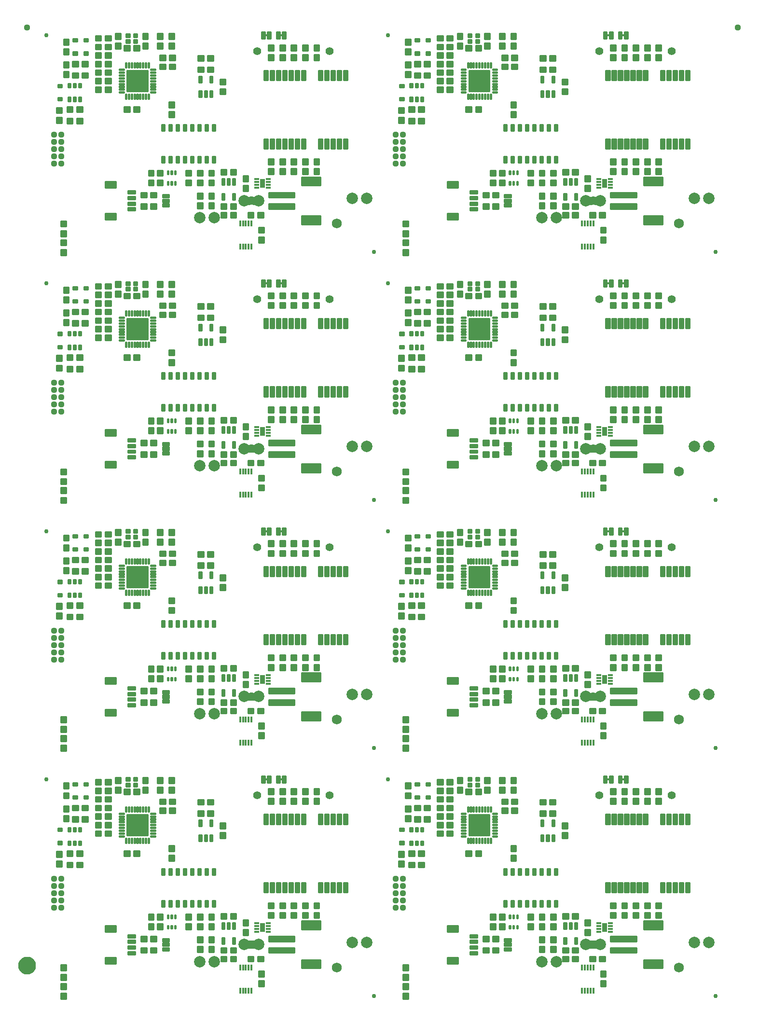
<source format=gbs>
G04 EAGLE Gerber RS-274X export*
G75*
%MOMM*%
%FSLAX34Y34*%
%LPD*%
%INSoldermask Bottom*%
%IPPOS*%
%AMOC8*
5,1,8,0,0,1.08239X$1,22.5*%
G01*
%ADD10C,0.762000*%
%ADD11C,0.225400*%
%ADD12C,0.223409*%
%ADD13C,0.225369*%
%ADD14C,0.230578*%
%ADD15R,0.840000X0.440000*%
%ADD16R,0.940000X1.520000*%
%ADD17C,2.006600*%
%ADD18C,0.224509*%
%ADD19C,0.228600*%
%ADD20R,0.400000X1.100000*%
%ADD21C,0.227100*%
%ADD22C,0.231559*%
%ADD23C,0.227919*%
%ADD24C,0.229619*%
%ADD25C,0.225588*%
%ADD26C,1.727000*%
%ADD27C,1.127000*%
%ADD28C,0.231750*%
%ADD29C,1.397000*%
%ADD30C,0.228344*%
%ADD31C,1.270000*%
%ADD32C,1.627000*%

G36*
X369470Y1398003D02*
X369470Y1398003D01*
X369536Y1398005D01*
X369579Y1398023D01*
X369626Y1398031D01*
X369683Y1398065D01*
X369743Y1398089D01*
X369778Y1398121D01*
X369819Y1398145D01*
X369861Y1398196D01*
X369909Y1398241D01*
X369931Y1398283D01*
X369960Y1398320D01*
X369981Y1398382D01*
X370012Y1398440D01*
X370020Y1398495D01*
X370032Y1398532D01*
X370031Y1398571D01*
X370039Y1398626D01*
X370039Y1411834D01*
X370028Y1411899D01*
X370026Y1411964D01*
X370008Y1412008D01*
X370000Y1412055D01*
X369966Y1412111D01*
X369941Y1412172D01*
X369910Y1412207D01*
X369885Y1412248D01*
X369834Y1412289D01*
X369790Y1412338D01*
X369748Y1412359D01*
X369711Y1412389D01*
X369649Y1412410D01*
X369590Y1412440D01*
X369536Y1412449D01*
X369499Y1412461D01*
X369459Y1412460D01*
X369405Y1412468D01*
X365595Y1412468D01*
X365530Y1412456D01*
X365464Y1412454D01*
X365421Y1412437D01*
X365374Y1412428D01*
X365317Y1412395D01*
X365257Y1412370D01*
X365222Y1412338D01*
X365181Y1412314D01*
X365140Y1412263D01*
X365091Y1412219D01*
X365069Y1412177D01*
X365040Y1412140D01*
X365019Y1412078D01*
X364988Y1412019D01*
X364980Y1411965D01*
X364968Y1411928D01*
X364969Y1411888D01*
X364961Y1411834D01*
X364961Y1398626D01*
X364972Y1398561D01*
X364974Y1398495D01*
X364992Y1398452D01*
X365000Y1398405D01*
X365034Y1398348D01*
X365059Y1398287D01*
X365090Y1398253D01*
X365115Y1398212D01*
X365166Y1398170D01*
X365210Y1398122D01*
X365252Y1398100D01*
X365289Y1398070D01*
X365351Y1398049D01*
X365410Y1398019D01*
X365464Y1398011D01*
X365501Y1397999D01*
X365541Y1398000D01*
X365595Y1397992D01*
X369405Y1397992D01*
X369470Y1398003D01*
G37*
G36*
X969545Y1398003D02*
X969545Y1398003D01*
X969611Y1398005D01*
X969654Y1398023D01*
X969701Y1398031D01*
X969758Y1398065D01*
X969818Y1398089D01*
X969853Y1398121D01*
X969894Y1398145D01*
X969936Y1398196D01*
X969984Y1398241D01*
X970006Y1398283D01*
X970035Y1398320D01*
X970056Y1398382D01*
X970087Y1398440D01*
X970095Y1398495D01*
X970107Y1398532D01*
X970106Y1398571D01*
X970114Y1398626D01*
X970114Y1411834D01*
X970103Y1411899D01*
X970101Y1411964D01*
X970083Y1412008D01*
X970075Y1412055D01*
X970041Y1412111D01*
X970016Y1412172D01*
X969985Y1412207D01*
X969960Y1412248D01*
X969909Y1412289D01*
X969865Y1412338D01*
X969823Y1412359D01*
X969786Y1412389D01*
X969724Y1412410D01*
X969665Y1412440D01*
X969611Y1412449D01*
X969574Y1412461D01*
X969534Y1412460D01*
X969480Y1412468D01*
X965670Y1412468D01*
X965605Y1412456D01*
X965539Y1412454D01*
X965496Y1412437D01*
X965449Y1412428D01*
X965392Y1412395D01*
X965332Y1412370D01*
X965297Y1412338D01*
X965256Y1412314D01*
X965215Y1412263D01*
X965166Y1412219D01*
X965144Y1412177D01*
X965115Y1412140D01*
X965094Y1412078D01*
X965063Y1412019D01*
X965055Y1411965D01*
X965043Y1411928D01*
X965044Y1411888D01*
X965036Y1411834D01*
X965036Y1398626D01*
X965047Y1398561D01*
X965049Y1398495D01*
X965067Y1398452D01*
X965075Y1398405D01*
X965109Y1398348D01*
X965134Y1398287D01*
X965165Y1398253D01*
X965190Y1398212D01*
X965241Y1398170D01*
X965285Y1398122D01*
X965327Y1398100D01*
X965364Y1398070D01*
X965426Y1398049D01*
X965485Y1398019D01*
X965539Y1398011D01*
X965576Y1397999D01*
X965616Y1398000D01*
X965670Y1397992D01*
X969480Y1397992D01*
X969545Y1398003D01*
G37*
G36*
X369470Y962927D02*
X369470Y962927D01*
X369536Y962929D01*
X369579Y962946D01*
X369626Y962955D01*
X369683Y962988D01*
X369743Y963013D01*
X369778Y963045D01*
X369819Y963069D01*
X369861Y963120D01*
X369909Y963164D01*
X369931Y963206D01*
X369960Y963243D01*
X369981Y963305D01*
X370012Y963364D01*
X370020Y963418D01*
X370032Y963455D01*
X370031Y963495D01*
X370039Y963549D01*
X370039Y976757D01*
X370028Y976822D01*
X370026Y976888D01*
X370008Y976931D01*
X370000Y976978D01*
X369966Y977035D01*
X369941Y977096D01*
X369910Y977131D01*
X369885Y977171D01*
X369834Y977213D01*
X369790Y977261D01*
X369748Y977283D01*
X369711Y977313D01*
X369649Y977334D01*
X369590Y977364D01*
X369536Y977372D01*
X369499Y977384D01*
X369459Y977383D01*
X369405Y977391D01*
X365595Y977391D01*
X365530Y977380D01*
X365464Y977378D01*
X365421Y977360D01*
X365374Y977352D01*
X365317Y977318D01*
X365257Y977294D01*
X365222Y977262D01*
X365181Y977238D01*
X365140Y977187D01*
X365091Y977142D01*
X365069Y977100D01*
X365040Y977063D01*
X365019Y977001D01*
X364988Y976943D01*
X364980Y976888D01*
X364968Y976851D01*
X364969Y976812D01*
X364961Y976757D01*
X364961Y963549D01*
X364972Y963484D01*
X364974Y963419D01*
X364992Y963375D01*
X365000Y963328D01*
X365034Y963272D01*
X365059Y963211D01*
X365090Y963176D01*
X365115Y963135D01*
X365166Y963094D01*
X365210Y963045D01*
X365252Y963024D01*
X365289Y962994D01*
X365351Y962973D01*
X365410Y962943D01*
X365464Y962935D01*
X365501Y962922D01*
X365541Y962923D01*
X365595Y962915D01*
X369405Y962915D01*
X369470Y962927D01*
G37*
G36*
X969545Y962927D02*
X969545Y962927D01*
X969611Y962929D01*
X969654Y962946D01*
X969701Y962955D01*
X969758Y962988D01*
X969818Y963013D01*
X969853Y963045D01*
X969894Y963069D01*
X969936Y963120D01*
X969984Y963164D01*
X970006Y963206D01*
X970035Y963243D01*
X970056Y963305D01*
X970087Y963364D01*
X970095Y963418D01*
X970107Y963455D01*
X970106Y963495D01*
X970114Y963549D01*
X970114Y976757D01*
X970103Y976822D01*
X970101Y976888D01*
X970083Y976931D01*
X970075Y976978D01*
X970041Y977035D01*
X970016Y977096D01*
X969985Y977131D01*
X969960Y977171D01*
X969909Y977213D01*
X969865Y977261D01*
X969823Y977283D01*
X969786Y977313D01*
X969724Y977334D01*
X969665Y977364D01*
X969611Y977372D01*
X969574Y977384D01*
X969534Y977383D01*
X969480Y977391D01*
X965670Y977391D01*
X965605Y977380D01*
X965539Y977378D01*
X965496Y977360D01*
X965449Y977352D01*
X965392Y977318D01*
X965332Y977294D01*
X965297Y977262D01*
X965256Y977238D01*
X965215Y977187D01*
X965166Y977142D01*
X965144Y977100D01*
X965115Y977063D01*
X965094Y977001D01*
X965063Y976943D01*
X965055Y976888D01*
X965043Y976851D01*
X965044Y976812D01*
X965036Y976757D01*
X965036Y963549D01*
X965047Y963484D01*
X965049Y963419D01*
X965067Y963375D01*
X965075Y963328D01*
X965109Y963272D01*
X965134Y963211D01*
X965165Y963176D01*
X965190Y963135D01*
X965241Y963094D01*
X965285Y963045D01*
X965327Y963024D01*
X965364Y962994D01*
X965426Y962973D01*
X965485Y962943D01*
X965539Y962935D01*
X965576Y962922D01*
X965616Y962923D01*
X965670Y962915D01*
X969480Y962915D01*
X969545Y962927D01*
G37*
G36*
X969545Y527850D02*
X969545Y527850D01*
X969611Y527852D01*
X969654Y527870D01*
X969701Y527878D01*
X969758Y527912D01*
X969818Y527936D01*
X969853Y527968D01*
X969894Y527992D01*
X969936Y528043D01*
X969984Y528088D01*
X970006Y528130D01*
X970035Y528166D01*
X970056Y528229D01*
X970087Y528287D01*
X970095Y528342D01*
X970107Y528379D01*
X970106Y528418D01*
X970114Y528473D01*
X970114Y541681D01*
X970103Y541745D01*
X970101Y541811D01*
X970083Y541855D01*
X970075Y541901D01*
X970041Y541958D01*
X970016Y542019D01*
X969985Y542054D01*
X969960Y542095D01*
X969909Y542136D01*
X969865Y542185D01*
X969823Y542206D01*
X969786Y542236D01*
X969724Y542257D01*
X969665Y542287D01*
X969611Y542295D01*
X969574Y542308D01*
X969534Y542307D01*
X969480Y542315D01*
X965670Y542315D01*
X965605Y542303D01*
X965539Y542301D01*
X965496Y542284D01*
X965449Y542275D01*
X965392Y542242D01*
X965332Y542217D01*
X965297Y542185D01*
X965256Y542161D01*
X965215Y542110D01*
X965166Y542066D01*
X965144Y542024D01*
X965115Y541987D01*
X965094Y541925D01*
X965063Y541866D01*
X965055Y541812D01*
X965043Y541774D01*
X965044Y541735D01*
X965036Y541681D01*
X965036Y528473D01*
X965047Y528408D01*
X965049Y528342D01*
X965067Y528298D01*
X965075Y528252D01*
X965109Y528195D01*
X965134Y528134D01*
X965165Y528099D01*
X965190Y528059D01*
X965241Y528017D01*
X965285Y527969D01*
X965327Y527947D01*
X965364Y527917D01*
X965426Y527896D01*
X965485Y527866D01*
X965539Y527858D01*
X965576Y527845D01*
X965616Y527846D01*
X965670Y527838D01*
X969480Y527838D01*
X969545Y527850D01*
G37*
G36*
X369470Y527850D02*
X369470Y527850D01*
X369536Y527852D01*
X369579Y527870D01*
X369626Y527878D01*
X369683Y527912D01*
X369743Y527936D01*
X369778Y527968D01*
X369819Y527992D01*
X369861Y528043D01*
X369909Y528088D01*
X369931Y528130D01*
X369960Y528166D01*
X369981Y528229D01*
X370012Y528287D01*
X370020Y528342D01*
X370032Y528379D01*
X370031Y528418D01*
X370039Y528473D01*
X370039Y541681D01*
X370028Y541745D01*
X370026Y541811D01*
X370008Y541855D01*
X370000Y541901D01*
X369966Y541958D01*
X369941Y542019D01*
X369910Y542054D01*
X369885Y542095D01*
X369834Y542136D01*
X369790Y542185D01*
X369748Y542206D01*
X369711Y542236D01*
X369649Y542257D01*
X369590Y542287D01*
X369536Y542295D01*
X369499Y542308D01*
X369459Y542307D01*
X369405Y542315D01*
X365595Y542315D01*
X365530Y542303D01*
X365464Y542301D01*
X365421Y542284D01*
X365374Y542275D01*
X365317Y542242D01*
X365257Y542217D01*
X365222Y542185D01*
X365181Y542161D01*
X365140Y542110D01*
X365091Y542066D01*
X365069Y542024D01*
X365040Y541987D01*
X365019Y541925D01*
X364988Y541866D01*
X364980Y541812D01*
X364968Y541774D01*
X364969Y541735D01*
X364961Y541681D01*
X364961Y528473D01*
X364972Y528408D01*
X364974Y528342D01*
X364992Y528298D01*
X365000Y528252D01*
X365034Y528195D01*
X365059Y528134D01*
X365090Y528099D01*
X365115Y528059D01*
X365166Y528017D01*
X365210Y527969D01*
X365252Y527947D01*
X365289Y527917D01*
X365351Y527896D01*
X365410Y527866D01*
X365464Y527858D01*
X365501Y527845D01*
X365541Y527846D01*
X365595Y527838D01*
X369405Y527838D01*
X369470Y527850D01*
G37*
G36*
X969545Y92773D02*
X969545Y92773D01*
X969611Y92775D01*
X969654Y92793D01*
X969701Y92801D01*
X969758Y92835D01*
X969818Y92860D01*
X969853Y92891D01*
X969894Y92916D01*
X969936Y92967D01*
X969984Y93011D01*
X970006Y93053D01*
X970035Y93090D01*
X970056Y93152D01*
X970087Y93211D01*
X970095Y93265D01*
X970107Y93302D01*
X970106Y93342D01*
X970114Y93396D01*
X970114Y106604D01*
X970103Y106669D01*
X970101Y106735D01*
X970083Y106778D01*
X970075Y106825D01*
X970041Y106882D01*
X970016Y106942D01*
X969985Y106977D01*
X969960Y107018D01*
X969909Y107060D01*
X969865Y107108D01*
X969823Y107130D01*
X969786Y107159D01*
X969724Y107180D01*
X969665Y107211D01*
X969611Y107219D01*
X969574Y107231D01*
X969534Y107230D01*
X969480Y107238D01*
X965670Y107238D01*
X965605Y107227D01*
X965539Y107225D01*
X965496Y107207D01*
X965449Y107199D01*
X965392Y107165D01*
X965332Y107140D01*
X965297Y107109D01*
X965256Y107084D01*
X965215Y107033D01*
X965166Y106989D01*
X965144Y106947D01*
X965115Y106910D01*
X965094Y106848D01*
X965063Y106789D01*
X965055Y106735D01*
X965043Y106698D01*
X965044Y106658D01*
X965036Y106604D01*
X965036Y93396D01*
X965047Y93331D01*
X965049Y93265D01*
X965067Y93222D01*
X965075Y93175D01*
X965109Y93118D01*
X965134Y93058D01*
X965165Y93023D01*
X965190Y92982D01*
X965241Y92941D01*
X965285Y92892D01*
X965327Y92870D01*
X965364Y92841D01*
X965426Y92820D01*
X965485Y92789D01*
X965539Y92781D01*
X965576Y92769D01*
X965616Y92770D01*
X965670Y92762D01*
X969480Y92762D01*
X969545Y92773D01*
G37*
G36*
X369470Y92773D02*
X369470Y92773D01*
X369536Y92775D01*
X369579Y92793D01*
X369626Y92801D01*
X369683Y92835D01*
X369743Y92860D01*
X369778Y92891D01*
X369819Y92916D01*
X369861Y92967D01*
X369909Y93011D01*
X369931Y93053D01*
X369960Y93090D01*
X369981Y93152D01*
X370012Y93211D01*
X370020Y93265D01*
X370032Y93302D01*
X370031Y93342D01*
X370039Y93396D01*
X370039Y106604D01*
X370028Y106669D01*
X370026Y106735D01*
X370008Y106778D01*
X370000Y106825D01*
X369966Y106882D01*
X369941Y106942D01*
X369910Y106977D01*
X369885Y107018D01*
X369834Y107060D01*
X369790Y107108D01*
X369748Y107130D01*
X369711Y107159D01*
X369649Y107180D01*
X369590Y107211D01*
X369536Y107219D01*
X369499Y107231D01*
X369459Y107230D01*
X369405Y107238D01*
X365595Y107238D01*
X365530Y107227D01*
X365464Y107225D01*
X365421Y107207D01*
X365374Y107199D01*
X365317Y107165D01*
X365257Y107140D01*
X365222Y107109D01*
X365181Y107084D01*
X365140Y107033D01*
X365091Y106989D01*
X365069Y106947D01*
X365040Y106910D01*
X365019Y106848D01*
X364988Y106789D01*
X364980Y106735D01*
X364968Y106698D01*
X364969Y106658D01*
X364961Y106604D01*
X364961Y93396D01*
X364972Y93331D01*
X364974Y93265D01*
X364992Y93222D01*
X365000Y93175D01*
X365034Y93118D01*
X365059Y93058D01*
X365090Y93023D01*
X365115Y92982D01*
X365166Y92941D01*
X365210Y92892D01*
X365252Y92870D01*
X365289Y92841D01*
X365351Y92820D01*
X365410Y92789D01*
X365464Y92781D01*
X365501Y92769D01*
X365541Y92770D01*
X365595Y92762D01*
X369405Y92762D01*
X369470Y92773D01*
G37*
G36*
X421670Y823184D02*
X421670Y823184D01*
X421736Y823186D01*
X421779Y823204D01*
X421826Y823212D01*
X421883Y823246D01*
X421943Y823270D01*
X421978Y823302D01*
X422019Y823326D01*
X422061Y823377D01*
X422109Y823422D01*
X422131Y823464D01*
X422160Y823500D01*
X422181Y823563D01*
X422212Y823621D01*
X422220Y823676D01*
X422232Y823713D01*
X422231Y823752D01*
X422239Y823807D01*
X422239Y826347D01*
X422228Y826411D01*
X422226Y826477D01*
X422208Y826521D01*
X422200Y826567D01*
X422166Y826624D01*
X422141Y826685D01*
X422110Y826720D01*
X422085Y826761D01*
X422034Y826802D01*
X421990Y826851D01*
X421948Y826872D01*
X421911Y826902D01*
X421849Y826923D01*
X421790Y826953D01*
X421736Y826961D01*
X421699Y826974D01*
X421659Y826973D01*
X421605Y826981D01*
X417795Y826981D01*
X417730Y826969D01*
X417664Y826967D01*
X417621Y826950D01*
X417574Y826941D01*
X417517Y826908D01*
X417457Y826883D01*
X417422Y826851D01*
X417381Y826827D01*
X417340Y826776D01*
X417291Y826732D01*
X417269Y826690D01*
X417240Y826653D01*
X417219Y826591D01*
X417188Y826532D01*
X417180Y826478D01*
X417168Y826440D01*
X417168Y826438D01*
X417168Y826437D01*
X417169Y826401D01*
X417161Y826347D01*
X417161Y823807D01*
X417172Y823742D01*
X417174Y823676D01*
X417192Y823632D01*
X417200Y823586D01*
X417234Y823529D01*
X417259Y823468D01*
X417290Y823433D01*
X417315Y823393D01*
X417366Y823351D01*
X417410Y823303D01*
X417452Y823281D01*
X417489Y823251D01*
X417551Y823230D01*
X417610Y823200D01*
X417664Y823192D01*
X417701Y823179D01*
X417741Y823180D01*
X417795Y823172D01*
X421605Y823172D01*
X421670Y823184D01*
G37*
G36*
X395470Y823184D02*
X395470Y823184D01*
X395536Y823186D01*
X395579Y823204D01*
X395626Y823212D01*
X395683Y823246D01*
X395743Y823270D01*
X395778Y823302D01*
X395819Y823326D01*
X395861Y823377D01*
X395909Y823422D01*
X395931Y823464D01*
X395960Y823500D01*
X395981Y823563D01*
X396012Y823621D01*
X396020Y823676D01*
X396032Y823713D01*
X396031Y823752D01*
X396039Y823807D01*
X396039Y826347D01*
X396028Y826411D01*
X396026Y826477D01*
X396008Y826521D01*
X396000Y826567D01*
X395966Y826624D01*
X395941Y826685D01*
X395910Y826720D01*
X395885Y826761D01*
X395834Y826802D01*
X395790Y826851D01*
X395748Y826872D01*
X395711Y826902D01*
X395649Y826923D01*
X395590Y826953D01*
X395536Y826961D01*
X395499Y826974D01*
X395459Y826973D01*
X395405Y826981D01*
X391595Y826981D01*
X391530Y826969D01*
X391464Y826967D01*
X391421Y826950D01*
X391374Y826941D01*
X391317Y826908D01*
X391257Y826883D01*
X391222Y826851D01*
X391181Y826827D01*
X391140Y826776D01*
X391091Y826732D01*
X391069Y826690D01*
X391040Y826653D01*
X391019Y826591D01*
X390988Y826532D01*
X390980Y826478D01*
X390968Y826440D01*
X390968Y826438D01*
X390968Y826437D01*
X390969Y826401D01*
X390961Y826347D01*
X390961Y823807D01*
X390972Y823742D01*
X390974Y823676D01*
X390992Y823632D01*
X391000Y823586D01*
X391034Y823529D01*
X391059Y823468D01*
X391090Y823433D01*
X391115Y823393D01*
X391166Y823351D01*
X391210Y823303D01*
X391252Y823281D01*
X391289Y823251D01*
X391351Y823230D01*
X391410Y823200D01*
X391464Y823192D01*
X391501Y823179D01*
X391541Y823180D01*
X391595Y823172D01*
X395405Y823172D01*
X395470Y823184D01*
G37*
G36*
X1021745Y823184D02*
X1021745Y823184D01*
X1021811Y823186D01*
X1021854Y823204D01*
X1021901Y823212D01*
X1021958Y823246D01*
X1022018Y823270D01*
X1022053Y823302D01*
X1022094Y823326D01*
X1022136Y823377D01*
X1022184Y823422D01*
X1022206Y823464D01*
X1022235Y823500D01*
X1022256Y823563D01*
X1022287Y823621D01*
X1022295Y823676D01*
X1022307Y823713D01*
X1022306Y823752D01*
X1022314Y823807D01*
X1022314Y826347D01*
X1022303Y826411D01*
X1022301Y826477D01*
X1022283Y826521D01*
X1022275Y826567D01*
X1022241Y826624D01*
X1022216Y826685D01*
X1022185Y826720D01*
X1022160Y826761D01*
X1022109Y826802D01*
X1022065Y826851D01*
X1022023Y826872D01*
X1021986Y826902D01*
X1021924Y826923D01*
X1021865Y826953D01*
X1021811Y826961D01*
X1021774Y826974D01*
X1021734Y826973D01*
X1021680Y826981D01*
X1017870Y826981D01*
X1017805Y826969D01*
X1017739Y826967D01*
X1017696Y826950D01*
X1017649Y826941D01*
X1017592Y826908D01*
X1017532Y826883D01*
X1017497Y826851D01*
X1017456Y826827D01*
X1017415Y826776D01*
X1017366Y826732D01*
X1017344Y826690D01*
X1017315Y826653D01*
X1017294Y826591D01*
X1017263Y826532D01*
X1017255Y826478D01*
X1017243Y826440D01*
X1017243Y826438D01*
X1017243Y826437D01*
X1017244Y826401D01*
X1017236Y826347D01*
X1017236Y823807D01*
X1017247Y823742D01*
X1017249Y823676D01*
X1017267Y823632D01*
X1017275Y823586D01*
X1017309Y823529D01*
X1017334Y823468D01*
X1017365Y823433D01*
X1017390Y823393D01*
X1017441Y823351D01*
X1017485Y823303D01*
X1017527Y823281D01*
X1017564Y823251D01*
X1017626Y823230D01*
X1017685Y823200D01*
X1017739Y823192D01*
X1017776Y823179D01*
X1017816Y823180D01*
X1017870Y823172D01*
X1021680Y823172D01*
X1021745Y823184D01*
G37*
G36*
X995545Y823184D02*
X995545Y823184D01*
X995611Y823186D01*
X995654Y823204D01*
X995701Y823212D01*
X995758Y823246D01*
X995818Y823270D01*
X995853Y823302D01*
X995894Y823326D01*
X995936Y823377D01*
X995984Y823422D01*
X996006Y823464D01*
X996035Y823500D01*
X996056Y823563D01*
X996087Y823621D01*
X996095Y823676D01*
X996107Y823713D01*
X996106Y823752D01*
X996114Y823807D01*
X996114Y826347D01*
X996103Y826411D01*
X996101Y826477D01*
X996083Y826521D01*
X996075Y826567D01*
X996041Y826624D01*
X996016Y826685D01*
X995985Y826720D01*
X995960Y826761D01*
X995909Y826802D01*
X995865Y826851D01*
X995823Y826872D01*
X995786Y826902D01*
X995724Y826923D01*
X995665Y826953D01*
X995611Y826961D01*
X995574Y826974D01*
X995534Y826973D01*
X995480Y826981D01*
X991670Y826981D01*
X991605Y826969D01*
X991539Y826967D01*
X991496Y826950D01*
X991449Y826941D01*
X991392Y826908D01*
X991332Y826883D01*
X991297Y826851D01*
X991256Y826827D01*
X991215Y826776D01*
X991166Y826732D01*
X991144Y826690D01*
X991115Y826653D01*
X991094Y826591D01*
X991063Y826532D01*
X991055Y826478D01*
X991043Y826440D01*
X991043Y826438D01*
X991043Y826437D01*
X991044Y826401D01*
X991036Y826347D01*
X991036Y823807D01*
X991047Y823742D01*
X991049Y823676D01*
X991067Y823632D01*
X991075Y823586D01*
X991109Y823529D01*
X991134Y823468D01*
X991165Y823433D01*
X991190Y823393D01*
X991241Y823351D01*
X991285Y823303D01*
X991327Y823281D01*
X991364Y823251D01*
X991426Y823230D01*
X991485Y823200D01*
X991539Y823192D01*
X991576Y823179D01*
X991616Y823180D01*
X991670Y823172D01*
X995480Y823172D01*
X995545Y823184D01*
G37*
G36*
X421670Y1693337D02*
X421670Y1693337D01*
X421736Y1693339D01*
X421779Y1693357D01*
X421826Y1693365D01*
X421883Y1693399D01*
X421943Y1693423D01*
X421978Y1693455D01*
X422019Y1693479D01*
X422061Y1693530D01*
X422109Y1693575D01*
X422131Y1693617D01*
X422160Y1693654D01*
X422181Y1693716D01*
X422212Y1693774D01*
X422220Y1693829D01*
X422232Y1693866D01*
X422231Y1693905D01*
X422239Y1693960D01*
X422239Y1696500D01*
X422228Y1696565D01*
X422226Y1696630D01*
X422208Y1696674D01*
X422200Y1696721D01*
X422166Y1696777D01*
X422141Y1696838D01*
X422110Y1696873D01*
X422085Y1696914D01*
X422034Y1696955D01*
X421990Y1697004D01*
X421948Y1697025D01*
X421911Y1697055D01*
X421849Y1697076D01*
X421790Y1697106D01*
X421736Y1697115D01*
X421699Y1697127D01*
X421659Y1697126D01*
X421605Y1697134D01*
X417795Y1697134D01*
X417730Y1697122D01*
X417664Y1697120D01*
X417621Y1697103D01*
X417574Y1697094D01*
X417517Y1697061D01*
X417457Y1697036D01*
X417422Y1697004D01*
X417381Y1696980D01*
X417340Y1696929D01*
X417291Y1696885D01*
X417269Y1696843D01*
X417240Y1696806D01*
X417219Y1696744D01*
X417188Y1696685D01*
X417180Y1696631D01*
X417168Y1696594D01*
X417168Y1696591D01*
X417169Y1696554D01*
X417161Y1696500D01*
X417161Y1693960D01*
X417172Y1693895D01*
X417174Y1693829D01*
X417192Y1693786D01*
X417200Y1693739D01*
X417234Y1693682D01*
X417259Y1693621D01*
X417290Y1693587D01*
X417315Y1693546D01*
X417366Y1693504D01*
X417410Y1693456D01*
X417452Y1693434D01*
X417489Y1693404D01*
X417551Y1693383D01*
X417610Y1693353D01*
X417664Y1693345D01*
X417701Y1693333D01*
X417741Y1693334D01*
X417795Y1693326D01*
X421605Y1693326D01*
X421670Y1693337D01*
G37*
G36*
X395470Y1693337D02*
X395470Y1693337D01*
X395536Y1693339D01*
X395579Y1693357D01*
X395626Y1693365D01*
X395683Y1693399D01*
X395743Y1693423D01*
X395778Y1693455D01*
X395819Y1693479D01*
X395861Y1693530D01*
X395909Y1693575D01*
X395931Y1693617D01*
X395960Y1693654D01*
X395981Y1693716D01*
X396012Y1693774D01*
X396020Y1693829D01*
X396032Y1693866D01*
X396031Y1693905D01*
X396039Y1693960D01*
X396039Y1696500D01*
X396028Y1696565D01*
X396026Y1696630D01*
X396008Y1696674D01*
X396000Y1696721D01*
X395966Y1696777D01*
X395941Y1696838D01*
X395910Y1696873D01*
X395885Y1696914D01*
X395834Y1696955D01*
X395790Y1697004D01*
X395748Y1697025D01*
X395711Y1697055D01*
X395649Y1697076D01*
X395590Y1697106D01*
X395536Y1697115D01*
X395499Y1697127D01*
X395459Y1697126D01*
X395405Y1697134D01*
X391595Y1697134D01*
X391530Y1697122D01*
X391464Y1697120D01*
X391421Y1697103D01*
X391374Y1697094D01*
X391317Y1697061D01*
X391257Y1697036D01*
X391222Y1697004D01*
X391181Y1696980D01*
X391140Y1696929D01*
X391091Y1696885D01*
X391069Y1696843D01*
X391040Y1696806D01*
X391019Y1696744D01*
X390988Y1696685D01*
X390980Y1696631D01*
X390968Y1696594D01*
X390968Y1696591D01*
X390969Y1696554D01*
X390961Y1696500D01*
X390961Y1693960D01*
X390972Y1693895D01*
X390974Y1693829D01*
X390992Y1693786D01*
X391000Y1693739D01*
X391034Y1693682D01*
X391059Y1693621D01*
X391090Y1693587D01*
X391115Y1693546D01*
X391166Y1693504D01*
X391210Y1693456D01*
X391252Y1693434D01*
X391289Y1693404D01*
X391351Y1693383D01*
X391410Y1693353D01*
X391464Y1693345D01*
X391501Y1693333D01*
X391541Y1693334D01*
X391595Y1693326D01*
X395405Y1693326D01*
X395470Y1693337D01*
G37*
G36*
X1021745Y1693337D02*
X1021745Y1693337D01*
X1021811Y1693339D01*
X1021854Y1693357D01*
X1021901Y1693365D01*
X1021958Y1693399D01*
X1022018Y1693423D01*
X1022053Y1693455D01*
X1022094Y1693479D01*
X1022136Y1693530D01*
X1022184Y1693575D01*
X1022206Y1693617D01*
X1022235Y1693654D01*
X1022256Y1693716D01*
X1022287Y1693774D01*
X1022295Y1693829D01*
X1022307Y1693866D01*
X1022306Y1693905D01*
X1022314Y1693960D01*
X1022314Y1696500D01*
X1022303Y1696565D01*
X1022301Y1696630D01*
X1022283Y1696674D01*
X1022275Y1696721D01*
X1022241Y1696777D01*
X1022216Y1696838D01*
X1022185Y1696873D01*
X1022160Y1696914D01*
X1022109Y1696955D01*
X1022065Y1697004D01*
X1022023Y1697025D01*
X1021986Y1697055D01*
X1021924Y1697076D01*
X1021865Y1697106D01*
X1021811Y1697115D01*
X1021774Y1697127D01*
X1021734Y1697126D01*
X1021680Y1697134D01*
X1017870Y1697134D01*
X1017805Y1697122D01*
X1017739Y1697120D01*
X1017696Y1697103D01*
X1017649Y1697094D01*
X1017592Y1697061D01*
X1017532Y1697036D01*
X1017497Y1697004D01*
X1017456Y1696980D01*
X1017415Y1696929D01*
X1017366Y1696885D01*
X1017344Y1696843D01*
X1017315Y1696806D01*
X1017294Y1696744D01*
X1017263Y1696685D01*
X1017255Y1696631D01*
X1017243Y1696594D01*
X1017243Y1696591D01*
X1017244Y1696554D01*
X1017236Y1696500D01*
X1017236Y1693960D01*
X1017247Y1693895D01*
X1017249Y1693829D01*
X1017267Y1693786D01*
X1017275Y1693739D01*
X1017309Y1693682D01*
X1017334Y1693621D01*
X1017365Y1693587D01*
X1017390Y1693546D01*
X1017441Y1693504D01*
X1017485Y1693456D01*
X1017527Y1693434D01*
X1017564Y1693404D01*
X1017626Y1693383D01*
X1017685Y1693353D01*
X1017739Y1693345D01*
X1017776Y1693333D01*
X1017816Y1693334D01*
X1017870Y1693326D01*
X1021680Y1693326D01*
X1021745Y1693337D01*
G37*
G36*
X995545Y1693337D02*
X995545Y1693337D01*
X995611Y1693339D01*
X995654Y1693357D01*
X995701Y1693365D01*
X995758Y1693399D01*
X995818Y1693423D01*
X995853Y1693455D01*
X995894Y1693479D01*
X995936Y1693530D01*
X995984Y1693575D01*
X996006Y1693617D01*
X996035Y1693654D01*
X996056Y1693716D01*
X996087Y1693774D01*
X996095Y1693829D01*
X996107Y1693866D01*
X996106Y1693905D01*
X996114Y1693960D01*
X996114Y1696500D01*
X996103Y1696565D01*
X996101Y1696630D01*
X996083Y1696674D01*
X996075Y1696721D01*
X996041Y1696777D01*
X996016Y1696838D01*
X995985Y1696873D01*
X995960Y1696914D01*
X995909Y1696955D01*
X995865Y1697004D01*
X995823Y1697025D01*
X995786Y1697055D01*
X995724Y1697076D01*
X995665Y1697106D01*
X995611Y1697115D01*
X995574Y1697127D01*
X995534Y1697126D01*
X995480Y1697134D01*
X991670Y1697134D01*
X991605Y1697122D01*
X991539Y1697120D01*
X991496Y1697103D01*
X991449Y1697094D01*
X991392Y1697061D01*
X991332Y1697036D01*
X991297Y1697004D01*
X991256Y1696980D01*
X991215Y1696929D01*
X991166Y1696885D01*
X991144Y1696843D01*
X991115Y1696806D01*
X991094Y1696744D01*
X991063Y1696685D01*
X991055Y1696631D01*
X991043Y1696594D01*
X991043Y1696591D01*
X991044Y1696554D01*
X991036Y1696500D01*
X991036Y1693960D01*
X991047Y1693895D01*
X991049Y1693829D01*
X991067Y1693786D01*
X991075Y1693739D01*
X991109Y1693682D01*
X991134Y1693621D01*
X991165Y1693587D01*
X991190Y1693546D01*
X991241Y1693504D01*
X991285Y1693456D01*
X991327Y1693434D01*
X991364Y1693404D01*
X991426Y1693383D01*
X991485Y1693353D01*
X991539Y1693345D01*
X991576Y1693333D01*
X991616Y1693334D01*
X991670Y1693326D01*
X995480Y1693326D01*
X995545Y1693337D01*
G37*
G36*
X995545Y1258261D02*
X995545Y1258261D01*
X995611Y1258263D01*
X995654Y1258280D01*
X995701Y1258289D01*
X995758Y1258322D01*
X995818Y1258347D01*
X995853Y1258379D01*
X995894Y1258403D01*
X995936Y1258454D01*
X995984Y1258498D01*
X996006Y1258540D01*
X996035Y1258577D01*
X996056Y1258639D01*
X996087Y1258698D01*
X996095Y1258752D01*
X996107Y1258789D01*
X996106Y1258829D01*
X996114Y1258883D01*
X996114Y1261423D01*
X996103Y1261488D01*
X996101Y1261554D01*
X996083Y1261597D01*
X996075Y1261644D01*
X996041Y1261701D01*
X996016Y1261762D01*
X995985Y1261797D01*
X995960Y1261837D01*
X995909Y1261879D01*
X995865Y1261927D01*
X995823Y1261949D01*
X995786Y1261979D01*
X995724Y1262000D01*
X995665Y1262030D01*
X995611Y1262038D01*
X995574Y1262050D01*
X995534Y1262049D01*
X995480Y1262057D01*
X991670Y1262057D01*
X991605Y1262046D01*
X991539Y1262044D01*
X991496Y1262026D01*
X991449Y1262018D01*
X991392Y1261984D01*
X991332Y1261960D01*
X991297Y1261928D01*
X991256Y1261904D01*
X991215Y1261853D01*
X991166Y1261808D01*
X991144Y1261766D01*
X991115Y1261729D01*
X991094Y1261667D01*
X991063Y1261609D01*
X991055Y1261554D01*
X991043Y1261517D01*
X991043Y1261514D01*
X991044Y1261477D01*
X991036Y1261423D01*
X991036Y1258883D01*
X991047Y1258818D01*
X991049Y1258753D01*
X991067Y1258709D01*
X991075Y1258662D01*
X991109Y1258606D01*
X991134Y1258545D01*
X991165Y1258510D01*
X991190Y1258469D01*
X991241Y1258428D01*
X991285Y1258379D01*
X991327Y1258358D01*
X991364Y1258328D01*
X991426Y1258307D01*
X991485Y1258277D01*
X991539Y1258269D01*
X991576Y1258256D01*
X991616Y1258257D01*
X991670Y1258249D01*
X995480Y1258249D01*
X995545Y1258261D01*
G37*
G36*
X1021745Y1258261D02*
X1021745Y1258261D01*
X1021811Y1258263D01*
X1021854Y1258280D01*
X1021901Y1258289D01*
X1021958Y1258322D01*
X1022018Y1258347D01*
X1022053Y1258379D01*
X1022094Y1258403D01*
X1022136Y1258454D01*
X1022184Y1258498D01*
X1022206Y1258540D01*
X1022235Y1258577D01*
X1022256Y1258639D01*
X1022287Y1258698D01*
X1022295Y1258752D01*
X1022307Y1258789D01*
X1022306Y1258829D01*
X1022314Y1258883D01*
X1022314Y1261423D01*
X1022303Y1261488D01*
X1022301Y1261554D01*
X1022283Y1261597D01*
X1022275Y1261644D01*
X1022241Y1261701D01*
X1022216Y1261762D01*
X1022185Y1261797D01*
X1022160Y1261837D01*
X1022109Y1261879D01*
X1022065Y1261927D01*
X1022023Y1261949D01*
X1021986Y1261979D01*
X1021924Y1262000D01*
X1021865Y1262030D01*
X1021811Y1262038D01*
X1021774Y1262050D01*
X1021734Y1262049D01*
X1021680Y1262057D01*
X1017870Y1262057D01*
X1017805Y1262046D01*
X1017739Y1262044D01*
X1017696Y1262026D01*
X1017649Y1262018D01*
X1017592Y1261984D01*
X1017532Y1261960D01*
X1017497Y1261928D01*
X1017456Y1261904D01*
X1017415Y1261853D01*
X1017366Y1261808D01*
X1017344Y1261766D01*
X1017315Y1261729D01*
X1017294Y1261667D01*
X1017263Y1261609D01*
X1017255Y1261554D01*
X1017243Y1261517D01*
X1017243Y1261514D01*
X1017244Y1261477D01*
X1017236Y1261423D01*
X1017236Y1258883D01*
X1017247Y1258818D01*
X1017249Y1258753D01*
X1017267Y1258709D01*
X1017275Y1258662D01*
X1017309Y1258606D01*
X1017334Y1258545D01*
X1017365Y1258510D01*
X1017390Y1258469D01*
X1017441Y1258428D01*
X1017485Y1258379D01*
X1017527Y1258358D01*
X1017564Y1258328D01*
X1017626Y1258307D01*
X1017685Y1258277D01*
X1017739Y1258269D01*
X1017776Y1258256D01*
X1017816Y1258257D01*
X1017870Y1258249D01*
X1021680Y1258249D01*
X1021745Y1258261D01*
G37*
G36*
X421670Y1258261D02*
X421670Y1258261D01*
X421736Y1258263D01*
X421779Y1258280D01*
X421826Y1258289D01*
X421883Y1258322D01*
X421943Y1258347D01*
X421978Y1258379D01*
X422019Y1258403D01*
X422061Y1258454D01*
X422109Y1258498D01*
X422131Y1258540D01*
X422160Y1258577D01*
X422181Y1258639D01*
X422212Y1258698D01*
X422220Y1258752D01*
X422232Y1258789D01*
X422231Y1258829D01*
X422239Y1258883D01*
X422239Y1261423D01*
X422228Y1261488D01*
X422226Y1261554D01*
X422208Y1261597D01*
X422200Y1261644D01*
X422166Y1261701D01*
X422141Y1261762D01*
X422110Y1261797D01*
X422085Y1261837D01*
X422034Y1261879D01*
X421990Y1261927D01*
X421948Y1261949D01*
X421911Y1261979D01*
X421849Y1262000D01*
X421790Y1262030D01*
X421736Y1262038D01*
X421699Y1262050D01*
X421659Y1262049D01*
X421605Y1262057D01*
X417795Y1262057D01*
X417730Y1262046D01*
X417664Y1262044D01*
X417621Y1262026D01*
X417574Y1262018D01*
X417517Y1261984D01*
X417457Y1261960D01*
X417422Y1261928D01*
X417381Y1261904D01*
X417340Y1261853D01*
X417291Y1261808D01*
X417269Y1261766D01*
X417240Y1261729D01*
X417219Y1261667D01*
X417188Y1261609D01*
X417180Y1261554D01*
X417168Y1261517D01*
X417168Y1261514D01*
X417169Y1261477D01*
X417161Y1261423D01*
X417161Y1258883D01*
X417172Y1258818D01*
X417174Y1258753D01*
X417192Y1258709D01*
X417200Y1258662D01*
X417234Y1258606D01*
X417259Y1258545D01*
X417290Y1258510D01*
X417315Y1258469D01*
X417366Y1258428D01*
X417410Y1258379D01*
X417452Y1258358D01*
X417489Y1258328D01*
X417551Y1258307D01*
X417610Y1258277D01*
X417664Y1258269D01*
X417701Y1258256D01*
X417741Y1258257D01*
X417795Y1258249D01*
X421605Y1258249D01*
X421670Y1258261D01*
G37*
G36*
X395470Y1258261D02*
X395470Y1258261D01*
X395536Y1258263D01*
X395579Y1258280D01*
X395626Y1258289D01*
X395683Y1258322D01*
X395743Y1258347D01*
X395778Y1258379D01*
X395819Y1258403D01*
X395861Y1258454D01*
X395909Y1258498D01*
X395931Y1258540D01*
X395960Y1258577D01*
X395981Y1258639D01*
X396012Y1258698D01*
X396020Y1258752D01*
X396032Y1258789D01*
X396031Y1258829D01*
X396039Y1258883D01*
X396039Y1261423D01*
X396028Y1261488D01*
X396026Y1261554D01*
X396008Y1261597D01*
X396000Y1261644D01*
X395966Y1261701D01*
X395941Y1261762D01*
X395910Y1261797D01*
X395885Y1261837D01*
X395834Y1261879D01*
X395790Y1261927D01*
X395748Y1261949D01*
X395711Y1261979D01*
X395649Y1262000D01*
X395590Y1262030D01*
X395536Y1262038D01*
X395499Y1262050D01*
X395459Y1262049D01*
X395405Y1262057D01*
X391595Y1262057D01*
X391530Y1262046D01*
X391464Y1262044D01*
X391421Y1262026D01*
X391374Y1262018D01*
X391317Y1261984D01*
X391257Y1261960D01*
X391222Y1261928D01*
X391181Y1261904D01*
X391140Y1261853D01*
X391091Y1261808D01*
X391069Y1261766D01*
X391040Y1261729D01*
X391019Y1261667D01*
X390988Y1261609D01*
X390980Y1261554D01*
X390968Y1261517D01*
X390968Y1261514D01*
X390969Y1261477D01*
X390961Y1261423D01*
X390961Y1258883D01*
X390972Y1258818D01*
X390974Y1258753D01*
X390992Y1258709D01*
X391000Y1258662D01*
X391034Y1258606D01*
X391059Y1258545D01*
X391090Y1258510D01*
X391115Y1258469D01*
X391166Y1258428D01*
X391210Y1258379D01*
X391252Y1258358D01*
X391289Y1258328D01*
X391351Y1258307D01*
X391410Y1258277D01*
X391464Y1258269D01*
X391501Y1258256D01*
X391541Y1258257D01*
X391595Y1258249D01*
X395405Y1258249D01*
X395470Y1258261D01*
G37*
G36*
X1021745Y388107D02*
X1021745Y388107D01*
X1021811Y388109D01*
X1021854Y388127D01*
X1021901Y388135D01*
X1021958Y388169D01*
X1022018Y388194D01*
X1022053Y388225D01*
X1022094Y388250D01*
X1022136Y388301D01*
X1022184Y388345D01*
X1022206Y388387D01*
X1022235Y388424D01*
X1022256Y388486D01*
X1022287Y388545D01*
X1022295Y388599D01*
X1022307Y388636D01*
X1022306Y388676D01*
X1022314Y388730D01*
X1022314Y391270D01*
X1022303Y391335D01*
X1022301Y391401D01*
X1022283Y391444D01*
X1022275Y391491D01*
X1022241Y391548D01*
X1022216Y391608D01*
X1022185Y391643D01*
X1022160Y391684D01*
X1022109Y391726D01*
X1022065Y391774D01*
X1022023Y391796D01*
X1021986Y391825D01*
X1021924Y391846D01*
X1021865Y391877D01*
X1021811Y391885D01*
X1021774Y391897D01*
X1021734Y391896D01*
X1021680Y391904D01*
X1017870Y391904D01*
X1017805Y391893D01*
X1017739Y391891D01*
X1017696Y391873D01*
X1017649Y391865D01*
X1017592Y391831D01*
X1017532Y391806D01*
X1017497Y391775D01*
X1017456Y391750D01*
X1017415Y391699D01*
X1017366Y391655D01*
X1017344Y391613D01*
X1017315Y391576D01*
X1017294Y391514D01*
X1017263Y391455D01*
X1017255Y391401D01*
X1017243Y391364D01*
X1017243Y391361D01*
X1017244Y391324D01*
X1017236Y391270D01*
X1017236Y388730D01*
X1017247Y388665D01*
X1017249Y388599D01*
X1017267Y388556D01*
X1017275Y388509D01*
X1017309Y388452D01*
X1017334Y388392D01*
X1017365Y388357D01*
X1017390Y388316D01*
X1017441Y388275D01*
X1017485Y388226D01*
X1017527Y388204D01*
X1017564Y388175D01*
X1017626Y388154D01*
X1017685Y388123D01*
X1017739Y388115D01*
X1017776Y388103D01*
X1017816Y388104D01*
X1017870Y388096D01*
X1021680Y388096D01*
X1021745Y388107D01*
G37*
G36*
X995545Y388107D02*
X995545Y388107D01*
X995611Y388109D01*
X995654Y388127D01*
X995701Y388135D01*
X995758Y388169D01*
X995818Y388194D01*
X995853Y388225D01*
X995894Y388250D01*
X995936Y388301D01*
X995984Y388345D01*
X996006Y388387D01*
X996035Y388424D01*
X996056Y388486D01*
X996087Y388545D01*
X996095Y388599D01*
X996107Y388636D01*
X996106Y388676D01*
X996114Y388730D01*
X996114Y391270D01*
X996103Y391335D01*
X996101Y391401D01*
X996083Y391444D01*
X996075Y391491D01*
X996041Y391548D01*
X996016Y391608D01*
X995985Y391643D01*
X995960Y391684D01*
X995909Y391726D01*
X995865Y391774D01*
X995823Y391796D01*
X995786Y391825D01*
X995724Y391846D01*
X995665Y391877D01*
X995611Y391885D01*
X995574Y391897D01*
X995534Y391896D01*
X995480Y391904D01*
X991670Y391904D01*
X991605Y391893D01*
X991539Y391891D01*
X991496Y391873D01*
X991449Y391865D01*
X991392Y391831D01*
X991332Y391806D01*
X991297Y391775D01*
X991256Y391750D01*
X991215Y391699D01*
X991166Y391655D01*
X991144Y391613D01*
X991115Y391576D01*
X991094Y391514D01*
X991063Y391455D01*
X991055Y391401D01*
X991043Y391364D01*
X991043Y391361D01*
X991044Y391324D01*
X991036Y391270D01*
X991036Y388730D01*
X991047Y388665D01*
X991049Y388599D01*
X991067Y388556D01*
X991075Y388509D01*
X991109Y388452D01*
X991134Y388392D01*
X991165Y388357D01*
X991190Y388316D01*
X991241Y388275D01*
X991285Y388226D01*
X991327Y388204D01*
X991364Y388175D01*
X991426Y388154D01*
X991485Y388123D01*
X991539Y388115D01*
X991576Y388103D01*
X991616Y388104D01*
X991670Y388096D01*
X995480Y388096D01*
X995545Y388107D01*
G37*
G36*
X421670Y388107D02*
X421670Y388107D01*
X421736Y388109D01*
X421779Y388127D01*
X421826Y388135D01*
X421883Y388169D01*
X421943Y388194D01*
X421978Y388225D01*
X422019Y388250D01*
X422061Y388301D01*
X422109Y388345D01*
X422131Y388387D01*
X422160Y388424D01*
X422181Y388486D01*
X422212Y388545D01*
X422220Y388599D01*
X422232Y388636D01*
X422231Y388676D01*
X422239Y388730D01*
X422239Y391270D01*
X422228Y391335D01*
X422226Y391401D01*
X422208Y391444D01*
X422200Y391491D01*
X422166Y391548D01*
X422141Y391608D01*
X422110Y391643D01*
X422085Y391684D01*
X422034Y391726D01*
X421990Y391774D01*
X421948Y391796D01*
X421911Y391825D01*
X421849Y391846D01*
X421790Y391877D01*
X421736Y391885D01*
X421699Y391897D01*
X421659Y391896D01*
X421605Y391904D01*
X417795Y391904D01*
X417730Y391893D01*
X417664Y391891D01*
X417621Y391873D01*
X417574Y391865D01*
X417517Y391831D01*
X417457Y391806D01*
X417422Y391775D01*
X417381Y391750D01*
X417340Y391699D01*
X417291Y391655D01*
X417269Y391613D01*
X417240Y391576D01*
X417219Y391514D01*
X417188Y391455D01*
X417180Y391401D01*
X417168Y391364D01*
X417168Y391361D01*
X417169Y391324D01*
X417161Y391270D01*
X417161Y388730D01*
X417172Y388665D01*
X417174Y388599D01*
X417192Y388556D01*
X417200Y388509D01*
X417234Y388452D01*
X417259Y388392D01*
X417290Y388357D01*
X417315Y388316D01*
X417366Y388275D01*
X417410Y388226D01*
X417452Y388204D01*
X417489Y388175D01*
X417551Y388154D01*
X417610Y388123D01*
X417664Y388115D01*
X417701Y388103D01*
X417741Y388104D01*
X417795Y388096D01*
X421605Y388096D01*
X421670Y388107D01*
G37*
G36*
X395470Y388107D02*
X395470Y388107D01*
X395536Y388109D01*
X395579Y388127D01*
X395626Y388135D01*
X395683Y388169D01*
X395743Y388194D01*
X395778Y388225D01*
X395819Y388250D01*
X395861Y388301D01*
X395909Y388345D01*
X395931Y388387D01*
X395960Y388424D01*
X395981Y388486D01*
X396012Y388545D01*
X396020Y388599D01*
X396032Y388636D01*
X396031Y388676D01*
X396039Y388730D01*
X396039Y391270D01*
X396028Y391335D01*
X396026Y391401D01*
X396008Y391444D01*
X396000Y391491D01*
X395966Y391548D01*
X395941Y391608D01*
X395910Y391643D01*
X395885Y391684D01*
X395834Y391726D01*
X395790Y391774D01*
X395748Y391796D01*
X395711Y391825D01*
X395649Y391846D01*
X395590Y391877D01*
X395536Y391885D01*
X395499Y391897D01*
X395459Y391896D01*
X395405Y391904D01*
X391595Y391904D01*
X391530Y391893D01*
X391464Y391891D01*
X391421Y391873D01*
X391374Y391865D01*
X391317Y391831D01*
X391257Y391806D01*
X391222Y391775D01*
X391181Y391750D01*
X391140Y391699D01*
X391091Y391655D01*
X391069Y391613D01*
X391040Y391576D01*
X391019Y391514D01*
X390988Y391455D01*
X390980Y391401D01*
X390968Y391364D01*
X390968Y391361D01*
X390969Y391324D01*
X390961Y391270D01*
X390961Y388730D01*
X390972Y388665D01*
X390974Y388599D01*
X390992Y388556D01*
X391000Y388509D01*
X391034Y388452D01*
X391059Y388392D01*
X391090Y388357D01*
X391115Y388316D01*
X391166Y388275D01*
X391210Y388226D01*
X391252Y388204D01*
X391289Y388175D01*
X391351Y388154D01*
X391410Y388123D01*
X391464Y388115D01*
X391501Y388103D01*
X391541Y388104D01*
X391595Y388096D01*
X395405Y388096D01*
X395470Y388107D01*
G37*
D10*
X582500Y10000D03*
X7500Y390000D03*
D11*
X302008Y96508D02*
X302008Y86492D01*
X292992Y86492D01*
X292992Y96508D01*
X302008Y96508D01*
X302008Y88633D02*
X292992Y88633D01*
X292992Y90774D02*
X302008Y90774D01*
X302008Y92915D02*
X292992Y92915D01*
X292992Y95056D02*
X302008Y95056D01*
X302008Y103492D02*
X302008Y113508D01*
X302008Y103492D02*
X292992Y103492D01*
X292992Y113508D01*
X302008Y113508D01*
X302008Y105633D02*
X292992Y105633D01*
X292992Y107774D02*
X302008Y107774D01*
X302008Y109915D02*
X292992Y109915D01*
X292992Y112056D02*
X302008Y112056D01*
X272992Y113508D02*
X272992Y103492D01*
X272992Y113508D02*
X282008Y113508D01*
X282008Y103492D01*
X272992Y103492D01*
X272992Y105633D02*
X282008Y105633D01*
X282008Y107774D02*
X272992Y107774D01*
X272992Y109915D02*
X282008Y109915D01*
X282008Y112056D02*
X272992Y112056D01*
X272992Y96508D02*
X272992Y86492D01*
X272992Y96508D02*
X282008Y96508D01*
X282008Y86492D01*
X272992Y86492D01*
X272992Y88633D02*
X282008Y88633D01*
X282008Y90774D02*
X272992Y90774D01*
X272992Y92915D02*
X282008Y92915D01*
X282008Y95056D02*
X272992Y95056D01*
D12*
X315732Y127483D02*
X320268Y127483D01*
X315732Y127483D02*
X315732Y138519D01*
X320268Y138519D01*
X320268Y127483D01*
X320268Y129605D02*
X315732Y129605D01*
X315732Y131727D02*
X320268Y131727D01*
X320268Y133849D02*
X315732Y133849D01*
X315732Y135971D02*
X320268Y135971D01*
X320268Y138093D02*
X315732Y138093D01*
X325232Y127483D02*
X329768Y127483D01*
X325232Y127483D02*
X325232Y138519D01*
X329768Y138519D01*
X329768Y127483D01*
X329768Y129605D02*
X325232Y129605D01*
X325232Y131727D02*
X329768Y131727D01*
X329768Y133849D02*
X325232Y133849D01*
X325232Y135971D02*
X329768Y135971D01*
X329768Y138093D02*
X325232Y138093D01*
X334732Y127483D02*
X339268Y127483D01*
X334732Y127483D02*
X334732Y138519D01*
X339268Y138519D01*
X339268Y127483D01*
X339268Y129605D02*
X334732Y129605D01*
X334732Y131727D02*
X339268Y131727D01*
X339268Y133849D02*
X334732Y133849D01*
X334732Y135971D02*
X339268Y135971D01*
X339268Y138093D02*
X334732Y138093D01*
X334732Y101481D02*
X339268Y101481D01*
X334732Y101481D02*
X334732Y112517D01*
X339268Y112517D01*
X339268Y101481D01*
X339268Y103603D02*
X334732Y103603D01*
X334732Y105725D02*
X339268Y105725D01*
X339268Y107847D02*
X334732Y107847D01*
X334732Y109969D02*
X339268Y109969D01*
X339268Y112091D02*
X334732Y112091D01*
X320268Y101481D02*
X315732Y101481D01*
X315732Y112517D01*
X320268Y112517D01*
X320268Y101481D01*
X320268Y103603D02*
X315732Y103603D01*
X315732Y105725D02*
X320268Y105725D01*
X320268Y107847D02*
X315732Y107847D01*
X315732Y109969D02*
X320268Y109969D01*
X320268Y112091D02*
X315732Y112091D01*
D11*
X330992Y154508D02*
X341008Y154508D01*
X341008Y145492D01*
X330992Y145492D01*
X330992Y154508D01*
X330992Y147633D02*
X341008Y147633D01*
X341008Y149774D02*
X330992Y149774D01*
X330992Y151915D02*
X341008Y151915D01*
X341008Y154056D02*
X330992Y154056D01*
X324008Y154508D02*
X313992Y154508D01*
X324008Y154508D02*
X324008Y145492D01*
X313992Y145492D01*
X313992Y154508D01*
X313992Y147633D02*
X324008Y147633D01*
X324008Y149774D02*
X313992Y149774D01*
X313992Y151915D02*
X324008Y151915D01*
X324008Y154056D02*
X313992Y154056D01*
X282008Y136508D02*
X282008Y126492D01*
X272992Y126492D01*
X272992Y136508D01*
X282008Y136508D01*
X282008Y128633D02*
X272992Y128633D01*
X272992Y130774D02*
X282008Y130774D01*
X282008Y132915D02*
X272992Y132915D01*
X272992Y135056D02*
X282008Y135056D01*
X282008Y143492D02*
X282008Y153508D01*
X282008Y143492D02*
X272992Y143492D01*
X272992Y153508D01*
X282008Y153508D01*
X282008Y145633D02*
X272992Y145633D01*
X272992Y147774D02*
X282008Y147774D01*
X282008Y149915D02*
X272992Y149915D01*
X272992Y152056D02*
X282008Y152056D01*
X302008Y136508D02*
X302008Y126492D01*
X292992Y126492D01*
X292992Y136508D01*
X302008Y136508D01*
X302008Y128633D02*
X292992Y128633D01*
X292992Y130774D02*
X302008Y130774D01*
X302008Y132915D02*
X292992Y132915D01*
X292992Y135056D02*
X302008Y135056D01*
X302008Y143492D02*
X302008Y153508D01*
X302008Y143492D02*
X292992Y143492D01*
X292992Y153508D01*
X302008Y153508D01*
X302008Y145633D02*
X292992Y145633D01*
X292992Y147774D02*
X302008Y147774D01*
X302008Y149915D02*
X292992Y149915D01*
X292992Y152056D02*
X302008Y152056D01*
X186992Y153508D02*
X186992Y143492D01*
X186992Y153508D02*
X196008Y153508D01*
X196008Y143492D01*
X186992Y143492D01*
X186992Y145633D02*
X196008Y145633D01*
X196008Y147774D02*
X186992Y147774D01*
X186992Y149915D02*
X196008Y149915D01*
X196008Y152056D02*
X186992Y152056D01*
X186992Y136508D02*
X186992Y126492D01*
X186992Y136508D02*
X196008Y136508D01*
X196008Y126492D01*
X186992Y126492D01*
X186992Y128633D02*
X196008Y128633D01*
X196008Y130774D02*
X186992Y130774D01*
X186992Y132915D02*
X196008Y132915D01*
X196008Y135056D02*
X186992Y135056D01*
D13*
X210542Y222492D02*
X215558Y222492D01*
X210542Y222492D02*
X210542Y233508D01*
X215558Y233508D01*
X215558Y222492D01*
X215558Y224633D02*
X210542Y224633D01*
X210542Y226774D02*
X215558Y226774D01*
X215558Y228915D02*
X210542Y228915D01*
X210542Y231056D02*
X215558Y231056D01*
X215558Y233197D02*
X210542Y233197D01*
X223242Y222492D02*
X228258Y222492D01*
X223242Y222492D02*
X223242Y233508D01*
X228258Y233508D01*
X228258Y222492D01*
X228258Y224633D02*
X223242Y224633D01*
X223242Y226774D02*
X228258Y226774D01*
X228258Y228915D02*
X223242Y228915D01*
X223242Y231056D02*
X228258Y231056D01*
X228258Y233197D02*
X223242Y233197D01*
X235942Y222492D02*
X240958Y222492D01*
X235942Y222492D02*
X235942Y233508D01*
X240958Y233508D01*
X240958Y222492D01*
X240958Y224633D02*
X235942Y224633D01*
X235942Y226774D02*
X240958Y226774D01*
X240958Y228915D02*
X235942Y228915D01*
X235942Y231056D02*
X240958Y231056D01*
X240958Y233197D02*
X235942Y233197D01*
X248642Y222492D02*
X253658Y222492D01*
X248642Y222492D02*
X248642Y233508D01*
X253658Y233508D01*
X253658Y222492D01*
X253658Y224633D02*
X248642Y224633D01*
X248642Y226774D02*
X253658Y226774D01*
X253658Y228915D02*
X248642Y228915D01*
X248642Y231056D02*
X253658Y231056D01*
X253658Y233197D02*
X248642Y233197D01*
X261342Y222492D02*
X266358Y222492D01*
X261342Y222492D02*
X261342Y233508D01*
X266358Y233508D01*
X266358Y222492D01*
X266358Y224633D02*
X261342Y224633D01*
X261342Y226774D02*
X266358Y226774D01*
X266358Y228915D02*
X261342Y228915D01*
X261342Y231056D02*
X266358Y231056D01*
X266358Y233197D02*
X261342Y233197D01*
X274042Y222492D02*
X279058Y222492D01*
X274042Y222492D02*
X274042Y233508D01*
X279058Y233508D01*
X279058Y222492D01*
X279058Y224633D02*
X274042Y224633D01*
X274042Y226774D02*
X279058Y226774D01*
X279058Y228915D02*
X274042Y228915D01*
X274042Y231056D02*
X279058Y231056D01*
X279058Y233197D02*
X274042Y233197D01*
X286742Y222492D02*
X291758Y222492D01*
X286742Y222492D02*
X286742Y233508D01*
X291758Y233508D01*
X291758Y222492D01*
X291758Y224633D02*
X286742Y224633D01*
X286742Y226774D02*
X291758Y226774D01*
X291758Y228915D02*
X286742Y228915D01*
X286742Y231056D02*
X291758Y231056D01*
X291758Y233197D02*
X286742Y233197D01*
X299442Y222492D02*
X304458Y222492D01*
X299442Y222492D02*
X299442Y233508D01*
X304458Y233508D01*
X304458Y222492D01*
X304458Y224633D02*
X299442Y224633D01*
X299442Y226774D02*
X304458Y226774D01*
X304458Y228915D02*
X299442Y228915D01*
X299442Y231056D02*
X304458Y231056D01*
X304458Y233197D02*
X299442Y233197D01*
X299442Y166492D02*
X304458Y166492D01*
X299442Y166492D02*
X299442Y177508D01*
X304458Y177508D01*
X304458Y166492D01*
X304458Y168633D02*
X299442Y168633D01*
X299442Y170774D02*
X304458Y170774D01*
X304458Y172915D02*
X299442Y172915D01*
X299442Y175056D02*
X304458Y175056D01*
X304458Y177197D02*
X299442Y177197D01*
X291758Y166492D02*
X286742Y166492D01*
X286742Y177508D01*
X291758Y177508D01*
X291758Y166492D01*
X291758Y168633D02*
X286742Y168633D01*
X286742Y170774D02*
X291758Y170774D01*
X291758Y172915D02*
X286742Y172915D01*
X286742Y175056D02*
X291758Y175056D01*
X291758Y177197D02*
X286742Y177197D01*
X279058Y166492D02*
X274042Y166492D01*
X274042Y177508D01*
X279058Y177508D01*
X279058Y166492D01*
X279058Y168633D02*
X274042Y168633D01*
X274042Y170774D02*
X279058Y170774D01*
X279058Y172915D02*
X274042Y172915D01*
X274042Y175056D02*
X279058Y175056D01*
X279058Y177197D02*
X274042Y177197D01*
X266358Y166492D02*
X261342Y166492D01*
X261342Y177508D01*
X266358Y177508D01*
X266358Y166492D01*
X266358Y168633D02*
X261342Y168633D01*
X261342Y170774D02*
X266358Y170774D01*
X266358Y172915D02*
X261342Y172915D01*
X261342Y175056D02*
X266358Y175056D01*
X266358Y177197D02*
X261342Y177197D01*
X253658Y166492D02*
X248642Y166492D01*
X248642Y177508D01*
X253658Y177508D01*
X253658Y166492D01*
X253658Y168633D02*
X248642Y168633D01*
X248642Y170774D02*
X253658Y170774D01*
X253658Y172915D02*
X248642Y172915D01*
X248642Y175056D02*
X253658Y175056D01*
X253658Y177197D02*
X248642Y177197D01*
X240958Y166492D02*
X235942Y166492D01*
X235942Y177508D01*
X240958Y177508D01*
X240958Y166492D01*
X240958Y168633D02*
X235942Y168633D01*
X235942Y170774D02*
X240958Y170774D01*
X240958Y172915D02*
X235942Y172915D01*
X235942Y175056D02*
X240958Y175056D01*
X240958Y177197D02*
X235942Y177197D01*
X228258Y166492D02*
X223242Y166492D01*
X223242Y177508D01*
X228258Y177508D01*
X228258Y166492D01*
X228258Y168633D02*
X223242Y168633D01*
X223242Y170774D02*
X228258Y170774D01*
X228258Y172915D02*
X223242Y172915D01*
X223242Y175056D02*
X228258Y175056D01*
X228258Y177197D02*
X223242Y177197D01*
X215558Y166492D02*
X210542Y166492D01*
X210542Y177508D01*
X215558Y177508D01*
X215558Y166492D01*
X215558Y168633D02*
X210542Y168633D01*
X210542Y170774D02*
X215558Y170774D01*
X215558Y172915D02*
X210542Y172915D01*
X210542Y175056D02*
X215558Y175056D01*
X215558Y177197D02*
X210542Y177197D01*
D11*
X262008Y136508D02*
X262008Y126492D01*
X252992Y126492D01*
X252992Y136508D01*
X262008Y136508D01*
X262008Y128633D02*
X252992Y128633D01*
X252992Y130774D02*
X262008Y130774D01*
X262008Y132915D02*
X252992Y132915D01*
X252992Y135056D02*
X262008Y135056D01*
X262008Y143492D02*
X262008Y153508D01*
X262008Y143492D02*
X252992Y143492D01*
X252992Y153508D01*
X262008Y153508D01*
X262008Y145633D02*
X252992Y145633D01*
X252992Y147774D02*
X262008Y147774D01*
X262008Y149915D02*
X252992Y149915D01*
X252992Y152056D02*
X262008Y152056D01*
X202992Y153508D02*
X202992Y143492D01*
X202992Y153508D02*
X212008Y153508D01*
X212008Y143492D01*
X202992Y143492D01*
X202992Y145633D02*
X212008Y145633D01*
X212008Y147774D02*
X202992Y147774D01*
X202992Y149915D02*
X212008Y149915D01*
X212008Y152056D02*
X202992Y152056D01*
X202992Y136508D02*
X202992Y126492D01*
X202992Y136508D02*
X212008Y136508D01*
X212008Y126492D01*
X202992Y126492D01*
X202992Y128633D02*
X212008Y128633D01*
X212008Y130774D02*
X202992Y130774D01*
X202992Y132915D02*
X212008Y132915D01*
X212008Y135056D02*
X202992Y135056D01*
D14*
X220018Y151982D02*
X221982Y151982D01*
X221982Y146418D01*
X220018Y146418D01*
X220018Y151982D01*
X220018Y148609D02*
X221982Y148609D01*
X221982Y150800D02*
X220018Y150800D01*
X226518Y128018D02*
X228482Y128018D01*
X226518Y128018D02*
X226518Y133582D01*
X228482Y133582D01*
X228482Y128018D01*
X228482Y130209D02*
X226518Y130209D01*
X226518Y132400D02*
X228482Y132400D01*
X233018Y128018D02*
X234982Y128018D01*
X233018Y128018D02*
X233018Y133582D01*
X234982Y133582D01*
X234982Y128018D01*
X234982Y130209D02*
X233018Y130209D01*
X233018Y132400D02*
X234982Y132400D01*
X221982Y128018D02*
X220018Y128018D01*
X220018Y133582D01*
X221982Y133582D01*
X221982Y128018D01*
X221982Y130209D02*
X220018Y130209D01*
X220018Y132400D02*
X221982Y132400D01*
X226518Y151982D02*
X228482Y151982D01*
X228482Y146418D01*
X226518Y146418D01*
X226518Y151982D01*
X226518Y148609D02*
X228482Y148609D01*
X228482Y150800D02*
X226518Y150800D01*
X233018Y151982D02*
X234982Y151982D01*
X234982Y146418D01*
X233018Y146418D01*
X233018Y151982D01*
X233018Y148609D02*
X234982Y148609D01*
X234982Y150800D02*
X233018Y150800D01*
D11*
X232008Y246492D02*
X232008Y256508D01*
X232008Y246492D02*
X222992Y246492D01*
X222992Y256508D01*
X232008Y256508D01*
X232008Y248633D02*
X222992Y248633D01*
X222992Y250774D02*
X232008Y250774D01*
X232008Y252915D02*
X222992Y252915D01*
X222992Y255056D02*
X232008Y255056D01*
X232008Y263492D02*
X232008Y273508D01*
X232008Y263492D02*
X222992Y263492D01*
X222992Y273508D01*
X232008Y273508D01*
X232008Y265633D02*
X222992Y265633D01*
X222992Y267774D02*
X232008Y267774D01*
X232008Y269915D02*
X222992Y269915D01*
X222992Y272056D02*
X232008Y272056D01*
D15*
X397400Y122500D03*
X397400Y127500D03*
X397400Y132500D03*
X397400Y137500D03*
X377400Y137500D03*
X377400Y132500D03*
X377400Y127500D03*
X377400Y122500D03*
D16*
X387500Y130000D03*
D11*
X362008Y126508D02*
X362008Y116492D01*
X352992Y116492D01*
X352992Y126508D01*
X362008Y126508D01*
X362008Y118633D02*
X352992Y118633D01*
X352992Y120774D02*
X362008Y120774D01*
X362008Y122915D02*
X352992Y122915D01*
X352992Y125056D02*
X362008Y125056D01*
X362008Y133492D02*
X362008Y143508D01*
X362008Y133492D02*
X352992Y133492D01*
X352992Y143508D01*
X362008Y143508D01*
X362008Y135633D02*
X352992Y135633D01*
X352992Y137774D02*
X362008Y137774D01*
X362008Y139915D02*
X352992Y139915D01*
X352992Y142056D02*
X362008Y142056D01*
D17*
X277500Y70000D03*
X302900Y70000D03*
D11*
X313992Y70492D02*
X324008Y70492D01*
X313992Y70492D02*
X313992Y79508D01*
X324008Y79508D01*
X324008Y70492D01*
X324008Y72633D02*
X313992Y72633D01*
X313992Y74774D02*
X324008Y74774D01*
X324008Y76915D02*
X313992Y76915D01*
X313992Y79056D02*
X324008Y79056D01*
X330992Y70492D02*
X341008Y70492D01*
X330992Y70492D02*
X330992Y79508D01*
X341008Y79508D01*
X341008Y70492D01*
X341008Y72633D02*
X330992Y72633D01*
X330992Y74774D02*
X341008Y74774D01*
X341008Y76915D02*
X330992Y76915D01*
X330992Y79056D02*
X341008Y79056D01*
X361492Y70492D02*
X371508Y70492D01*
X361492Y70492D02*
X361492Y79508D01*
X371508Y79508D01*
X371508Y70492D01*
X371508Y72633D02*
X361492Y72633D01*
X361492Y74774D02*
X371508Y74774D01*
X371508Y76915D02*
X361492Y76915D01*
X361492Y79056D02*
X371508Y79056D01*
X378492Y70492D02*
X388508Y70492D01*
X378492Y70492D02*
X378492Y79508D01*
X388508Y79508D01*
X388508Y70492D01*
X388508Y72633D02*
X378492Y72633D01*
X378492Y74774D02*
X388508Y74774D01*
X388508Y76915D02*
X378492Y76915D01*
X378492Y79056D02*
X388508Y79056D01*
X389508Y36508D02*
X389508Y26492D01*
X380492Y26492D01*
X380492Y36508D01*
X389508Y36508D01*
X389508Y28633D02*
X380492Y28633D01*
X380492Y30774D02*
X389508Y30774D01*
X389508Y32915D02*
X380492Y32915D01*
X380492Y35056D02*
X389508Y35056D01*
X389508Y43492D02*
X389508Y53508D01*
X389508Y43492D02*
X380492Y43492D01*
X380492Y53508D01*
X389508Y53508D01*
X389508Y45633D02*
X380492Y45633D01*
X380492Y47774D02*
X389508Y47774D01*
X389508Y49915D02*
X380492Y49915D01*
X380492Y52056D02*
X389508Y52056D01*
X443008Y85492D02*
X443008Y94508D01*
X443008Y85492D02*
X397992Y85492D01*
X397992Y94508D01*
X443008Y94508D01*
X443008Y87633D02*
X397992Y87633D01*
X397992Y89774D02*
X443008Y89774D01*
X443008Y91915D02*
X397992Y91915D01*
X397992Y94056D02*
X443008Y94056D01*
X443008Y105492D02*
X443008Y114508D01*
X443008Y105492D02*
X397992Y105492D01*
X397992Y114508D01*
X443008Y114508D01*
X443008Y107633D02*
X397992Y107633D01*
X397992Y109774D02*
X443008Y109774D01*
X443008Y111915D02*
X397992Y111915D01*
X397992Y114056D02*
X443008Y114056D01*
D18*
X455987Y58487D02*
X489013Y58487D01*
X455987Y58487D02*
X455987Y73513D01*
X489013Y73513D01*
X489013Y58487D01*
X489013Y60620D02*
X455987Y60620D01*
X455987Y62753D02*
X489013Y62753D01*
X489013Y64886D02*
X455987Y64886D01*
X455987Y67019D02*
X489013Y67019D01*
X489013Y69152D02*
X455987Y69152D01*
X455987Y71285D02*
X489013Y71285D01*
X489013Y73418D02*
X455987Y73418D01*
X455987Y126487D02*
X489013Y126487D01*
X455987Y126487D02*
X455987Y141513D01*
X489013Y141513D01*
X489013Y126487D01*
X489013Y128620D02*
X455987Y128620D01*
X455987Y130753D02*
X489013Y130753D01*
X489013Y132886D02*
X455987Y132886D01*
X455987Y135019D02*
X489013Y135019D01*
X489013Y137152D02*
X455987Y137152D01*
X455987Y139285D02*
X489013Y139285D01*
X489013Y141418D02*
X455987Y141418D01*
D19*
X375247Y105842D02*
X369913Y105842D01*
X375247Y105842D02*
X375247Y94158D01*
X369913Y94158D01*
X369913Y105842D01*
X369913Y96330D02*
X375247Y96330D01*
X375247Y98502D02*
X369913Y98502D01*
X369913Y100674D02*
X375247Y100674D01*
X375247Y102846D02*
X369913Y102846D01*
X369913Y105018D02*
X375247Y105018D01*
X365087Y105842D02*
X359753Y105842D01*
X365087Y105842D02*
X365087Y94158D01*
X359753Y94158D01*
X359753Y105842D01*
X359753Y96330D02*
X365087Y96330D01*
X365087Y98502D02*
X359753Y98502D01*
X359753Y100674D02*
X365087Y100674D01*
X365087Y102846D02*
X359753Y102846D01*
X359753Y105018D02*
X365087Y105018D01*
D17*
X380200Y100000D03*
X354800Y100000D03*
D20*
X368000Y19000D03*
X363000Y19000D03*
X358000Y19000D03*
X353000Y19000D03*
X348000Y19000D03*
X348000Y60000D03*
X353000Y60000D03*
X358000Y60000D03*
X363000Y60000D03*
X368000Y60000D03*
D11*
X33592Y64508D02*
X33592Y54492D01*
X33592Y64508D02*
X42608Y64508D01*
X42608Y54492D01*
X33592Y54492D01*
X33592Y56633D02*
X42608Y56633D01*
X42608Y58774D02*
X33592Y58774D01*
X33592Y60915D02*
X42608Y60915D01*
X42608Y63056D02*
X33592Y63056D01*
X33592Y47508D02*
X33592Y37492D01*
X33592Y47508D02*
X42608Y47508D01*
X42608Y37492D01*
X33592Y37492D01*
X33592Y39633D02*
X42608Y39633D01*
X42608Y41774D02*
X33592Y41774D01*
X33592Y43915D02*
X42608Y43915D01*
X42608Y46056D02*
X33592Y46056D01*
X330992Y94508D02*
X341008Y94508D01*
X341008Y85492D01*
X330992Y85492D01*
X330992Y94508D01*
X330992Y87633D02*
X341008Y87633D01*
X341008Y89774D02*
X330992Y89774D01*
X330992Y91915D02*
X341008Y91915D01*
X341008Y94056D02*
X330992Y94056D01*
X324008Y94508D02*
X313992Y94508D01*
X324008Y94508D02*
X324008Y85492D01*
X313992Y85492D01*
X313992Y94508D01*
X313992Y87633D02*
X324008Y87633D01*
X324008Y89774D02*
X313992Y89774D01*
X313992Y91915D02*
X324008Y91915D01*
X324008Y94056D02*
X313992Y94056D01*
X42608Y14508D02*
X42608Y4492D01*
X33592Y4492D01*
X33592Y14508D01*
X42608Y14508D01*
X42608Y6633D02*
X33592Y6633D01*
X33592Y8774D02*
X42608Y8774D01*
X42608Y10915D02*
X33592Y10915D01*
X33592Y13056D02*
X42608Y13056D01*
X42608Y21492D02*
X42608Y31508D01*
X42608Y21492D02*
X33592Y21492D01*
X33592Y31508D01*
X42608Y31508D01*
X42608Y23633D02*
X33592Y23633D01*
X33592Y25774D02*
X42608Y25774D01*
X42608Y27915D02*
X33592Y27915D01*
X33592Y30056D02*
X42608Y30056D01*
X173992Y85492D02*
X184008Y85492D01*
X173992Y85492D02*
X173992Y94508D01*
X184008Y94508D01*
X184008Y85492D01*
X184008Y87633D02*
X173992Y87633D01*
X173992Y89774D02*
X184008Y89774D01*
X184008Y91915D02*
X173992Y91915D01*
X173992Y94056D02*
X184008Y94056D01*
X190992Y85492D02*
X201008Y85492D01*
X190992Y85492D02*
X190992Y94508D01*
X201008Y94508D01*
X201008Y85492D01*
X201008Y87633D02*
X190992Y87633D01*
X190992Y89774D02*
X201008Y89774D01*
X201008Y91915D02*
X190992Y91915D01*
X190992Y94056D02*
X201008Y94056D01*
X184008Y105492D02*
X173992Y105492D01*
X173992Y114508D01*
X184008Y114508D01*
X184008Y105492D01*
X184008Y107633D02*
X173992Y107633D01*
X173992Y109774D02*
X184008Y109774D01*
X184008Y111915D02*
X173992Y111915D01*
X173992Y114056D02*
X184008Y114056D01*
X190992Y105492D02*
X201008Y105492D01*
X190992Y105492D02*
X190992Y114508D01*
X201008Y114508D01*
X201008Y105492D01*
X201008Y107633D02*
X190992Y107633D01*
X190992Y109774D02*
X201008Y109774D01*
X201008Y111915D02*
X190992Y111915D01*
X190992Y114056D02*
X201008Y114056D01*
D19*
X211658Y110795D02*
X211658Y105461D01*
X211658Y110795D02*
X223342Y110795D01*
X223342Y105461D01*
X211658Y105461D01*
X211658Y107633D02*
X223342Y107633D01*
X223342Y109805D02*
X211658Y109805D01*
X211658Y102667D02*
X211658Y97333D01*
X211658Y102667D02*
X223342Y102667D01*
X223342Y97333D01*
X211658Y97333D01*
X211658Y99505D02*
X223342Y99505D01*
X223342Y101677D02*
X211658Y101677D01*
X211658Y94539D02*
X211658Y89205D01*
X211658Y94539D02*
X223342Y94539D01*
X223342Y89205D01*
X211658Y89205D01*
X211658Y91377D02*
X223342Y91377D01*
X223342Y93549D02*
X211658Y93549D01*
D12*
X50268Y298482D02*
X45732Y298482D01*
X45732Y305518D01*
X50268Y305518D01*
X50268Y298482D01*
X50268Y300604D02*
X45732Y300604D01*
X45732Y302726D02*
X50268Y302726D01*
X50268Y304848D02*
X45732Y304848D01*
X55232Y298482D02*
X59768Y298482D01*
X55232Y298482D02*
X55232Y305518D01*
X59768Y305518D01*
X59768Y298482D01*
X59768Y300604D02*
X55232Y300604D01*
X55232Y302726D02*
X59768Y302726D01*
X59768Y304848D02*
X55232Y304848D01*
X64732Y298482D02*
X69268Y298482D01*
X64732Y298482D02*
X64732Y305518D01*
X69268Y305518D01*
X69268Y298482D01*
X69268Y300604D02*
X64732Y300604D01*
X64732Y302726D02*
X69268Y302726D01*
X69268Y304848D02*
X64732Y304848D01*
X64732Y274482D02*
X69268Y274482D01*
X64732Y274482D02*
X64732Y281518D01*
X69268Y281518D01*
X69268Y274482D01*
X69268Y276604D02*
X64732Y276604D01*
X64732Y278726D02*
X69268Y278726D01*
X69268Y280848D02*
X64732Y280848D01*
X50268Y274482D02*
X45732Y274482D01*
X45732Y281518D01*
X50268Y281518D01*
X50268Y274482D01*
X50268Y276604D02*
X45732Y276604D01*
X45732Y278726D02*
X50268Y278726D01*
X50268Y280848D02*
X45732Y280848D01*
X55232Y281518D02*
X59768Y281518D01*
X59768Y274482D01*
X55232Y274482D01*
X55232Y281518D01*
X55232Y276604D02*
X59768Y276604D01*
X59768Y278726D02*
X55232Y278726D01*
X55232Y280848D02*
X59768Y280848D01*
D11*
X60992Y264508D02*
X71008Y264508D01*
X71008Y255492D01*
X60992Y255492D01*
X60992Y264508D01*
X60992Y257633D02*
X71008Y257633D01*
X71008Y259774D02*
X60992Y259774D01*
X60992Y261915D02*
X71008Y261915D01*
X71008Y264056D02*
X60992Y264056D01*
X54008Y264508D02*
X43992Y264508D01*
X54008Y264508D02*
X54008Y255492D01*
X43992Y255492D01*
X43992Y264508D01*
X43992Y257633D02*
X54008Y257633D01*
X54008Y259774D02*
X43992Y259774D01*
X43992Y261915D02*
X54008Y261915D01*
X54008Y264056D02*
X43992Y264056D01*
X43992Y235492D02*
X54008Y235492D01*
X43992Y235492D02*
X43992Y244508D01*
X54008Y244508D01*
X54008Y235492D01*
X54008Y237633D02*
X43992Y237633D01*
X43992Y239774D02*
X54008Y239774D01*
X54008Y241915D02*
X43992Y241915D01*
X43992Y244056D02*
X54008Y244056D01*
X60992Y235492D02*
X71008Y235492D01*
X60992Y235492D02*
X60992Y244508D01*
X71008Y244508D01*
X71008Y235492D01*
X71008Y237633D02*
X60992Y237633D01*
X60992Y239774D02*
X71008Y239774D01*
X71008Y241915D02*
X60992Y241915D01*
X60992Y244056D02*
X71008Y244056D01*
X25992Y253492D02*
X25992Y263508D01*
X35008Y263508D01*
X35008Y253492D01*
X25992Y253492D01*
X25992Y255633D02*
X35008Y255633D01*
X35008Y257774D02*
X25992Y257774D01*
X25992Y259915D02*
X35008Y259915D01*
X35008Y262056D02*
X25992Y262056D01*
X25992Y246508D02*
X25992Y236492D01*
X25992Y246508D02*
X35008Y246508D01*
X35008Y236492D01*
X25992Y236492D01*
X25992Y238633D02*
X35008Y238633D01*
X35008Y240774D02*
X25992Y240774D01*
X25992Y242915D02*
X35008Y242915D01*
X35008Y245056D02*
X25992Y245056D01*
D21*
X27850Y298850D02*
X27850Y304150D01*
X35150Y304150D01*
X35150Y298850D01*
X27850Y298850D01*
X27850Y301007D02*
X35150Y301007D01*
X35150Y303164D02*
X27850Y303164D01*
X27850Y281150D02*
X27850Y275850D01*
X27850Y281150D02*
X35150Y281150D01*
X35150Y275850D01*
X27850Y275850D01*
X27850Y278007D02*
X35150Y278007D01*
X35150Y280164D02*
X27850Y280164D01*
D11*
X37992Y333492D02*
X37992Y343508D01*
X47008Y343508D01*
X47008Y333492D01*
X37992Y333492D01*
X37992Y335633D02*
X47008Y335633D01*
X47008Y337774D02*
X37992Y337774D01*
X37992Y339915D02*
X47008Y339915D01*
X47008Y342056D02*
X37992Y342056D01*
X37992Y326508D02*
X37992Y316492D01*
X37992Y326508D02*
X47008Y326508D01*
X47008Y316492D01*
X37992Y316492D01*
X37992Y318633D02*
X47008Y318633D01*
X47008Y320774D02*
X37992Y320774D01*
X37992Y322915D02*
X47008Y322915D01*
X47008Y325056D02*
X37992Y325056D01*
X37992Y373492D02*
X37992Y383508D01*
X47008Y383508D01*
X47008Y373492D01*
X37992Y373492D01*
X37992Y375633D02*
X47008Y375633D01*
X47008Y377774D02*
X37992Y377774D01*
X37992Y379915D02*
X47008Y379915D01*
X47008Y382056D02*
X37992Y382056D01*
X37992Y366508D02*
X37992Y356492D01*
X37992Y366508D02*
X47008Y366508D01*
X47008Y356492D01*
X37992Y356492D01*
X37992Y358633D02*
X47008Y358633D01*
X47008Y360774D02*
X37992Y360774D01*
X37992Y362915D02*
X47008Y362915D01*
X47008Y365056D02*
X37992Y365056D01*
X70992Y324508D02*
X81008Y324508D01*
X81008Y315492D01*
X70992Y315492D01*
X70992Y324508D01*
X70992Y317633D02*
X81008Y317633D01*
X81008Y319774D02*
X70992Y319774D01*
X70992Y321915D02*
X81008Y321915D01*
X81008Y324056D02*
X70992Y324056D01*
X64008Y324508D02*
X53992Y324508D01*
X64008Y324508D02*
X64008Y315492D01*
X53992Y315492D01*
X53992Y324508D01*
X53992Y317633D02*
X64008Y317633D01*
X64008Y319774D02*
X53992Y319774D01*
X53992Y321915D02*
X64008Y321915D01*
X64008Y324056D02*
X53992Y324056D01*
X70992Y344508D02*
X81008Y344508D01*
X81008Y335492D01*
X70992Y335492D01*
X70992Y344508D01*
X70992Y337633D02*
X81008Y337633D01*
X81008Y339774D02*
X70992Y339774D01*
X70992Y341915D02*
X81008Y341915D01*
X81008Y344056D02*
X70992Y344056D01*
X64008Y344508D02*
X53992Y344508D01*
X64008Y344508D02*
X64008Y335492D01*
X53992Y335492D01*
X53992Y344508D01*
X53992Y337633D02*
X64008Y337633D01*
X64008Y339774D02*
X53992Y339774D01*
X53992Y341915D02*
X64008Y341915D01*
X64008Y344056D02*
X53992Y344056D01*
D21*
X62150Y355850D02*
X62150Y361150D01*
X62150Y355850D02*
X54850Y355850D01*
X54850Y361150D01*
X62150Y361150D01*
X62150Y358007D02*
X54850Y358007D01*
X54850Y360164D02*
X62150Y360164D01*
X62150Y378850D02*
X62150Y384150D01*
X62150Y378850D02*
X54850Y378850D01*
X54850Y384150D01*
X62150Y384150D01*
X62150Y381007D02*
X54850Y381007D01*
X54850Y383164D02*
X62150Y383164D01*
X81150Y361150D02*
X81150Y355850D01*
X73850Y355850D01*
X73850Y361150D01*
X81150Y361150D01*
X81150Y358007D02*
X73850Y358007D01*
X73850Y360164D02*
X81150Y360164D01*
X81150Y378850D02*
X81150Y384150D01*
X81150Y378850D02*
X73850Y378850D01*
X73850Y384150D01*
X81150Y384150D01*
X81150Y381007D02*
X73850Y381007D01*
X73850Y383164D02*
X81150Y383164D01*
D11*
X290992Y334508D02*
X301008Y334508D01*
X301008Y325492D01*
X290992Y325492D01*
X290992Y334508D01*
X290992Y327633D02*
X301008Y327633D01*
X301008Y329774D02*
X290992Y329774D01*
X290992Y331915D02*
X301008Y331915D01*
X301008Y334056D02*
X290992Y334056D01*
X284008Y334508D02*
X273992Y334508D01*
X284008Y334508D02*
X284008Y325492D01*
X273992Y325492D01*
X273992Y334508D01*
X273992Y327633D02*
X284008Y327633D01*
X284008Y329774D02*
X273992Y329774D01*
X273992Y331915D02*
X284008Y331915D01*
X284008Y334056D02*
X273992Y334056D01*
X273992Y345492D02*
X284008Y345492D01*
X273992Y345492D02*
X273992Y354508D01*
X284008Y354508D01*
X284008Y345492D01*
X284008Y347633D02*
X273992Y347633D01*
X273992Y349774D02*
X284008Y349774D01*
X284008Y351915D02*
X273992Y351915D01*
X273992Y354056D02*
X284008Y354056D01*
X290992Y345492D02*
X301008Y345492D01*
X290992Y345492D02*
X290992Y354508D01*
X301008Y354508D01*
X301008Y345492D01*
X301008Y347633D02*
X290992Y347633D01*
X290992Y349774D02*
X301008Y349774D01*
X301008Y351915D02*
X290992Y351915D01*
X290992Y354056D02*
X301008Y354056D01*
D12*
X299268Y292517D02*
X294732Y292517D01*
X299268Y292517D02*
X299268Y281481D01*
X294732Y281481D01*
X294732Y292517D01*
X294732Y283603D02*
X299268Y283603D01*
X299268Y285725D02*
X294732Y285725D01*
X294732Y287847D02*
X299268Y287847D01*
X299268Y289969D02*
X294732Y289969D01*
X294732Y292091D02*
X299268Y292091D01*
X289768Y292517D02*
X285232Y292517D01*
X289768Y292517D02*
X289768Y281481D01*
X285232Y281481D01*
X285232Y292517D01*
X285232Y283603D02*
X289768Y283603D01*
X289768Y285725D02*
X285232Y285725D01*
X285232Y287847D02*
X289768Y287847D01*
X289768Y289969D02*
X285232Y289969D01*
X285232Y292091D02*
X289768Y292091D01*
X280268Y292517D02*
X275732Y292517D01*
X280268Y292517D02*
X280268Y281481D01*
X275732Y281481D01*
X275732Y292517D01*
X275732Y283603D02*
X280268Y283603D01*
X280268Y285725D02*
X275732Y285725D01*
X275732Y287847D02*
X280268Y287847D01*
X280268Y289969D02*
X275732Y289969D01*
X275732Y292091D02*
X280268Y292091D01*
X280268Y318519D02*
X275732Y318519D01*
X280268Y318519D02*
X280268Y307483D01*
X275732Y307483D01*
X275732Y318519D01*
X275732Y309605D02*
X280268Y309605D01*
X280268Y311727D02*
X275732Y311727D01*
X275732Y313849D02*
X280268Y313849D01*
X280268Y315971D02*
X275732Y315971D01*
X275732Y318093D02*
X280268Y318093D01*
X294732Y318519D02*
X299268Y318519D01*
X299268Y307483D01*
X294732Y307483D01*
X294732Y318519D01*
X294732Y309605D02*
X299268Y309605D01*
X299268Y311727D02*
X294732Y311727D01*
X294732Y313849D02*
X299268Y313849D01*
X299268Y315971D02*
X294732Y315971D01*
X294732Y318093D02*
X299268Y318093D01*
D11*
X322008Y296508D02*
X322008Y286492D01*
X312992Y286492D01*
X312992Y296508D01*
X322008Y296508D01*
X322008Y288633D02*
X312992Y288633D01*
X312992Y290774D02*
X322008Y290774D01*
X322008Y292915D02*
X312992Y292915D01*
X312992Y295056D02*
X322008Y295056D01*
X322008Y303492D02*
X322008Y313508D01*
X322008Y303492D02*
X312992Y303492D01*
X312992Y313508D01*
X322008Y313508D01*
X322008Y305633D02*
X312992Y305633D01*
X312992Y307774D02*
X322008Y307774D01*
X322008Y309915D02*
X312992Y309915D01*
X312992Y312056D02*
X322008Y312056D01*
X232008Y366492D02*
X232008Y376508D01*
X232008Y366492D02*
X222992Y366492D01*
X222992Y376508D01*
X232008Y376508D01*
X232008Y368633D02*
X222992Y368633D01*
X222992Y370774D02*
X232008Y370774D01*
X232008Y372915D02*
X222992Y372915D01*
X222992Y375056D02*
X232008Y375056D01*
X232008Y383492D02*
X232008Y393508D01*
X232008Y383492D02*
X222992Y383492D01*
X222992Y393508D01*
X232008Y393508D01*
X232008Y385633D02*
X222992Y385633D01*
X222992Y387774D02*
X232008Y387774D01*
X232008Y389915D02*
X222992Y389915D01*
X222992Y392056D02*
X232008Y392056D01*
D22*
X153977Y377023D02*
X147523Y377023D01*
X147523Y382977D01*
X153977Y382977D01*
X153977Y377023D01*
X153977Y379223D02*
X147523Y379223D01*
X147523Y381423D02*
X153977Y381423D01*
X161023Y382977D02*
X167477Y382977D01*
X167477Y377023D01*
X161023Y377023D01*
X161023Y382977D01*
X161023Y379223D02*
X167477Y379223D01*
X167477Y381423D02*
X161023Y381423D01*
X161023Y392977D02*
X167477Y392977D01*
X167477Y387023D01*
X161023Y387023D01*
X161023Y392977D01*
X161023Y389223D02*
X167477Y389223D01*
X167477Y391423D02*
X161023Y391423D01*
X153977Y387023D02*
X147523Y387023D01*
X147523Y392977D01*
X153977Y392977D01*
X153977Y387023D01*
X153977Y389223D02*
X147523Y389223D01*
X147523Y391423D02*
X153977Y391423D01*
D23*
X191004Y330896D02*
X198996Y330896D01*
X198996Y329104D01*
X191004Y329104D01*
X191004Y330896D01*
D24*
X185487Y327987D02*
X149513Y327987D01*
X185487Y327987D02*
X185487Y292013D01*
X149513Y292013D01*
X149513Y327987D01*
X149513Y294194D02*
X185487Y294194D01*
X185487Y296375D02*
X149513Y296375D01*
X149513Y298556D02*
X185487Y298556D01*
X185487Y300737D02*
X149513Y300737D01*
X149513Y302918D02*
X185487Y302918D01*
X185487Y305099D02*
X149513Y305099D01*
X149513Y307280D02*
X185487Y307280D01*
X185487Y309461D02*
X149513Y309461D01*
X149513Y311642D02*
X185487Y311642D01*
X185487Y313823D02*
X149513Y313823D01*
X149513Y316004D02*
X185487Y316004D01*
X185487Y318185D02*
X149513Y318185D01*
X149513Y320366D02*
X185487Y320366D01*
X185487Y322547D02*
X149513Y322547D01*
X149513Y324728D02*
X185487Y324728D01*
X185487Y326909D02*
X149513Y326909D01*
D23*
X191004Y325896D02*
X198996Y325896D01*
X198996Y324104D01*
X191004Y324104D01*
X191004Y325896D01*
X191004Y320896D02*
X198996Y320896D01*
X198996Y319104D01*
X191004Y319104D01*
X191004Y320896D01*
X191004Y315896D02*
X198996Y315896D01*
X198996Y314104D01*
X191004Y314104D01*
X191004Y315896D01*
X191004Y310896D02*
X198996Y310896D01*
X198996Y309104D01*
X191004Y309104D01*
X191004Y310896D01*
X191004Y305896D02*
X198996Y305896D01*
X198996Y304104D01*
X191004Y304104D01*
X191004Y305896D01*
X191004Y300896D02*
X198996Y300896D01*
X198996Y299104D01*
X191004Y299104D01*
X191004Y300896D01*
X191004Y295896D02*
X198996Y295896D01*
X198996Y294104D01*
X191004Y294104D01*
X191004Y295896D01*
X191004Y290896D02*
X198996Y290896D01*
X198996Y289104D01*
X191004Y289104D01*
X191004Y290896D01*
X188396Y286496D02*
X188396Y278504D01*
X186604Y278504D01*
X186604Y286496D01*
X188396Y286496D01*
X188396Y280669D02*
X186604Y280669D01*
X186604Y282834D02*
X188396Y282834D01*
X188396Y284999D02*
X186604Y284999D01*
X183396Y286496D02*
X183396Y278504D01*
X181604Y278504D01*
X181604Y286496D01*
X183396Y286496D01*
X183396Y280669D02*
X181604Y280669D01*
X181604Y282834D02*
X183396Y282834D01*
X183396Y284999D02*
X181604Y284999D01*
X178396Y286496D02*
X178396Y278504D01*
X176604Y278504D01*
X176604Y286496D01*
X178396Y286496D01*
X178396Y280669D02*
X176604Y280669D01*
X176604Y282834D02*
X178396Y282834D01*
X178396Y284999D02*
X176604Y284999D01*
X173396Y286496D02*
X173396Y278504D01*
X171604Y278504D01*
X171604Y286496D01*
X173396Y286496D01*
X173396Y280669D02*
X171604Y280669D01*
X171604Y282834D02*
X173396Y282834D01*
X173396Y284999D02*
X171604Y284999D01*
X168396Y286496D02*
X168396Y278504D01*
X166604Y278504D01*
X166604Y286496D01*
X168396Y286496D01*
X168396Y280669D02*
X166604Y280669D01*
X166604Y282834D02*
X168396Y282834D01*
X168396Y284999D02*
X166604Y284999D01*
X163396Y286496D02*
X163396Y278504D01*
X161604Y278504D01*
X161604Y286496D01*
X163396Y286496D01*
X163396Y280669D02*
X161604Y280669D01*
X161604Y282834D02*
X163396Y282834D01*
X163396Y284999D02*
X161604Y284999D01*
X158396Y286496D02*
X158396Y278504D01*
X156604Y278504D01*
X156604Y286496D01*
X158396Y286496D01*
X158396Y280669D02*
X156604Y280669D01*
X156604Y282834D02*
X158396Y282834D01*
X158396Y284999D02*
X156604Y284999D01*
X153396Y286496D02*
X153396Y278504D01*
X151604Y278504D01*
X151604Y286496D01*
X153396Y286496D01*
X153396Y280669D02*
X151604Y280669D01*
X151604Y282834D02*
X153396Y282834D01*
X153396Y284999D02*
X151604Y284999D01*
X148396Y286496D02*
X148396Y278504D01*
X146604Y278504D01*
X146604Y286496D01*
X148396Y286496D01*
X148396Y280669D02*
X146604Y280669D01*
X146604Y282834D02*
X148396Y282834D01*
X148396Y284999D02*
X146604Y284999D01*
X143996Y289104D02*
X136004Y289104D01*
X136004Y290896D01*
X143996Y290896D01*
X143996Y289104D01*
X143996Y294104D02*
X136004Y294104D01*
X136004Y295896D01*
X143996Y295896D01*
X143996Y294104D01*
X143996Y299104D02*
X136004Y299104D01*
X136004Y300896D01*
X143996Y300896D01*
X143996Y299104D01*
X143996Y304104D02*
X136004Y304104D01*
X136004Y305896D01*
X143996Y305896D01*
X143996Y304104D01*
X143996Y309104D02*
X136004Y309104D01*
X136004Y310896D01*
X143996Y310896D01*
X143996Y309104D01*
X143996Y314104D02*
X136004Y314104D01*
X136004Y315896D01*
X143996Y315896D01*
X143996Y314104D01*
X143996Y319104D02*
X136004Y319104D01*
X136004Y320896D01*
X143996Y320896D01*
X143996Y319104D01*
X143996Y324104D02*
X136004Y324104D01*
X136004Y325896D01*
X143996Y325896D01*
X143996Y324104D01*
X143996Y329104D02*
X136004Y329104D01*
X136004Y330896D01*
X143996Y330896D01*
X143996Y329104D01*
X146604Y333504D02*
X146604Y341496D01*
X148396Y341496D01*
X148396Y333504D01*
X146604Y333504D01*
X146604Y335669D02*
X148396Y335669D01*
X148396Y337834D02*
X146604Y337834D01*
X146604Y339999D02*
X148396Y339999D01*
X151604Y341496D02*
X151604Y333504D01*
X151604Y341496D02*
X153396Y341496D01*
X153396Y333504D01*
X151604Y333504D01*
X151604Y335669D02*
X153396Y335669D01*
X153396Y337834D02*
X151604Y337834D01*
X151604Y339999D02*
X153396Y339999D01*
X156604Y341496D02*
X156604Y333504D01*
X156604Y341496D02*
X158396Y341496D01*
X158396Y333504D01*
X156604Y333504D01*
X156604Y335669D02*
X158396Y335669D01*
X158396Y337834D02*
X156604Y337834D01*
X156604Y339999D02*
X158396Y339999D01*
X161604Y341496D02*
X161604Y333504D01*
X161604Y341496D02*
X163396Y341496D01*
X163396Y333504D01*
X161604Y333504D01*
X161604Y335669D02*
X163396Y335669D01*
X163396Y337834D02*
X161604Y337834D01*
X161604Y339999D02*
X163396Y339999D01*
X166604Y341496D02*
X166604Y333504D01*
X166604Y341496D02*
X168396Y341496D01*
X168396Y333504D01*
X166604Y333504D01*
X166604Y335669D02*
X168396Y335669D01*
X168396Y337834D02*
X166604Y337834D01*
X166604Y339999D02*
X168396Y339999D01*
X171604Y341496D02*
X171604Y333504D01*
X171604Y341496D02*
X173396Y341496D01*
X173396Y333504D01*
X171604Y333504D01*
X171604Y335669D02*
X173396Y335669D01*
X173396Y337834D02*
X171604Y337834D01*
X171604Y339999D02*
X173396Y339999D01*
X176604Y341496D02*
X176604Y333504D01*
X176604Y341496D02*
X178396Y341496D01*
X178396Y333504D01*
X176604Y333504D01*
X176604Y335669D02*
X178396Y335669D01*
X178396Y337834D02*
X176604Y337834D01*
X176604Y339999D02*
X178396Y339999D01*
X181604Y341496D02*
X181604Y333504D01*
X181604Y341496D02*
X183396Y341496D01*
X183396Y333504D01*
X181604Y333504D01*
X181604Y335669D02*
X183396Y335669D01*
X183396Y337834D02*
X181604Y337834D01*
X181604Y339999D02*
X183396Y339999D01*
X186604Y341496D02*
X186604Y333504D01*
X186604Y341496D02*
X188396Y341496D01*
X188396Y333504D01*
X186604Y333504D01*
X186604Y335669D02*
X188396Y335669D01*
X188396Y337834D02*
X186604Y337834D01*
X186604Y339999D02*
X188396Y339999D01*
D11*
X154008Y363492D02*
X143992Y363492D01*
X143992Y372508D01*
X154008Y372508D01*
X154008Y363492D01*
X154008Y365633D02*
X143992Y365633D01*
X143992Y367774D02*
X154008Y367774D01*
X154008Y369915D02*
X143992Y369915D01*
X143992Y372056D02*
X154008Y372056D01*
X160992Y363492D02*
X171008Y363492D01*
X160992Y363492D02*
X160992Y372508D01*
X171008Y372508D01*
X171008Y363492D01*
X171008Y365633D02*
X160992Y365633D01*
X160992Y367774D02*
X171008Y367774D01*
X171008Y369915D02*
X160992Y369915D01*
X160992Y372056D02*
X171008Y372056D01*
X176992Y383492D02*
X176992Y393508D01*
X186008Y393508D01*
X186008Y383492D01*
X176992Y383492D01*
X176992Y385633D02*
X186008Y385633D01*
X186008Y387774D02*
X176992Y387774D01*
X176992Y389915D02*
X186008Y389915D01*
X186008Y392056D02*
X176992Y392056D01*
X176992Y376508D02*
X176992Y366492D01*
X176992Y376508D02*
X186008Y376508D01*
X186008Y366492D01*
X176992Y366492D01*
X176992Y368633D02*
X186008Y368633D01*
X186008Y370774D02*
X176992Y370774D01*
X176992Y372915D02*
X186008Y372915D01*
X186008Y375056D02*
X176992Y375056D01*
X128992Y383492D02*
X128992Y393508D01*
X138008Y393508D01*
X138008Y383492D01*
X128992Y383492D01*
X128992Y385633D02*
X138008Y385633D01*
X138008Y387774D02*
X128992Y387774D01*
X128992Y389915D02*
X138008Y389915D01*
X138008Y392056D02*
X128992Y392056D01*
X128992Y376508D02*
X128992Y366492D01*
X128992Y376508D02*
X138008Y376508D01*
X138008Y366492D01*
X128992Y366492D01*
X128992Y368633D02*
X138008Y368633D01*
X138008Y370774D02*
X128992Y370774D01*
X128992Y372915D02*
X138008Y372915D01*
X138008Y375056D02*
X128992Y375056D01*
X104008Y380492D02*
X93992Y380492D01*
X93992Y389508D01*
X104008Y389508D01*
X104008Y380492D01*
X104008Y382633D02*
X93992Y382633D01*
X93992Y384774D02*
X104008Y384774D01*
X104008Y386915D02*
X93992Y386915D01*
X93992Y389056D02*
X104008Y389056D01*
X110992Y380492D02*
X121008Y380492D01*
X110992Y380492D02*
X110992Y389508D01*
X121008Y389508D01*
X121008Y380492D01*
X121008Y382633D02*
X110992Y382633D01*
X110992Y384774D02*
X121008Y384774D01*
X121008Y386915D02*
X110992Y386915D01*
X110992Y389056D02*
X121008Y389056D01*
X104008Y290492D02*
X93992Y290492D01*
X93992Y299508D01*
X104008Y299508D01*
X104008Y290492D01*
X104008Y292633D02*
X93992Y292633D01*
X93992Y294774D02*
X104008Y294774D01*
X104008Y296915D02*
X93992Y296915D01*
X93992Y299056D02*
X104008Y299056D01*
X110992Y290492D02*
X121008Y290492D01*
X110992Y290492D02*
X110992Y299508D01*
X121008Y299508D01*
X121008Y290492D01*
X121008Y292633D02*
X110992Y292633D01*
X110992Y294774D02*
X121008Y294774D01*
X121008Y296915D02*
X110992Y296915D01*
X110992Y299056D02*
X121008Y299056D01*
X212008Y366492D02*
X212008Y376508D01*
X212008Y366492D02*
X202992Y366492D01*
X202992Y376508D01*
X212008Y376508D01*
X212008Y368633D02*
X202992Y368633D01*
X202992Y370774D02*
X212008Y370774D01*
X212008Y372915D02*
X202992Y372915D01*
X202992Y375056D02*
X212008Y375056D01*
X212008Y383492D02*
X212008Y393508D01*
X212008Y383492D02*
X202992Y383492D01*
X202992Y393508D01*
X212008Y393508D01*
X212008Y385633D02*
X202992Y385633D01*
X202992Y387774D02*
X212008Y387774D01*
X212008Y389915D02*
X202992Y389915D01*
X202992Y392056D02*
X212008Y392056D01*
X171008Y264508D02*
X160992Y264508D01*
X171008Y264508D02*
X171008Y255492D01*
X160992Y255492D01*
X160992Y264508D01*
X160992Y257633D02*
X171008Y257633D01*
X171008Y259774D02*
X160992Y259774D01*
X160992Y261915D02*
X171008Y261915D01*
X171008Y264056D02*
X160992Y264056D01*
X154008Y264508D02*
X143992Y264508D01*
X154008Y264508D02*
X154008Y255492D01*
X143992Y255492D01*
X143992Y264508D01*
X143992Y257633D02*
X154008Y257633D01*
X154008Y259774D02*
X143992Y259774D01*
X143992Y261915D02*
X154008Y261915D01*
X154008Y264056D02*
X143992Y264056D01*
X121008Y329508D02*
X110992Y329508D01*
X121008Y329508D02*
X121008Y320492D01*
X110992Y320492D01*
X110992Y329508D01*
X110992Y322633D02*
X121008Y322633D01*
X121008Y324774D02*
X110992Y324774D01*
X110992Y326915D02*
X121008Y326915D01*
X121008Y329056D02*
X110992Y329056D01*
X104008Y329508D02*
X93992Y329508D01*
X104008Y329508D02*
X104008Y320492D01*
X93992Y320492D01*
X93992Y329508D01*
X93992Y322633D02*
X104008Y322633D01*
X104008Y324774D02*
X93992Y324774D01*
X93992Y326915D02*
X104008Y326915D01*
X104008Y329056D02*
X93992Y329056D01*
X110992Y314508D02*
X121008Y314508D01*
X121008Y305492D01*
X110992Y305492D01*
X110992Y314508D01*
X110992Y307633D02*
X121008Y307633D01*
X121008Y309774D02*
X110992Y309774D01*
X110992Y311915D02*
X121008Y311915D01*
X121008Y314056D02*
X110992Y314056D01*
X104008Y314508D02*
X93992Y314508D01*
X104008Y314508D02*
X104008Y305492D01*
X93992Y305492D01*
X93992Y314508D01*
X93992Y307633D02*
X104008Y307633D01*
X104008Y309774D02*
X93992Y309774D01*
X93992Y311915D02*
X104008Y311915D01*
X104008Y314056D02*
X93992Y314056D01*
D25*
X130257Y77507D02*
X130257Y66493D01*
X111243Y66493D01*
X111243Y77507D01*
X130257Y77507D01*
X130257Y68636D02*
X111243Y68636D01*
X111243Y70779D02*
X130257Y70779D01*
X130257Y72922D02*
X111243Y72922D01*
X111243Y75065D02*
X130257Y75065D01*
X130257Y77208D02*
X111243Y77208D01*
X130257Y122493D02*
X130257Y133507D01*
X130257Y122493D02*
X111243Y122493D01*
X111243Y133507D01*
X130257Y133507D01*
X130257Y124636D02*
X111243Y124636D01*
X111243Y126779D02*
X130257Y126779D01*
X130257Y128922D02*
X111243Y128922D01*
X111243Y131065D02*
X130257Y131065D01*
X130257Y133208D02*
X111243Y133208D01*
D13*
X163758Y87508D02*
X163758Y82492D01*
X151242Y82492D01*
X151242Y87508D01*
X163758Y87508D01*
X163758Y84633D02*
X151242Y84633D01*
X151242Y86774D02*
X163758Y86774D01*
X163758Y92492D02*
X163758Y97508D01*
X163758Y92492D02*
X151242Y92492D01*
X151242Y97508D01*
X163758Y97508D01*
X163758Y94633D02*
X151242Y94633D01*
X151242Y96774D02*
X163758Y96774D01*
X163758Y102492D02*
X163758Y107508D01*
X163758Y102492D02*
X151242Y102492D01*
X151242Y107508D01*
X163758Y107508D01*
X163758Y104633D02*
X151242Y104633D01*
X151242Y106774D02*
X163758Y106774D01*
X163758Y112492D02*
X163758Y117508D01*
X163758Y112492D02*
X151242Y112492D01*
X151242Y117508D01*
X163758Y117508D01*
X163758Y114633D02*
X151242Y114633D01*
X151242Y116774D02*
X163758Y116774D01*
D11*
X104008Y350492D02*
X93992Y350492D01*
X93992Y359508D01*
X104008Y359508D01*
X104008Y350492D01*
X104008Y352633D02*
X93992Y352633D01*
X93992Y354774D02*
X104008Y354774D01*
X104008Y356915D02*
X93992Y356915D01*
X93992Y359056D02*
X104008Y359056D01*
X110992Y350492D02*
X121008Y350492D01*
X110992Y350492D02*
X110992Y359508D01*
X121008Y359508D01*
X121008Y350492D01*
X121008Y352633D02*
X110992Y352633D01*
X110992Y354774D02*
X121008Y354774D01*
X121008Y356915D02*
X110992Y356915D01*
X110992Y359056D02*
X121008Y359056D01*
X121008Y344508D02*
X110992Y344508D01*
X121008Y344508D02*
X121008Y335492D01*
X110992Y335492D01*
X110992Y344508D01*
X110992Y337633D02*
X121008Y337633D01*
X121008Y339774D02*
X110992Y339774D01*
X110992Y341915D02*
X121008Y341915D01*
X121008Y344056D02*
X110992Y344056D01*
X104008Y344508D02*
X93992Y344508D01*
X104008Y344508D02*
X104008Y335492D01*
X93992Y335492D01*
X93992Y344508D01*
X93992Y337633D02*
X104008Y337633D01*
X104008Y339774D02*
X93992Y339774D01*
X93992Y341915D02*
X104008Y341915D01*
X104008Y344056D02*
X93992Y344056D01*
D17*
X544500Y104000D03*
X569900Y104000D03*
D11*
X217008Y330492D02*
X206992Y330492D01*
X206992Y339508D01*
X217008Y339508D01*
X217008Y330492D01*
X217008Y332633D02*
X206992Y332633D01*
X206992Y334774D02*
X217008Y334774D01*
X217008Y336915D02*
X206992Y336915D01*
X206992Y339056D02*
X217008Y339056D01*
X223992Y330492D02*
X234008Y330492D01*
X223992Y330492D02*
X223992Y339508D01*
X234008Y339508D01*
X234008Y330492D01*
X234008Y332633D02*
X223992Y332633D01*
X223992Y334774D02*
X234008Y334774D01*
X234008Y336915D02*
X223992Y336915D01*
X223992Y339056D02*
X234008Y339056D01*
X217008Y346492D02*
X206992Y346492D01*
X206992Y355508D01*
X217008Y355508D01*
X217008Y346492D01*
X217008Y348633D02*
X206992Y348633D01*
X206992Y350774D02*
X217008Y350774D01*
X217008Y352915D02*
X206992Y352915D01*
X206992Y355056D02*
X217008Y355056D01*
X223992Y346492D02*
X234008Y346492D01*
X223992Y346492D02*
X223992Y355508D01*
X234008Y355508D01*
X234008Y346492D01*
X234008Y348633D02*
X223992Y348633D01*
X223992Y350774D02*
X234008Y350774D01*
X234008Y352915D02*
X223992Y352915D01*
X223992Y355056D02*
X234008Y355056D01*
X121008Y374508D02*
X110992Y374508D01*
X121008Y374508D02*
X121008Y365492D01*
X110992Y365492D01*
X110992Y374508D01*
X110992Y367633D02*
X121008Y367633D01*
X121008Y369774D02*
X110992Y369774D01*
X110992Y371915D02*
X121008Y371915D01*
X121008Y374056D02*
X110992Y374056D01*
X104008Y374508D02*
X93992Y374508D01*
X104008Y374508D02*
X104008Y365492D01*
X93992Y365492D01*
X93992Y374508D01*
X93992Y367633D02*
X104008Y367633D01*
X104008Y369774D02*
X93992Y369774D01*
X93992Y371915D02*
X104008Y371915D01*
X104008Y374056D02*
X93992Y374056D01*
D26*
X517500Y60000D03*
D27*
X33850Y177300D03*
X33850Y190000D03*
X33850Y202700D03*
X33850Y215400D03*
X33850Y164600D03*
X21150Y177300D03*
X21150Y190000D03*
X21150Y202700D03*
X21150Y215400D03*
X21150Y164600D03*
D11*
X437592Y163492D02*
X437592Y173508D01*
X446608Y173508D01*
X446608Y163492D01*
X437592Y163492D01*
X437592Y165633D02*
X446608Y165633D01*
X446608Y167774D02*
X437592Y167774D01*
X437592Y169915D02*
X446608Y169915D01*
X446608Y172056D02*
X437592Y172056D01*
X437592Y156508D02*
X437592Y146492D01*
X437592Y156508D02*
X446608Y156508D01*
X446608Y146492D01*
X437592Y146492D01*
X437592Y148633D02*
X446608Y148633D01*
X446608Y150774D02*
X437592Y150774D01*
X437592Y152915D02*
X446608Y152915D01*
X446608Y155056D02*
X437592Y155056D01*
X417592Y163492D02*
X417592Y173508D01*
X426608Y173508D01*
X426608Y163492D01*
X417592Y163492D01*
X417592Y165633D02*
X426608Y165633D01*
X426608Y167774D02*
X417592Y167774D01*
X417592Y169915D02*
X426608Y169915D01*
X426608Y172056D02*
X417592Y172056D01*
X417592Y156508D02*
X417592Y146492D01*
X417592Y156508D02*
X426608Y156508D01*
X426608Y146492D01*
X417592Y146492D01*
X417592Y148633D02*
X426608Y148633D01*
X426608Y150774D02*
X417592Y150774D01*
X417592Y152915D02*
X426608Y152915D01*
X426608Y155056D02*
X417592Y155056D01*
X477592Y163492D02*
X477592Y173508D01*
X486608Y173508D01*
X486608Y163492D01*
X477592Y163492D01*
X477592Y165633D02*
X486608Y165633D01*
X486608Y167774D02*
X477592Y167774D01*
X477592Y169915D02*
X486608Y169915D01*
X486608Y172056D02*
X477592Y172056D01*
X477592Y156508D02*
X477592Y146492D01*
X477592Y156508D02*
X486608Y156508D01*
X486608Y146492D01*
X477592Y146492D01*
X477592Y148633D02*
X486608Y148633D01*
X486608Y150774D02*
X477592Y150774D01*
X477592Y152915D02*
X486608Y152915D01*
X486608Y155056D02*
X477592Y155056D01*
X457592Y163492D02*
X457592Y173508D01*
X466608Y173508D01*
X466608Y163492D01*
X457592Y163492D01*
X457592Y165633D02*
X466608Y165633D01*
X466608Y167774D02*
X457592Y167774D01*
X457592Y169915D02*
X466608Y169915D01*
X466608Y172056D02*
X457592Y172056D01*
X457592Y156508D02*
X457592Y146492D01*
X457592Y156508D02*
X466608Y156508D01*
X466608Y146492D01*
X457592Y146492D01*
X457592Y148633D02*
X466608Y148633D01*
X466608Y150774D02*
X457592Y150774D01*
X457592Y152915D02*
X466608Y152915D01*
X466608Y155056D02*
X457592Y155056D01*
X457592Y363492D02*
X457592Y373508D01*
X466608Y373508D01*
X466608Y363492D01*
X457592Y363492D01*
X457592Y365633D02*
X466608Y365633D01*
X466608Y367774D02*
X457592Y367774D01*
X457592Y369915D02*
X466608Y369915D01*
X466608Y372056D02*
X457592Y372056D01*
X457592Y356508D02*
X457592Y346492D01*
X457592Y356508D02*
X466608Y356508D01*
X466608Y346492D01*
X457592Y346492D01*
X457592Y348633D02*
X466608Y348633D01*
X466608Y350774D02*
X457592Y350774D01*
X457592Y352915D02*
X466608Y352915D01*
X466608Y355056D02*
X457592Y355056D01*
X437592Y363492D02*
X437592Y373508D01*
X446608Y373508D01*
X446608Y363492D01*
X437592Y363492D01*
X437592Y365633D02*
X446608Y365633D01*
X446608Y367774D02*
X437592Y367774D01*
X437592Y369915D02*
X446608Y369915D01*
X446608Y372056D02*
X437592Y372056D01*
X437592Y356508D02*
X437592Y346492D01*
X437592Y356508D02*
X446608Y356508D01*
X446608Y346492D01*
X437592Y346492D01*
X437592Y348633D02*
X446608Y348633D01*
X446608Y350774D02*
X437592Y350774D01*
X437592Y352915D02*
X446608Y352915D01*
X446608Y355056D02*
X437592Y355056D01*
X406608Y356508D02*
X406608Y346492D01*
X397592Y346492D01*
X397592Y356508D01*
X406608Y356508D01*
X406608Y348633D02*
X397592Y348633D01*
X397592Y350774D02*
X406608Y350774D01*
X406608Y352915D02*
X397592Y352915D01*
X397592Y355056D02*
X406608Y355056D01*
X406608Y363492D02*
X406608Y373508D01*
X406608Y363492D02*
X397592Y363492D01*
X397592Y373508D01*
X406608Y373508D01*
X406608Y365633D02*
X397592Y365633D01*
X397592Y367774D02*
X406608Y367774D01*
X406608Y369915D02*
X397592Y369915D01*
X397592Y372056D02*
X406608Y372056D01*
X426608Y356508D02*
X426608Y346492D01*
X417592Y346492D01*
X417592Y356508D01*
X426608Y356508D01*
X426608Y348633D02*
X417592Y348633D01*
X417592Y350774D02*
X426608Y350774D01*
X426608Y352915D02*
X417592Y352915D01*
X417592Y355056D02*
X426608Y355056D01*
X426608Y363492D02*
X426608Y373508D01*
X426608Y363492D02*
X417592Y363492D01*
X417592Y373508D01*
X426608Y373508D01*
X426608Y365633D02*
X417592Y365633D01*
X417592Y367774D02*
X426608Y367774D01*
X426608Y369915D02*
X417592Y369915D01*
X417592Y372056D02*
X426608Y372056D01*
X397592Y173508D02*
X397592Y163492D01*
X397592Y173508D02*
X406608Y173508D01*
X406608Y163492D01*
X397592Y163492D01*
X397592Y165633D02*
X406608Y165633D01*
X406608Y167774D02*
X397592Y167774D01*
X397592Y169915D02*
X406608Y169915D01*
X406608Y172056D02*
X397592Y172056D01*
X397592Y156508D02*
X397592Y146492D01*
X397592Y156508D02*
X406608Y156508D01*
X406608Y146492D01*
X397592Y146492D01*
X397592Y148633D02*
X406608Y148633D01*
X406608Y150774D02*
X397592Y150774D01*
X397592Y152915D02*
X406608Y152915D01*
X406608Y155056D02*
X397592Y155056D01*
X486608Y346492D02*
X486608Y356508D01*
X486608Y346492D02*
X477592Y346492D01*
X477592Y356508D01*
X486608Y356508D01*
X486608Y348633D02*
X477592Y348633D01*
X477592Y350774D02*
X486608Y350774D01*
X486608Y352915D02*
X477592Y352915D01*
X477592Y355056D02*
X486608Y355056D01*
X486608Y363492D02*
X486608Y373508D01*
X486608Y363492D02*
X477592Y363492D01*
X477592Y373508D01*
X486608Y373508D01*
X486608Y365633D02*
X477592Y365633D01*
X477592Y367774D02*
X486608Y367774D01*
X486608Y369915D02*
X477592Y369915D01*
X477592Y372056D02*
X486608Y372056D01*
D28*
X396376Y328476D02*
X396376Y311524D01*
X389424Y311524D01*
X389424Y328476D01*
X396376Y328476D01*
X396376Y313726D02*
X389424Y313726D01*
X389424Y315928D02*
X396376Y315928D01*
X396376Y318130D02*
X389424Y318130D01*
X389424Y320332D02*
X396376Y320332D01*
X396376Y322534D02*
X389424Y322534D01*
X389424Y324736D02*
X396376Y324736D01*
X396376Y326938D02*
X389424Y326938D01*
X407376Y328476D02*
X407376Y311524D01*
X400424Y311524D01*
X400424Y328476D01*
X407376Y328476D01*
X407376Y313726D02*
X400424Y313726D01*
X400424Y315928D02*
X407376Y315928D01*
X407376Y318130D02*
X400424Y318130D01*
X400424Y320332D02*
X407376Y320332D01*
X407376Y322534D02*
X400424Y322534D01*
X400424Y324736D02*
X407376Y324736D01*
X407376Y326938D02*
X400424Y326938D01*
X418376Y328476D02*
X418376Y311524D01*
X411424Y311524D01*
X411424Y328476D01*
X418376Y328476D01*
X418376Y313726D02*
X411424Y313726D01*
X411424Y315928D02*
X418376Y315928D01*
X418376Y318130D02*
X411424Y318130D01*
X411424Y320332D02*
X418376Y320332D01*
X418376Y322534D02*
X411424Y322534D01*
X411424Y324736D02*
X418376Y324736D01*
X418376Y326938D02*
X411424Y326938D01*
X429376Y328476D02*
X429376Y311524D01*
X422424Y311524D01*
X422424Y328476D01*
X429376Y328476D01*
X429376Y313726D02*
X422424Y313726D01*
X422424Y315928D02*
X429376Y315928D01*
X429376Y318130D02*
X422424Y318130D01*
X422424Y320332D02*
X429376Y320332D01*
X429376Y322534D02*
X422424Y322534D01*
X422424Y324736D02*
X429376Y324736D01*
X429376Y326938D02*
X422424Y326938D01*
X440376Y328476D02*
X440376Y311524D01*
X433424Y311524D01*
X433424Y328476D01*
X440376Y328476D01*
X440376Y313726D02*
X433424Y313726D01*
X433424Y315928D02*
X440376Y315928D01*
X440376Y318130D02*
X433424Y318130D01*
X433424Y320332D02*
X440376Y320332D01*
X440376Y322534D02*
X433424Y322534D01*
X433424Y324736D02*
X440376Y324736D01*
X440376Y326938D02*
X433424Y326938D01*
X451376Y328476D02*
X451376Y311524D01*
X444424Y311524D01*
X444424Y328476D01*
X451376Y328476D01*
X451376Y313726D02*
X444424Y313726D01*
X444424Y315928D02*
X451376Y315928D01*
X451376Y318130D02*
X444424Y318130D01*
X444424Y320332D02*
X451376Y320332D01*
X451376Y322534D02*
X444424Y322534D01*
X444424Y324736D02*
X451376Y324736D01*
X451376Y326938D02*
X444424Y326938D01*
X462376Y328476D02*
X462376Y311524D01*
X455424Y311524D01*
X455424Y328476D01*
X462376Y328476D01*
X462376Y313726D02*
X455424Y313726D01*
X455424Y315928D02*
X462376Y315928D01*
X462376Y318130D02*
X455424Y318130D01*
X455424Y320332D02*
X462376Y320332D01*
X462376Y322534D02*
X455424Y322534D01*
X455424Y324736D02*
X462376Y324736D01*
X462376Y326938D02*
X455424Y326938D01*
X492376Y328476D02*
X492376Y311524D01*
X485424Y311524D01*
X485424Y328476D01*
X492376Y328476D01*
X492376Y313726D02*
X485424Y313726D01*
X485424Y315928D02*
X492376Y315928D01*
X492376Y318130D02*
X485424Y318130D01*
X485424Y320332D02*
X492376Y320332D01*
X492376Y322534D02*
X485424Y322534D01*
X485424Y324736D02*
X492376Y324736D01*
X492376Y326938D02*
X485424Y326938D01*
X503376Y328476D02*
X503376Y311524D01*
X496424Y311524D01*
X496424Y328476D01*
X503376Y328476D01*
X503376Y313726D02*
X496424Y313726D01*
X496424Y315928D02*
X503376Y315928D01*
X503376Y318130D02*
X496424Y318130D01*
X496424Y320332D02*
X503376Y320332D01*
X503376Y322534D02*
X496424Y322534D01*
X496424Y324736D02*
X503376Y324736D01*
X503376Y326938D02*
X496424Y326938D01*
X514376Y328476D02*
X514376Y311524D01*
X507424Y311524D01*
X507424Y328476D01*
X514376Y328476D01*
X514376Y313726D02*
X507424Y313726D01*
X507424Y315928D02*
X514376Y315928D01*
X514376Y318130D02*
X507424Y318130D01*
X507424Y320332D02*
X514376Y320332D01*
X514376Y322534D02*
X507424Y322534D01*
X507424Y324736D02*
X514376Y324736D01*
X514376Y326938D02*
X507424Y326938D01*
X525376Y328476D02*
X525376Y311524D01*
X518424Y311524D01*
X518424Y328476D01*
X525376Y328476D01*
X525376Y313726D02*
X518424Y313726D01*
X518424Y315928D02*
X525376Y315928D01*
X525376Y318130D02*
X518424Y318130D01*
X518424Y320332D02*
X525376Y320332D01*
X525376Y322534D02*
X518424Y322534D01*
X518424Y324736D02*
X525376Y324736D01*
X525376Y326938D02*
X518424Y326938D01*
X536376Y328476D02*
X536376Y311524D01*
X529424Y311524D01*
X529424Y328476D01*
X536376Y328476D01*
X536376Y313726D02*
X529424Y313726D01*
X529424Y315928D02*
X536376Y315928D01*
X536376Y318130D02*
X529424Y318130D01*
X529424Y320332D02*
X536376Y320332D01*
X536376Y322534D02*
X529424Y322534D01*
X529424Y324736D02*
X536376Y324736D01*
X536376Y326938D02*
X529424Y326938D01*
X529424Y208476D02*
X529424Y191524D01*
X529424Y208476D02*
X536376Y208476D01*
X536376Y191524D01*
X529424Y191524D01*
X529424Y193726D02*
X536376Y193726D01*
X536376Y195928D02*
X529424Y195928D01*
X529424Y198130D02*
X536376Y198130D01*
X536376Y200332D02*
X529424Y200332D01*
X529424Y202534D02*
X536376Y202534D01*
X536376Y204736D02*
X529424Y204736D01*
X529424Y206938D02*
X536376Y206938D01*
X518424Y208476D02*
X518424Y191524D01*
X518424Y208476D02*
X525376Y208476D01*
X525376Y191524D01*
X518424Y191524D01*
X518424Y193726D02*
X525376Y193726D01*
X525376Y195928D02*
X518424Y195928D01*
X518424Y198130D02*
X525376Y198130D01*
X525376Y200332D02*
X518424Y200332D01*
X518424Y202534D02*
X525376Y202534D01*
X525376Y204736D02*
X518424Y204736D01*
X518424Y206938D02*
X525376Y206938D01*
X507424Y208476D02*
X507424Y191524D01*
X507424Y208476D02*
X514376Y208476D01*
X514376Y191524D01*
X507424Y191524D01*
X507424Y193726D02*
X514376Y193726D01*
X514376Y195928D02*
X507424Y195928D01*
X507424Y198130D02*
X514376Y198130D01*
X514376Y200332D02*
X507424Y200332D01*
X507424Y202534D02*
X514376Y202534D01*
X514376Y204736D02*
X507424Y204736D01*
X507424Y206938D02*
X514376Y206938D01*
X496424Y208476D02*
X496424Y191524D01*
X496424Y208476D02*
X503376Y208476D01*
X503376Y191524D01*
X496424Y191524D01*
X496424Y193726D02*
X503376Y193726D01*
X503376Y195928D02*
X496424Y195928D01*
X496424Y198130D02*
X503376Y198130D01*
X503376Y200332D02*
X496424Y200332D01*
X496424Y202534D02*
X503376Y202534D01*
X503376Y204736D02*
X496424Y204736D01*
X496424Y206938D02*
X503376Y206938D01*
X485424Y208476D02*
X485424Y191524D01*
X485424Y208476D02*
X492376Y208476D01*
X492376Y191524D01*
X485424Y191524D01*
X485424Y193726D02*
X492376Y193726D01*
X492376Y195928D02*
X485424Y195928D01*
X485424Y198130D02*
X492376Y198130D01*
X492376Y200332D02*
X485424Y200332D01*
X485424Y202534D02*
X492376Y202534D01*
X492376Y204736D02*
X485424Y204736D01*
X485424Y206938D02*
X492376Y206938D01*
X455424Y208476D02*
X455424Y191524D01*
X455424Y208476D02*
X462376Y208476D01*
X462376Y191524D01*
X455424Y191524D01*
X455424Y193726D02*
X462376Y193726D01*
X462376Y195928D02*
X455424Y195928D01*
X455424Y198130D02*
X462376Y198130D01*
X462376Y200332D02*
X455424Y200332D01*
X455424Y202534D02*
X462376Y202534D01*
X462376Y204736D02*
X455424Y204736D01*
X455424Y206938D02*
X462376Y206938D01*
X444424Y208476D02*
X444424Y191524D01*
X444424Y208476D02*
X451376Y208476D01*
X451376Y191524D01*
X444424Y191524D01*
X444424Y193726D02*
X451376Y193726D01*
X451376Y195928D02*
X444424Y195928D01*
X444424Y198130D02*
X451376Y198130D01*
X451376Y200332D02*
X444424Y200332D01*
X444424Y202534D02*
X451376Y202534D01*
X451376Y204736D02*
X444424Y204736D01*
X444424Y206938D02*
X451376Y206938D01*
X433424Y208476D02*
X433424Y191524D01*
X433424Y208476D02*
X440376Y208476D01*
X440376Y191524D01*
X433424Y191524D01*
X433424Y193726D02*
X440376Y193726D01*
X440376Y195928D02*
X433424Y195928D01*
X433424Y198130D02*
X440376Y198130D01*
X440376Y200332D02*
X433424Y200332D01*
X433424Y202534D02*
X440376Y202534D01*
X440376Y204736D02*
X433424Y204736D01*
X433424Y206938D02*
X440376Y206938D01*
X422424Y208476D02*
X422424Y191524D01*
X422424Y208476D02*
X429376Y208476D01*
X429376Y191524D01*
X422424Y191524D01*
X422424Y193726D02*
X429376Y193726D01*
X429376Y195928D02*
X422424Y195928D01*
X422424Y198130D02*
X429376Y198130D01*
X429376Y200332D02*
X422424Y200332D01*
X422424Y202534D02*
X429376Y202534D01*
X429376Y204736D02*
X422424Y204736D01*
X422424Y206938D02*
X429376Y206938D01*
X411424Y208476D02*
X411424Y191524D01*
X411424Y208476D02*
X418376Y208476D01*
X418376Y191524D01*
X411424Y191524D01*
X411424Y193726D02*
X418376Y193726D01*
X418376Y195928D02*
X411424Y195928D01*
X411424Y198130D02*
X418376Y198130D01*
X418376Y200332D02*
X411424Y200332D01*
X411424Y202534D02*
X418376Y202534D01*
X418376Y204736D02*
X411424Y204736D01*
X411424Y206938D02*
X418376Y206938D01*
X400424Y208476D02*
X400424Y191524D01*
X400424Y208476D02*
X407376Y208476D01*
X407376Y191524D01*
X400424Y191524D01*
X400424Y193726D02*
X407376Y193726D01*
X407376Y195928D02*
X400424Y195928D01*
X400424Y198130D02*
X407376Y198130D01*
X407376Y200332D02*
X400424Y200332D01*
X400424Y202534D02*
X407376Y202534D01*
X407376Y204736D02*
X400424Y204736D01*
X400424Y206938D02*
X407376Y206938D01*
X389424Y208476D02*
X389424Y191524D01*
X389424Y208476D02*
X396376Y208476D01*
X396376Y191524D01*
X389424Y191524D01*
X389424Y193726D02*
X396376Y193726D01*
X396376Y195928D02*
X389424Y195928D01*
X389424Y198130D02*
X396376Y198130D01*
X396376Y200332D02*
X389424Y200332D01*
X389424Y202534D02*
X396376Y202534D01*
X396376Y204736D02*
X389424Y204736D01*
X389424Y206938D02*
X396376Y206938D01*
D29*
X505300Y362100D03*
X378300Y362100D03*
D30*
X395911Y395844D02*
X401503Y395844D01*
X401503Y384156D01*
X395911Y384156D01*
X395911Y395844D01*
X395911Y386325D02*
X401503Y386325D01*
X401503Y388494D02*
X395911Y388494D01*
X395911Y390663D02*
X401503Y390663D01*
X401503Y392832D02*
X395911Y392832D01*
X395911Y395001D02*
X401503Y395001D01*
X391089Y395844D02*
X385497Y395844D01*
X391089Y395844D02*
X391089Y384156D01*
X385497Y384156D01*
X385497Y395844D01*
X385497Y386325D02*
X391089Y386325D01*
X391089Y388494D02*
X385497Y388494D01*
X385497Y390663D02*
X391089Y390663D01*
X391089Y392832D02*
X385497Y392832D01*
X385497Y395001D02*
X391089Y395001D01*
X422111Y395844D02*
X427703Y395844D01*
X427703Y384156D01*
X422111Y384156D01*
X422111Y395844D01*
X422111Y386325D02*
X427703Y386325D01*
X427703Y388494D02*
X422111Y388494D01*
X422111Y390663D02*
X427703Y390663D01*
X427703Y392832D02*
X422111Y392832D01*
X422111Y395001D02*
X427703Y395001D01*
X417289Y395844D02*
X411697Y395844D01*
X417289Y395844D02*
X417289Y384156D01*
X411697Y384156D01*
X411697Y395844D01*
X411697Y386325D02*
X417289Y386325D01*
X417289Y388494D02*
X411697Y388494D01*
X411697Y390663D02*
X417289Y390663D01*
X417289Y392832D02*
X411697Y392832D01*
X411697Y395001D02*
X417289Y395001D01*
D10*
X1182575Y10000D03*
X607575Y390000D03*
D11*
X902083Y96508D02*
X902083Y86492D01*
X893067Y86492D01*
X893067Y96508D01*
X902083Y96508D01*
X902083Y88633D02*
X893067Y88633D01*
X893067Y90774D02*
X902083Y90774D01*
X902083Y92915D02*
X893067Y92915D01*
X893067Y95056D02*
X902083Y95056D01*
X902083Y103492D02*
X902083Y113508D01*
X902083Y103492D02*
X893067Y103492D01*
X893067Y113508D01*
X902083Y113508D01*
X902083Y105633D02*
X893067Y105633D01*
X893067Y107774D02*
X902083Y107774D01*
X902083Y109915D02*
X893067Y109915D01*
X893067Y112056D02*
X902083Y112056D01*
X873067Y113508D02*
X873067Y103492D01*
X873067Y113508D02*
X882083Y113508D01*
X882083Y103492D01*
X873067Y103492D01*
X873067Y105633D02*
X882083Y105633D01*
X882083Y107774D02*
X873067Y107774D01*
X873067Y109915D02*
X882083Y109915D01*
X882083Y112056D02*
X873067Y112056D01*
X873067Y96508D02*
X873067Y86492D01*
X873067Y96508D02*
X882083Y96508D01*
X882083Y86492D01*
X873067Y86492D01*
X873067Y88633D02*
X882083Y88633D01*
X882083Y90774D02*
X873067Y90774D01*
X873067Y92915D02*
X882083Y92915D01*
X882083Y95056D02*
X873067Y95056D01*
D12*
X915807Y127483D02*
X920343Y127483D01*
X915807Y127483D02*
X915807Y138519D01*
X920343Y138519D01*
X920343Y127483D01*
X920343Y129605D02*
X915807Y129605D01*
X915807Y131727D02*
X920343Y131727D01*
X920343Y133849D02*
X915807Y133849D01*
X915807Y135971D02*
X920343Y135971D01*
X920343Y138093D02*
X915807Y138093D01*
X925307Y127483D02*
X929843Y127483D01*
X925307Y127483D02*
X925307Y138519D01*
X929843Y138519D01*
X929843Y127483D01*
X929843Y129605D02*
X925307Y129605D01*
X925307Y131727D02*
X929843Y131727D01*
X929843Y133849D02*
X925307Y133849D01*
X925307Y135971D02*
X929843Y135971D01*
X929843Y138093D02*
X925307Y138093D01*
X934807Y127483D02*
X939343Y127483D01*
X934807Y127483D02*
X934807Y138519D01*
X939343Y138519D01*
X939343Y127483D01*
X939343Y129605D02*
X934807Y129605D01*
X934807Y131727D02*
X939343Y131727D01*
X939343Y133849D02*
X934807Y133849D01*
X934807Y135971D02*
X939343Y135971D01*
X939343Y138093D02*
X934807Y138093D01*
X934807Y101481D02*
X939343Y101481D01*
X934807Y101481D02*
X934807Y112517D01*
X939343Y112517D01*
X939343Y101481D01*
X939343Y103603D02*
X934807Y103603D01*
X934807Y105725D02*
X939343Y105725D01*
X939343Y107847D02*
X934807Y107847D01*
X934807Y109969D02*
X939343Y109969D01*
X939343Y112091D02*
X934807Y112091D01*
X920343Y101481D02*
X915807Y101481D01*
X915807Y112517D01*
X920343Y112517D01*
X920343Y101481D01*
X920343Y103603D02*
X915807Y103603D01*
X915807Y105725D02*
X920343Y105725D01*
X920343Y107847D02*
X915807Y107847D01*
X915807Y109969D02*
X920343Y109969D01*
X920343Y112091D02*
X915807Y112091D01*
D11*
X931067Y154508D02*
X941083Y154508D01*
X941083Y145492D01*
X931067Y145492D01*
X931067Y154508D01*
X931067Y147633D02*
X941083Y147633D01*
X941083Y149774D02*
X931067Y149774D01*
X931067Y151915D02*
X941083Y151915D01*
X941083Y154056D02*
X931067Y154056D01*
X924083Y154508D02*
X914067Y154508D01*
X924083Y154508D02*
X924083Y145492D01*
X914067Y145492D01*
X914067Y154508D01*
X914067Y147633D02*
X924083Y147633D01*
X924083Y149774D02*
X914067Y149774D01*
X914067Y151915D02*
X924083Y151915D01*
X924083Y154056D02*
X914067Y154056D01*
X882083Y136508D02*
X882083Y126492D01*
X873067Y126492D01*
X873067Y136508D01*
X882083Y136508D01*
X882083Y128633D02*
X873067Y128633D01*
X873067Y130774D02*
X882083Y130774D01*
X882083Y132915D02*
X873067Y132915D01*
X873067Y135056D02*
X882083Y135056D01*
X882083Y143492D02*
X882083Y153508D01*
X882083Y143492D02*
X873067Y143492D01*
X873067Y153508D01*
X882083Y153508D01*
X882083Y145633D02*
X873067Y145633D01*
X873067Y147774D02*
X882083Y147774D01*
X882083Y149915D02*
X873067Y149915D01*
X873067Y152056D02*
X882083Y152056D01*
X902083Y136508D02*
X902083Y126492D01*
X893067Y126492D01*
X893067Y136508D01*
X902083Y136508D01*
X902083Y128633D02*
X893067Y128633D01*
X893067Y130774D02*
X902083Y130774D01*
X902083Y132915D02*
X893067Y132915D01*
X893067Y135056D02*
X902083Y135056D01*
X902083Y143492D02*
X902083Y153508D01*
X902083Y143492D02*
X893067Y143492D01*
X893067Y153508D01*
X902083Y153508D01*
X902083Y145633D02*
X893067Y145633D01*
X893067Y147774D02*
X902083Y147774D01*
X902083Y149915D02*
X893067Y149915D01*
X893067Y152056D02*
X902083Y152056D01*
X787067Y153508D02*
X787067Y143492D01*
X787067Y153508D02*
X796083Y153508D01*
X796083Y143492D01*
X787067Y143492D01*
X787067Y145633D02*
X796083Y145633D01*
X796083Y147774D02*
X787067Y147774D01*
X787067Y149915D02*
X796083Y149915D01*
X796083Y152056D02*
X787067Y152056D01*
X787067Y136508D02*
X787067Y126492D01*
X787067Y136508D02*
X796083Y136508D01*
X796083Y126492D01*
X787067Y126492D01*
X787067Y128633D02*
X796083Y128633D01*
X796083Y130774D02*
X787067Y130774D01*
X787067Y132915D02*
X796083Y132915D01*
X796083Y135056D02*
X787067Y135056D01*
D13*
X810617Y222492D02*
X815633Y222492D01*
X810617Y222492D02*
X810617Y233508D01*
X815633Y233508D01*
X815633Y222492D01*
X815633Y224633D02*
X810617Y224633D01*
X810617Y226774D02*
X815633Y226774D01*
X815633Y228915D02*
X810617Y228915D01*
X810617Y231056D02*
X815633Y231056D01*
X815633Y233197D02*
X810617Y233197D01*
X823317Y222492D02*
X828333Y222492D01*
X823317Y222492D02*
X823317Y233508D01*
X828333Y233508D01*
X828333Y222492D01*
X828333Y224633D02*
X823317Y224633D01*
X823317Y226774D02*
X828333Y226774D01*
X828333Y228915D02*
X823317Y228915D01*
X823317Y231056D02*
X828333Y231056D01*
X828333Y233197D02*
X823317Y233197D01*
X836017Y222492D02*
X841033Y222492D01*
X836017Y222492D02*
X836017Y233508D01*
X841033Y233508D01*
X841033Y222492D01*
X841033Y224633D02*
X836017Y224633D01*
X836017Y226774D02*
X841033Y226774D01*
X841033Y228915D02*
X836017Y228915D01*
X836017Y231056D02*
X841033Y231056D01*
X841033Y233197D02*
X836017Y233197D01*
X848717Y222492D02*
X853733Y222492D01*
X848717Y222492D02*
X848717Y233508D01*
X853733Y233508D01*
X853733Y222492D01*
X853733Y224633D02*
X848717Y224633D01*
X848717Y226774D02*
X853733Y226774D01*
X853733Y228915D02*
X848717Y228915D01*
X848717Y231056D02*
X853733Y231056D01*
X853733Y233197D02*
X848717Y233197D01*
X861417Y222492D02*
X866433Y222492D01*
X861417Y222492D02*
X861417Y233508D01*
X866433Y233508D01*
X866433Y222492D01*
X866433Y224633D02*
X861417Y224633D01*
X861417Y226774D02*
X866433Y226774D01*
X866433Y228915D02*
X861417Y228915D01*
X861417Y231056D02*
X866433Y231056D01*
X866433Y233197D02*
X861417Y233197D01*
X874117Y222492D02*
X879133Y222492D01*
X874117Y222492D02*
X874117Y233508D01*
X879133Y233508D01*
X879133Y222492D01*
X879133Y224633D02*
X874117Y224633D01*
X874117Y226774D02*
X879133Y226774D01*
X879133Y228915D02*
X874117Y228915D01*
X874117Y231056D02*
X879133Y231056D01*
X879133Y233197D02*
X874117Y233197D01*
X886817Y222492D02*
X891833Y222492D01*
X886817Y222492D02*
X886817Y233508D01*
X891833Y233508D01*
X891833Y222492D01*
X891833Y224633D02*
X886817Y224633D01*
X886817Y226774D02*
X891833Y226774D01*
X891833Y228915D02*
X886817Y228915D01*
X886817Y231056D02*
X891833Y231056D01*
X891833Y233197D02*
X886817Y233197D01*
X899517Y222492D02*
X904533Y222492D01*
X899517Y222492D02*
X899517Y233508D01*
X904533Y233508D01*
X904533Y222492D01*
X904533Y224633D02*
X899517Y224633D01*
X899517Y226774D02*
X904533Y226774D01*
X904533Y228915D02*
X899517Y228915D01*
X899517Y231056D02*
X904533Y231056D01*
X904533Y233197D02*
X899517Y233197D01*
X899517Y166492D02*
X904533Y166492D01*
X899517Y166492D02*
X899517Y177508D01*
X904533Y177508D01*
X904533Y166492D01*
X904533Y168633D02*
X899517Y168633D01*
X899517Y170774D02*
X904533Y170774D01*
X904533Y172915D02*
X899517Y172915D01*
X899517Y175056D02*
X904533Y175056D01*
X904533Y177197D02*
X899517Y177197D01*
X891833Y166492D02*
X886817Y166492D01*
X886817Y177508D01*
X891833Y177508D01*
X891833Y166492D01*
X891833Y168633D02*
X886817Y168633D01*
X886817Y170774D02*
X891833Y170774D01*
X891833Y172915D02*
X886817Y172915D01*
X886817Y175056D02*
X891833Y175056D01*
X891833Y177197D02*
X886817Y177197D01*
X879133Y166492D02*
X874117Y166492D01*
X874117Y177508D01*
X879133Y177508D01*
X879133Y166492D01*
X879133Y168633D02*
X874117Y168633D01*
X874117Y170774D02*
X879133Y170774D01*
X879133Y172915D02*
X874117Y172915D01*
X874117Y175056D02*
X879133Y175056D01*
X879133Y177197D02*
X874117Y177197D01*
X866433Y166492D02*
X861417Y166492D01*
X861417Y177508D01*
X866433Y177508D01*
X866433Y166492D01*
X866433Y168633D02*
X861417Y168633D01*
X861417Y170774D02*
X866433Y170774D01*
X866433Y172915D02*
X861417Y172915D01*
X861417Y175056D02*
X866433Y175056D01*
X866433Y177197D02*
X861417Y177197D01*
X853733Y166492D02*
X848717Y166492D01*
X848717Y177508D01*
X853733Y177508D01*
X853733Y166492D01*
X853733Y168633D02*
X848717Y168633D01*
X848717Y170774D02*
X853733Y170774D01*
X853733Y172915D02*
X848717Y172915D01*
X848717Y175056D02*
X853733Y175056D01*
X853733Y177197D02*
X848717Y177197D01*
X841033Y166492D02*
X836017Y166492D01*
X836017Y177508D01*
X841033Y177508D01*
X841033Y166492D01*
X841033Y168633D02*
X836017Y168633D01*
X836017Y170774D02*
X841033Y170774D01*
X841033Y172915D02*
X836017Y172915D01*
X836017Y175056D02*
X841033Y175056D01*
X841033Y177197D02*
X836017Y177197D01*
X828333Y166492D02*
X823317Y166492D01*
X823317Y177508D01*
X828333Y177508D01*
X828333Y166492D01*
X828333Y168633D02*
X823317Y168633D01*
X823317Y170774D02*
X828333Y170774D01*
X828333Y172915D02*
X823317Y172915D01*
X823317Y175056D02*
X828333Y175056D01*
X828333Y177197D02*
X823317Y177197D01*
X815633Y166492D02*
X810617Y166492D01*
X810617Y177508D01*
X815633Y177508D01*
X815633Y166492D01*
X815633Y168633D02*
X810617Y168633D01*
X810617Y170774D02*
X815633Y170774D01*
X815633Y172915D02*
X810617Y172915D01*
X810617Y175056D02*
X815633Y175056D01*
X815633Y177197D02*
X810617Y177197D01*
D11*
X862083Y136508D02*
X862083Y126492D01*
X853067Y126492D01*
X853067Y136508D01*
X862083Y136508D01*
X862083Y128633D02*
X853067Y128633D01*
X853067Y130774D02*
X862083Y130774D01*
X862083Y132915D02*
X853067Y132915D01*
X853067Y135056D02*
X862083Y135056D01*
X862083Y143492D02*
X862083Y153508D01*
X862083Y143492D02*
X853067Y143492D01*
X853067Y153508D01*
X862083Y153508D01*
X862083Y145633D02*
X853067Y145633D01*
X853067Y147774D02*
X862083Y147774D01*
X862083Y149915D02*
X853067Y149915D01*
X853067Y152056D02*
X862083Y152056D01*
X803067Y153508D02*
X803067Y143492D01*
X803067Y153508D02*
X812083Y153508D01*
X812083Y143492D01*
X803067Y143492D01*
X803067Y145633D02*
X812083Y145633D01*
X812083Y147774D02*
X803067Y147774D01*
X803067Y149915D02*
X812083Y149915D01*
X812083Y152056D02*
X803067Y152056D01*
X803067Y136508D02*
X803067Y126492D01*
X803067Y136508D02*
X812083Y136508D01*
X812083Y126492D01*
X803067Y126492D01*
X803067Y128633D02*
X812083Y128633D01*
X812083Y130774D02*
X803067Y130774D01*
X803067Y132915D02*
X812083Y132915D01*
X812083Y135056D02*
X803067Y135056D01*
D14*
X820093Y151982D02*
X822057Y151982D01*
X822057Y146418D01*
X820093Y146418D01*
X820093Y151982D01*
X820093Y148609D02*
X822057Y148609D01*
X822057Y150800D02*
X820093Y150800D01*
X826593Y128018D02*
X828557Y128018D01*
X826593Y128018D02*
X826593Y133582D01*
X828557Y133582D01*
X828557Y128018D01*
X828557Y130209D02*
X826593Y130209D01*
X826593Y132400D02*
X828557Y132400D01*
X833093Y128018D02*
X835057Y128018D01*
X833093Y128018D02*
X833093Y133582D01*
X835057Y133582D01*
X835057Y128018D01*
X835057Y130209D02*
X833093Y130209D01*
X833093Y132400D02*
X835057Y132400D01*
X822057Y128018D02*
X820093Y128018D01*
X820093Y133582D01*
X822057Y133582D01*
X822057Y128018D01*
X822057Y130209D02*
X820093Y130209D01*
X820093Y132400D02*
X822057Y132400D01*
X826593Y151982D02*
X828557Y151982D01*
X828557Y146418D01*
X826593Y146418D01*
X826593Y151982D01*
X826593Y148609D02*
X828557Y148609D01*
X828557Y150800D02*
X826593Y150800D01*
X833093Y151982D02*
X835057Y151982D01*
X835057Y146418D01*
X833093Y146418D01*
X833093Y151982D01*
X833093Y148609D02*
X835057Y148609D01*
X835057Y150800D02*
X833093Y150800D01*
D11*
X832083Y246492D02*
X832083Y256508D01*
X832083Y246492D02*
X823067Y246492D01*
X823067Y256508D01*
X832083Y256508D01*
X832083Y248633D02*
X823067Y248633D01*
X823067Y250774D02*
X832083Y250774D01*
X832083Y252915D02*
X823067Y252915D01*
X823067Y255056D02*
X832083Y255056D01*
X832083Y263492D02*
X832083Y273508D01*
X832083Y263492D02*
X823067Y263492D01*
X823067Y273508D01*
X832083Y273508D01*
X832083Y265633D02*
X823067Y265633D01*
X823067Y267774D02*
X832083Y267774D01*
X832083Y269915D02*
X823067Y269915D01*
X823067Y272056D02*
X832083Y272056D01*
D15*
X997475Y122500D03*
X997475Y127500D03*
X997475Y132500D03*
X997475Y137500D03*
X977475Y137500D03*
X977475Y132500D03*
X977475Y127500D03*
X977475Y122500D03*
D16*
X987575Y130000D03*
D11*
X962083Y126508D02*
X962083Y116492D01*
X953067Y116492D01*
X953067Y126508D01*
X962083Y126508D01*
X962083Y118633D02*
X953067Y118633D01*
X953067Y120774D02*
X962083Y120774D01*
X962083Y122915D02*
X953067Y122915D01*
X953067Y125056D02*
X962083Y125056D01*
X962083Y133492D02*
X962083Y143508D01*
X962083Y133492D02*
X953067Y133492D01*
X953067Y143508D01*
X962083Y143508D01*
X962083Y135633D02*
X953067Y135633D01*
X953067Y137774D02*
X962083Y137774D01*
X962083Y139915D02*
X953067Y139915D01*
X953067Y142056D02*
X962083Y142056D01*
D17*
X877575Y70000D03*
X902975Y70000D03*
D11*
X914067Y70492D02*
X924083Y70492D01*
X914067Y70492D02*
X914067Y79508D01*
X924083Y79508D01*
X924083Y70492D01*
X924083Y72633D02*
X914067Y72633D01*
X914067Y74774D02*
X924083Y74774D01*
X924083Y76915D02*
X914067Y76915D01*
X914067Y79056D02*
X924083Y79056D01*
X931067Y70492D02*
X941083Y70492D01*
X931067Y70492D02*
X931067Y79508D01*
X941083Y79508D01*
X941083Y70492D01*
X941083Y72633D02*
X931067Y72633D01*
X931067Y74774D02*
X941083Y74774D01*
X941083Y76915D02*
X931067Y76915D01*
X931067Y79056D02*
X941083Y79056D01*
X961567Y70492D02*
X971583Y70492D01*
X961567Y70492D02*
X961567Y79508D01*
X971583Y79508D01*
X971583Y70492D01*
X971583Y72633D02*
X961567Y72633D01*
X961567Y74774D02*
X971583Y74774D01*
X971583Y76915D02*
X961567Y76915D01*
X961567Y79056D02*
X971583Y79056D01*
X978567Y70492D02*
X988583Y70492D01*
X978567Y70492D02*
X978567Y79508D01*
X988583Y79508D01*
X988583Y70492D01*
X988583Y72633D02*
X978567Y72633D01*
X978567Y74774D02*
X988583Y74774D01*
X988583Y76915D02*
X978567Y76915D01*
X978567Y79056D02*
X988583Y79056D01*
X989583Y36508D02*
X989583Y26492D01*
X980567Y26492D01*
X980567Y36508D01*
X989583Y36508D01*
X989583Y28633D02*
X980567Y28633D01*
X980567Y30774D02*
X989583Y30774D01*
X989583Y32915D02*
X980567Y32915D01*
X980567Y35056D02*
X989583Y35056D01*
X989583Y43492D02*
X989583Y53508D01*
X989583Y43492D02*
X980567Y43492D01*
X980567Y53508D01*
X989583Y53508D01*
X989583Y45633D02*
X980567Y45633D01*
X980567Y47774D02*
X989583Y47774D01*
X989583Y49915D02*
X980567Y49915D01*
X980567Y52056D02*
X989583Y52056D01*
X1043083Y85492D02*
X1043083Y94508D01*
X1043083Y85492D02*
X998067Y85492D01*
X998067Y94508D01*
X1043083Y94508D01*
X1043083Y87633D02*
X998067Y87633D01*
X998067Y89774D02*
X1043083Y89774D01*
X1043083Y91915D02*
X998067Y91915D01*
X998067Y94056D02*
X1043083Y94056D01*
X1043083Y105492D02*
X1043083Y114508D01*
X1043083Y105492D02*
X998067Y105492D01*
X998067Y114508D01*
X1043083Y114508D01*
X1043083Y107633D02*
X998067Y107633D01*
X998067Y109774D02*
X1043083Y109774D01*
X1043083Y111915D02*
X998067Y111915D01*
X998067Y114056D02*
X1043083Y114056D01*
D18*
X1056062Y58487D02*
X1089088Y58487D01*
X1056062Y58487D02*
X1056062Y73513D01*
X1089088Y73513D01*
X1089088Y58487D01*
X1089088Y60620D02*
X1056062Y60620D01*
X1056062Y62753D02*
X1089088Y62753D01*
X1089088Y64886D02*
X1056062Y64886D01*
X1056062Y67019D02*
X1089088Y67019D01*
X1089088Y69152D02*
X1056062Y69152D01*
X1056062Y71285D02*
X1089088Y71285D01*
X1089088Y73418D02*
X1056062Y73418D01*
X1056062Y126487D02*
X1089088Y126487D01*
X1056062Y126487D02*
X1056062Y141513D01*
X1089088Y141513D01*
X1089088Y126487D01*
X1089088Y128620D02*
X1056062Y128620D01*
X1056062Y130753D02*
X1089088Y130753D01*
X1089088Y132886D02*
X1056062Y132886D01*
X1056062Y135019D02*
X1089088Y135019D01*
X1089088Y137152D02*
X1056062Y137152D01*
X1056062Y139285D02*
X1089088Y139285D01*
X1089088Y141418D02*
X1056062Y141418D01*
D19*
X975322Y105842D02*
X969988Y105842D01*
X975322Y105842D02*
X975322Y94158D01*
X969988Y94158D01*
X969988Y105842D01*
X969988Y96330D02*
X975322Y96330D01*
X975322Y98502D02*
X969988Y98502D01*
X969988Y100674D02*
X975322Y100674D01*
X975322Y102846D02*
X969988Y102846D01*
X969988Y105018D02*
X975322Y105018D01*
X965162Y105842D02*
X959828Y105842D01*
X965162Y105842D02*
X965162Y94158D01*
X959828Y94158D01*
X959828Y105842D01*
X959828Y96330D02*
X965162Y96330D01*
X965162Y98502D02*
X959828Y98502D01*
X959828Y100674D02*
X965162Y100674D01*
X965162Y102846D02*
X959828Y102846D01*
X959828Y105018D02*
X965162Y105018D01*
D17*
X980275Y100000D03*
X954875Y100000D03*
D20*
X968075Y19000D03*
X963075Y19000D03*
X958075Y19000D03*
X953075Y19000D03*
X948075Y19000D03*
X948075Y60000D03*
X953075Y60000D03*
X958075Y60000D03*
X963075Y60000D03*
X968075Y60000D03*
D11*
X633667Y64508D02*
X633667Y54492D01*
X633667Y64508D02*
X642683Y64508D01*
X642683Y54492D01*
X633667Y54492D01*
X633667Y56633D02*
X642683Y56633D01*
X642683Y58774D02*
X633667Y58774D01*
X633667Y60915D02*
X642683Y60915D01*
X642683Y63056D02*
X633667Y63056D01*
X633667Y47508D02*
X633667Y37492D01*
X633667Y47508D02*
X642683Y47508D01*
X642683Y37492D01*
X633667Y37492D01*
X633667Y39633D02*
X642683Y39633D01*
X642683Y41774D02*
X633667Y41774D01*
X633667Y43915D02*
X642683Y43915D01*
X642683Y46056D02*
X633667Y46056D01*
X931067Y94508D02*
X941083Y94508D01*
X941083Y85492D01*
X931067Y85492D01*
X931067Y94508D01*
X931067Y87633D02*
X941083Y87633D01*
X941083Y89774D02*
X931067Y89774D01*
X931067Y91915D02*
X941083Y91915D01*
X941083Y94056D02*
X931067Y94056D01*
X924083Y94508D02*
X914067Y94508D01*
X924083Y94508D02*
X924083Y85492D01*
X914067Y85492D01*
X914067Y94508D01*
X914067Y87633D02*
X924083Y87633D01*
X924083Y89774D02*
X914067Y89774D01*
X914067Y91915D02*
X924083Y91915D01*
X924083Y94056D02*
X914067Y94056D01*
X642683Y14508D02*
X642683Y4492D01*
X633667Y4492D01*
X633667Y14508D01*
X642683Y14508D01*
X642683Y6633D02*
X633667Y6633D01*
X633667Y8774D02*
X642683Y8774D01*
X642683Y10915D02*
X633667Y10915D01*
X633667Y13056D02*
X642683Y13056D01*
X642683Y21492D02*
X642683Y31508D01*
X642683Y21492D02*
X633667Y21492D01*
X633667Y31508D01*
X642683Y31508D01*
X642683Y23633D02*
X633667Y23633D01*
X633667Y25774D02*
X642683Y25774D01*
X642683Y27915D02*
X633667Y27915D01*
X633667Y30056D02*
X642683Y30056D01*
X774067Y85492D02*
X784083Y85492D01*
X774067Y85492D02*
X774067Y94508D01*
X784083Y94508D01*
X784083Y85492D01*
X784083Y87633D02*
X774067Y87633D01*
X774067Y89774D02*
X784083Y89774D01*
X784083Y91915D02*
X774067Y91915D01*
X774067Y94056D02*
X784083Y94056D01*
X791067Y85492D02*
X801083Y85492D01*
X791067Y85492D02*
X791067Y94508D01*
X801083Y94508D01*
X801083Y85492D01*
X801083Y87633D02*
X791067Y87633D01*
X791067Y89774D02*
X801083Y89774D01*
X801083Y91915D02*
X791067Y91915D01*
X791067Y94056D02*
X801083Y94056D01*
X784083Y105492D02*
X774067Y105492D01*
X774067Y114508D01*
X784083Y114508D01*
X784083Y105492D01*
X784083Y107633D02*
X774067Y107633D01*
X774067Y109774D02*
X784083Y109774D01*
X784083Y111915D02*
X774067Y111915D01*
X774067Y114056D02*
X784083Y114056D01*
X791067Y105492D02*
X801083Y105492D01*
X791067Y105492D02*
X791067Y114508D01*
X801083Y114508D01*
X801083Y105492D01*
X801083Y107633D02*
X791067Y107633D01*
X791067Y109774D02*
X801083Y109774D01*
X801083Y111915D02*
X791067Y111915D01*
X791067Y114056D02*
X801083Y114056D01*
D19*
X811733Y110795D02*
X811733Y105461D01*
X811733Y110795D02*
X823417Y110795D01*
X823417Y105461D01*
X811733Y105461D01*
X811733Y107633D02*
X823417Y107633D01*
X823417Y109805D02*
X811733Y109805D01*
X811733Y102667D02*
X811733Y97333D01*
X811733Y102667D02*
X823417Y102667D01*
X823417Y97333D01*
X811733Y97333D01*
X811733Y99505D02*
X823417Y99505D01*
X823417Y101677D02*
X811733Y101677D01*
X811733Y94539D02*
X811733Y89205D01*
X811733Y94539D02*
X823417Y94539D01*
X823417Y89205D01*
X811733Y89205D01*
X811733Y91377D02*
X823417Y91377D01*
X823417Y93549D02*
X811733Y93549D01*
D12*
X650343Y298482D02*
X645807Y298482D01*
X645807Y305518D01*
X650343Y305518D01*
X650343Y298482D01*
X650343Y300604D02*
X645807Y300604D01*
X645807Y302726D02*
X650343Y302726D01*
X650343Y304848D02*
X645807Y304848D01*
X655307Y298482D02*
X659843Y298482D01*
X655307Y298482D02*
X655307Y305518D01*
X659843Y305518D01*
X659843Y298482D01*
X659843Y300604D02*
X655307Y300604D01*
X655307Y302726D02*
X659843Y302726D01*
X659843Y304848D02*
X655307Y304848D01*
X664807Y298482D02*
X669343Y298482D01*
X664807Y298482D02*
X664807Y305518D01*
X669343Y305518D01*
X669343Y298482D01*
X669343Y300604D02*
X664807Y300604D01*
X664807Y302726D02*
X669343Y302726D01*
X669343Y304848D02*
X664807Y304848D01*
X664807Y274482D02*
X669343Y274482D01*
X664807Y274482D02*
X664807Y281518D01*
X669343Y281518D01*
X669343Y274482D01*
X669343Y276604D02*
X664807Y276604D01*
X664807Y278726D02*
X669343Y278726D01*
X669343Y280848D02*
X664807Y280848D01*
X650343Y274482D02*
X645807Y274482D01*
X645807Y281518D01*
X650343Y281518D01*
X650343Y274482D01*
X650343Y276604D02*
X645807Y276604D01*
X645807Y278726D02*
X650343Y278726D01*
X650343Y280848D02*
X645807Y280848D01*
X655307Y281518D02*
X659843Y281518D01*
X659843Y274482D01*
X655307Y274482D01*
X655307Y281518D01*
X655307Y276604D02*
X659843Y276604D01*
X659843Y278726D02*
X655307Y278726D01*
X655307Y280848D02*
X659843Y280848D01*
D11*
X661067Y264508D02*
X671083Y264508D01*
X671083Y255492D01*
X661067Y255492D01*
X661067Y264508D01*
X661067Y257633D02*
X671083Y257633D01*
X671083Y259774D02*
X661067Y259774D01*
X661067Y261915D02*
X671083Y261915D01*
X671083Y264056D02*
X661067Y264056D01*
X654083Y264508D02*
X644067Y264508D01*
X654083Y264508D02*
X654083Y255492D01*
X644067Y255492D01*
X644067Y264508D01*
X644067Y257633D02*
X654083Y257633D01*
X654083Y259774D02*
X644067Y259774D01*
X644067Y261915D02*
X654083Y261915D01*
X654083Y264056D02*
X644067Y264056D01*
X644067Y235492D02*
X654083Y235492D01*
X644067Y235492D02*
X644067Y244508D01*
X654083Y244508D01*
X654083Y235492D01*
X654083Y237633D02*
X644067Y237633D01*
X644067Y239774D02*
X654083Y239774D01*
X654083Y241915D02*
X644067Y241915D01*
X644067Y244056D02*
X654083Y244056D01*
X661067Y235492D02*
X671083Y235492D01*
X661067Y235492D02*
X661067Y244508D01*
X671083Y244508D01*
X671083Y235492D01*
X671083Y237633D02*
X661067Y237633D01*
X661067Y239774D02*
X671083Y239774D01*
X671083Y241915D02*
X661067Y241915D01*
X661067Y244056D02*
X671083Y244056D01*
X626067Y253492D02*
X626067Y263508D01*
X635083Y263508D01*
X635083Y253492D01*
X626067Y253492D01*
X626067Y255633D02*
X635083Y255633D01*
X635083Y257774D02*
X626067Y257774D01*
X626067Y259915D02*
X635083Y259915D01*
X635083Y262056D02*
X626067Y262056D01*
X626067Y246508D02*
X626067Y236492D01*
X626067Y246508D02*
X635083Y246508D01*
X635083Y236492D01*
X626067Y236492D01*
X626067Y238633D02*
X635083Y238633D01*
X635083Y240774D02*
X626067Y240774D01*
X626067Y242915D02*
X635083Y242915D01*
X635083Y245056D02*
X626067Y245056D01*
D21*
X627925Y298850D02*
X627925Y304150D01*
X635225Y304150D01*
X635225Y298850D01*
X627925Y298850D01*
X627925Y301007D02*
X635225Y301007D01*
X635225Y303164D02*
X627925Y303164D01*
X627925Y281150D02*
X627925Y275850D01*
X627925Y281150D02*
X635225Y281150D01*
X635225Y275850D01*
X627925Y275850D01*
X627925Y278007D02*
X635225Y278007D01*
X635225Y280164D02*
X627925Y280164D01*
D11*
X638067Y333492D02*
X638067Y343508D01*
X647083Y343508D01*
X647083Y333492D01*
X638067Y333492D01*
X638067Y335633D02*
X647083Y335633D01*
X647083Y337774D02*
X638067Y337774D01*
X638067Y339915D02*
X647083Y339915D01*
X647083Y342056D02*
X638067Y342056D01*
X638067Y326508D02*
X638067Y316492D01*
X638067Y326508D02*
X647083Y326508D01*
X647083Y316492D01*
X638067Y316492D01*
X638067Y318633D02*
X647083Y318633D01*
X647083Y320774D02*
X638067Y320774D01*
X638067Y322915D02*
X647083Y322915D01*
X647083Y325056D02*
X638067Y325056D01*
X638067Y373492D02*
X638067Y383508D01*
X647083Y383508D01*
X647083Y373492D01*
X638067Y373492D01*
X638067Y375633D02*
X647083Y375633D01*
X647083Y377774D02*
X638067Y377774D01*
X638067Y379915D02*
X647083Y379915D01*
X647083Y382056D02*
X638067Y382056D01*
X638067Y366508D02*
X638067Y356492D01*
X638067Y366508D02*
X647083Y366508D01*
X647083Y356492D01*
X638067Y356492D01*
X638067Y358633D02*
X647083Y358633D01*
X647083Y360774D02*
X638067Y360774D01*
X638067Y362915D02*
X647083Y362915D01*
X647083Y365056D02*
X638067Y365056D01*
X671067Y324508D02*
X681083Y324508D01*
X681083Y315492D01*
X671067Y315492D01*
X671067Y324508D01*
X671067Y317633D02*
X681083Y317633D01*
X681083Y319774D02*
X671067Y319774D01*
X671067Y321915D02*
X681083Y321915D01*
X681083Y324056D02*
X671067Y324056D01*
X664083Y324508D02*
X654067Y324508D01*
X664083Y324508D02*
X664083Y315492D01*
X654067Y315492D01*
X654067Y324508D01*
X654067Y317633D02*
X664083Y317633D01*
X664083Y319774D02*
X654067Y319774D01*
X654067Y321915D02*
X664083Y321915D01*
X664083Y324056D02*
X654067Y324056D01*
X671067Y344508D02*
X681083Y344508D01*
X681083Y335492D01*
X671067Y335492D01*
X671067Y344508D01*
X671067Y337633D02*
X681083Y337633D01*
X681083Y339774D02*
X671067Y339774D01*
X671067Y341915D02*
X681083Y341915D01*
X681083Y344056D02*
X671067Y344056D01*
X664083Y344508D02*
X654067Y344508D01*
X664083Y344508D02*
X664083Y335492D01*
X654067Y335492D01*
X654067Y344508D01*
X654067Y337633D02*
X664083Y337633D01*
X664083Y339774D02*
X654067Y339774D01*
X654067Y341915D02*
X664083Y341915D01*
X664083Y344056D02*
X654067Y344056D01*
D21*
X662225Y355850D02*
X662225Y361150D01*
X662225Y355850D02*
X654925Y355850D01*
X654925Y361150D01*
X662225Y361150D01*
X662225Y358007D02*
X654925Y358007D01*
X654925Y360164D02*
X662225Y360164D01*
X662225Y378850D02*
X662225Y384150D01*
X662225Y378850D02*
X654925Y378850D01*
X654925Y384150D01*
X662225Y384150D01*
X662225Y381007D02*
X654925Y381007D01*
X654925Y383164D02*
X662225Y383164D01*
X681225Y361150D02*
X681225Y355850D01*
X673925Y355850D01*
X673925Y361150D01*
X681225Y361150D01*
X681225Y358007D02*
X673925Y358007D01*
X673925Y360164D02*
X681225Y360164D01*
X681225Y378850D02*
X681225Y384150D01*
X681225Y378850D02*
X673925Y378850D01*
X673925Y384150D01*
X681225Y384150D01*
X681225Y381007D02*
X673925Y381007D01*
X673925Y383164D02*
X681225Y383164D01*
D11*
X891067Y334508D02*
X901083Y334508D01*
X901083Y325492D01*
X891067Y325492D01*
X891067Y334508D01*
X891067Y327633D02*
X901083Y327633D01*
X901083Y329774D02*
X891067Y329774D01*
X891067Y331915D02*
X901083Y331915D01*
X901083Y334056D02*
X891067Y334056D01*
X884083Y334508D02*
X874067Y334508D01*
X884083Y334508D02*
X884083Y325492D01*
X874067Y325492D01*
X874067Y334508D01*
X874067Y327633D02*
X884083Y327633D01*
X884083Y329774D02*
X874067Y329774D01*
X874067Y331915D02*
X884083Y331915D01*
X884083Y334056D02*
X874067Y334056D01*
X874067Y345492D02*
X884083Y345492D01*
X874067Y345492D02*
X874067Y354508D01*
X884083Y354508D01*
X884083Y345492D01*
X884083Y347633D02*
X874067Y347633D01*
X874067Y349774D02*
X884083Y349774D01*
X884083Y351915D02*
X874067Y351915D01*
X874067Y354056D02*
X884083Y354056D01*
X891067Y345492D02*
X901083Y345492D01*
X891067Y345492D02*
X891067Y354508D01*
X901083Y354508D01*
X901083Y345492D01*
X901083Y347633D02*
X891067Y347633D01*
X891067Y349774D02*
X901083Y349774D01*
X901083Y351915D02*
X891067Y351915D01*
X891067Y354056D02*
X901083Y354056D01*
D12*
X899343Y292517D02*
X894807Y292517D01*
X899343Y292517D02*
X899343Y281481D01*
X894807Y281481D01*
X894807Y292517D01*
X894807Y283603D02*
X899343Y283603D01*
X899343Y285725D02*
X894807Y285725D01*
X894807Y287847D02*
X899343Y287847D01*
X899343Y289969D02*
X894807Y289969D01*
X894807Y292091D02*
X899343Y292091D01*
X889843Y292517D02*
X885307Y292517D01*
X889843Y292517D02*
X889843Y281481D01*
X885307Y281481D01*
X885307Y292517D01*
X885307Y283603D02*
X889843Y283603D01*
X889843Y285725D02*
X885307Y285725D01*
X885307Y287847D02*
X889843Y287847D01*
X889843Y289969D02*
X885307Y289969D01*
X885307Y292091D02*
X889843Y292091D01*
X880343Y292517D02*
X875807Y292517D01*
X880343Y292517D02*
X880343Y281481D01*
X875807Y281481D01*
X875807Y292517D01*
X875807Y283603D02*
X880343Y283603D01*
X880343Y285725D02*
X875807Y285725D01*
X875807Y287847D02*
X880343Y287847D01*
X880343Y289969D02*
X875807Y289969D01*
X875807Y292091D02*
X880343Y292091D01*
X880343Y318519D02*
X875807Y318519D01*
X880343Y318519D02*
X880343Y307483D01*
X875807Y307483D01*
X875807Y318519D01*
X875807Y309605D02*
X880343Y309605D01*
X880343Y311727D02*
X875807Y311727D01*
X875807Y313849D02*
X880343Y313849D01*
X880343Y315971D02*
X875807Y315971D01*
X875807Y318093D02*
X880343Y318093D01*
X894807Y318519D02*
X899343Y318519D01*
X899343Y307483D01*
X894807Y307483D01*
X894807Y318519D01*
X894807Y309605D02*
X899343Y309605D01*
X899343Y311727D02*
X894807Y311727D01*
X894807Y313849D02*
X899343Y313849D01*
X899343Y315971D02*
X894807Y315971D01*
X894807Y318093D02*
X899343Y318093D01*
D11*
X922083Y296508D02*
X922083Y286492D01*
X913067Y286492D01*
X913067Y296508D01*
X922083Y296508D01*
X922083Y288633D02*
X913067Y288633D01*
X913067Y290774D02*
X922083Y290774D01*
X922083Y292915D02*
X913067Y292915D01*
X913067Y295056D02*
X922083Y295056D01*
X922083Y303492D02*
X922083Y313508D01*
X922083Y303492D02*
X913067Y303492D01*
X913067Y313508D01*
X922083Y313508D01*
X922083Y305633D02*
X913067Y305633D01*
X913067Y307774D02*
X922083Y307774D01*
X922083Y309915D02*
X913067Y309915D01*
X913067Y312056D02*
X922083Y312056D01*
X832083Y366492D02*
X832083Y376508D01*
X832083Y366492D02*
X823067Y366492D01*
X823067Y376508D01*
X832083Y376508D01*
X832083Y368633D02*
X823067Y368633D01*
X823067Y370774D02*
X832083Y370774D01*
X832083Y372915D02*
X823067Y372915D01*
X823067Y375056D02*
X832083Y375056D01*
X832083Y383492D02*
X832083Y393508D01*
X832083Y383492D02*
X823067Y383492D01*
X823067Y393508D01*
X832083Y393508D01*
X832083Y385633D02*
X823067Y385633D01*
X823067Y387774D02*
X832083Y387774D01*
X832083Y389915D02*
X823067Y389915D01*
X823067Y392056D02*
X832083Y392056D01*
D22*
X754052Y377023D02*
X747598Y377023D01*
X747598Y382977D01*
X754052Y382977D01*
X754052Y377023D01*
X754052Y379223D02*
X747598Y379223D01*
X747598Y381423D02*
X754052Y381423D01*
X761098Y382977D02*
X767552Y382977D01*
X767552Y377023D01*
X761098Y377023D01*
X761098Y382977D01*
X761098Y379223D02*
X767552Y379223D01*
X767552Y381423D02*
X761098Y381423D01*
X761098Y392977D02*
X767552Y392977D01*
X767552Y387023D01*
X761098Y387023D01*
X761098Y392977D01*
X761098Y389223D02*
X767552Y389223D01*
X767552Y391423D02*
X761098Y391423D01*
X754052Y387023D02*
X747598Y387023D01*
X747598Y392977D01*
X754052Y392977D01*
X754052Y387023D01*
X754052Y389223D02*
X747598Y389223D01*
X747598Y391423D02*
X754052Y391423D01*
D23*
X791079Y330896D02*
X799071Y330896D01*
X799071Y329104D01*
X791079Y329104D01*
X791079Y330896D01*
D24*
X785562Y327987D02*
X749588Y327987D01*
X785562Y327987D02*
X785562Y292013D01*
X749588Y292013D01*
X749588Y327987D01*
X749588Y294194D02*
X785562Y294194D01*
X785562Y296375D02*
X749588Y296375D01*
X749588Y298556D02*
X785562Y298556D01*
X785562Y300737D02*
X749588Y300737D01*
X749588Y302918D02*
X785562Y302918D01*
X785562Y305099D02*
X749588Y305099D01*
X749588Y307280D02*
X785562Y307280D01*
X785562Y309461D02*
X749588Y309461D01*
X749588Y311642D02*
X785562Y311642D01*
X785562Y313823D02*
X749588Y313823D01*
X749588Y316004D02*
X785562Y316004D01*
X785562Y318185D02*
X749588Y318185D01*
X749588Y320366D02*
X785562Y320366D01*
X785562Y322547D02*
X749588Y322547D01*
X749588Y324728D02*
X785562Y324728D01*
X785562Y326909D02*
X749588Y326909D01*
D23*
X791079Y325896D02*
X799071Y325896D01*
X799071Y324104D01*
X791079Y324104D01*
X791079Y325896D01*
X791079Y320896D02*
X799071Y320896D01*
X799071Y319104D01*
X791079Y319104D01*
X791079Y320896D01*
X791079Y315896D02*
X799071Y315896D01*
X799071Y314104D01*
X791079Y314104D01*
X791079Y315896D01*
X791079Y310896D02*
X799071Y310896D01*
X799071Y309104D01*
X791079Y309104D01*
X791079Y310896D01*
X791079Y305896D02*
X799071Y305896D01*
X799071Y304104D01*
X791079Y304104D01*
X791079Y305896D01*
X791079Y300896D02*
X799071Y300896D01*
X799071Y299104D01*
X791079Y299104D01*
X791079Y300896D01*
X791079Y295896D02*
X799071Y295896D01*
X799071Y294104D01*
X791079Y294104D01*
X791079Y295896D01*
X791079Y290896D02*
X799071Y290896D01*
X799071Y289104D01*
X791079Y289104D01*
X791079Y290896D01*
X788471Y286496D02*
X788471Y278504D01*
X786679Y278504D01*
X786679Y286496D01*
X788471Y286496D01*
X788471Y280669D02*
X786679Y280669D01*
X786679Y282834D02*
X788471Y282834D01*
X788471Y284999D02*
X786679Y284999D01*
X783471Y286496D02*
X783471Y278504D01*
X781679Y278504D01*
X781679Y286496D01*
X783471Y286496D01*
X783471Y280669D02*
X781679Y280669D01*
X781679Y282834D02*
X783471Y282834D01*
X783471Y284999D02*
X781679Y284999D01*
X778471Y286496D02*
X778471Y278504D01*
X776679Y278504D01*
X776679Y286496D01*
X778471Y286496D01*
X778471Y280669D02*
X776679Y280669D01*
X776679Y282834D02*
X778471Y282834D01*
X778471Y284999D02*
X776679Y284999D01*
X773471Y286496D02*
X773471Y278504D01*
X771679Y278504D01*
X771679Y286496D01*
X773471Y286496D01*
X773471Y280669D02*
X771679Y280669D01*
X771679Y282834D02*
X773471Y282834D01*
X773471Y284999D02*
X771679Y284999D01*
X768471Y286496D02*
X768471Y278504D01*
X766679Y278504D01*
X766679Y286496D01*
X768471Y286496D01*
X768471Y280669D02*
X766679Y280669D01*
X766679Y282834D02*
X768471Y282834D01*
X768471Y284999D02*
X766679Y284999D01*
X763471Y286496D02*
X763471Y278504D01*
X761679Y278504D01*
X761679Y286496D01*
X763471Y286496D01*
X763471Y280669D02*
X761679Y280669D01*
X761679Y282834D02*
X763471Y282834D01*
X763471Y284999D02*
X761679Y284999D01*
X758471Y286496D02*
X758471Y278504D01*
X756679Y278504D01*
X756679Y286496D01*
X758471Y286496D01*
X758471Y280669D02*
X756679Y280669D01*
X756679Y282834D02*
X758471Y282834D01*
X758471Y284999D02*
X756679Y284999D01*
X753471Y286496D02*
X753471Y278504D01*
X751679Y278504D01*
X751679Y286496D01*
X753471Y286496D01*
X753471Y280669D02*
X751679Y280669D01*
X751679Y282834D02*
X753471Y282834D01*
X753471Y284999D02*
X751679Y284999D01*
X748471Y286496D02*
X748471Y278504D01*
X746679Y278504D01*
X746679Y286496D01*
X748471Y286496D01*
X748471Y280669D02*
X746679Y280669D01*
X746679Y282834D02*
X748471Y282834D01*
X748471Y284999D02*
X746679Y284999D01*
X744071Y289104D02*
X736079Y289104D01*
X736079Y290896D01*
X744071Y290896D01*
X744071Y289104D01*
X744071Y294104D02*
X736079Y294104D01*
X736079Y295896D01*
X744071Y295896D01*
X744071Y294104D01*
X744071Y299104D02*
X736079Y299104D01*
X736079Y300896D01*
X744071Y300896D01*
X744071Y299104D01*
X744071Y304104D02*
X736079Y304104D01*
X736079Y305896D01*
X744071Y305896D01*
X744071Y304104D01*
X744071Y309104D02*
X736079Y309104D01*
X736079Y310896D01*
X744071Y310896D01*
X744071Y309104D01*
X744071Y314104D02*
X736079Y314104D01*
X736079Y315896D01*
X744071Y315896D01*
X744071Y314104D01*
X744071Y319104D02*
X736079Y319104D01*
X736079Y320896D01*
X744071Y320896D01*
X744071Y319104D01*
X744071Y324104D02*
X736079Y324104D01*
X736079Y325896D01*
X744071Y325896D01*
X744071Y324104D01*
X744071Y329104D02*
X736079Y329104D01*
X736079Y330896D01*
X744071Y330896D01*
X744071Y329104D01*
X746679Y333504D02*
X746679Y341496D01*
X748471Y341496D01*
X748471Y333504D01*
X746679Y333504D01*
X746679Y335669D02*
X748471Y335669D01*
X748471Y337834D02*
X746679Y337834D01*
X746679Y339999D02*
X748471Y339999D01*
X751679Y341496D02*
X751679Y333504D01*
X751679Y341496D02*
X753471Y341496D01*
X753471Y333504D01*
X751679Y333504D01*
X751679Y335669D02*
X753471Y335669D01*
X753471Y337834D02*
X751679Y337834D01*
X751679Y339999D02*
X753471Y339999D01*
X756679Y341496D02*
X756679Y333504D01*
X756679Y341496D02*
X758471Y341496D01*
X758471Y333504D01*
X756679Y333504D01*
X756679Y335669D02*
X758471Y335669D01*
X758471Y337834D02*
X756679Y337834D01*
X756679Y339999D02*
X758471Y339999D01*
X761679Y341496D02*
X761679Y333504D01*
X761679Y341496D02*
X763471Y341496D01*
X763471Y333504D01*
X761679Y333504D01*
X761679Y335669D02*
X763471Y335669D01*
X763471Y337834D02*
X761679Y337834D01*
X761679Y339999D02*
X763471Y339999D01*
X766679Y341496D02*
X766679Y333504D01*
X766679Y341496D02*
X768471Y341496D01*
X768471Y333504D01*
X766679Y333504D01*
X766679Y335669D02*
X768471Y335669D01*
X768471Y337834D02*
X766679Y337834D01*
X766679Y339999D02*
X768471Y339999D01*
X771679Y341496D02*
X771679Y333504D01*
X771679Y341496D02*
X773471Y341496D01*
X773471Y333504D01*
X771679Y333504D01*
X771679Y335669D02*
X773471Y335669D01*
X773471Y337834D02*
X771679Y337834D01*
X771679Y339999D02*
X773471Y339999D01*
X776679Y341496D02*
X776679Y333504D01*
X776679Y341496D02*
X778471Y341496D01*
X778471Y333504D01*
X776679Y333504D01*
X776679Y335669D02*
X778471Y335669D01*
X778471Y337834D02*
X776679Y337834D01*
X776679Y339999D02*
X778471Y339999D01*
X781679Y341496D02*
X781679Y333504D01*
X781679Y341496D02*
X783471Y341496D01*
X783471Y333504D01*
X781679Y333504D01*
X781679Y335669D02*
X783471Y335669D01*
X783471Y337834D02*
X781679Y337834D01*
X781679Y339999D02*
X783471Y339999D01*
X786679Y341496D02*
X786679Y333504D01*
X786679Y341496D02*
X788471Y341496D01*
X788471Y333504D01*
X786679Y333504D01*
X786679Y335669D02*
X788471Y335669D01*
X788471Y337834D02*
X786679Y337834D01*
X786679Y339999D02*
X788471Y339999D01*
D11*
X754083Y363492D02*
X744067Y363492D01*
X744067Y372508D01*
X754083Y372508D01*
X754083Y363492D01*
X754083Y365633D02*
X744067Y365633D01*
X744067Y367774D02*
X754083Y367774D01*
X754083Y369915D02*
X744067Y369915D01*
X744067Y372056D02*
X754083Y372056D01*
X761067Y363492D02*
X771083Y363492D01*
X761067Y363492D02*
X761067Y372508D01*
X771083Y372508D01*
X771083Y363492D01*
X771083Y365633D02*
X761067Y365633D01*
X761067Y367774D02*
X771083Y367774D01*
X771083Y369915D02*
X761067Y369915D01*
X761067Y372056D02*
X771083Y372056D01*
X777067Y383492D02*
X777067Y393508D01*
X786083Y393508D01*
X786083Y383492D01*
X777067Y383492D01*
X777067Y385633D02*
X786083Y385633D01*
X786083Y387774D02*
X777067Y387774D01*
X777067Y389915D02*
X786083Y389915D01*
X786083Y392056D02*
X777067Y392056D01*
X777067Y376508D02*
X777067Y366492D01*
X777067Y376508D02*
X786083Y376508D01*
X786083Y366492D01*
X777067Y366492D01*
X777067Y368633D02*
X786083Y368633D01*
X786083Y370774D02*
X777067Y370774D01*
X777067Y372915D02*
X786083Y372915D01*
X786083Y375056D02*
X777067Y375056D01*
X729067Y383492D02*
X729067Y393508D01*
X738083Y393508D01*
X738083Y383492D01*
X729067Y383492D01*
X729067Y385633D02*
X738083Y385633D01*
X738083Y387774D02*
X729067Y387774D01*
X729067Y389915D02*
X738083Y389915D01*
X738083Y392056D02*
X729067Y392056D01*
X729067Y376508D02*
X729067Y366492D01*
X729067Y376508D02*
X738083Y376508D01*
X738083Y366492D01*
X729067Y366492D01*
X729067Y368633D02*
X738083Y368633D01*
X738083Y370774D02*
X729067Y370774D01*
X729067Y372915D02*
X738083Y372915D01*
X738083Y375056D02*
X729067Y375056D01*
X704083Y380492D02*
X694067Y380492D01*
X694067Y389508D01*
X704083Y389508D01*
X704083Y380492D01*
X704083Y382633D02*
X694067Y382633D01*
X694067Y384774D02*
X704083Y384774D01*
X704083Y386915D02*
X694067Y386915D01*
X694067Y389056D02*
X704083Y389056D01*
X711067Y380492D02*
X721083Y380492D01*
X711067Y380492D02*
X711067Y389508D01*
X721083Y389508D01*
X721083Y380492D01*
X721083Y382633D02*
X711067Y382633D01*
X711067Y384774D02*
X721083Y384774D01*
X721083Y386915D02*
X711067Y386915D01*
X711067Y389056D02*
X721083Y389056D01*
X704083Y290492D02*
X694067Y290492D01*
X694067Y299508D01*
X704083Y299508D01*
X704083Y290492D01*
X704083Y292633D02*
X694067Y292633D01*
X694067Y294774D02*
X704083Y294774D01*
X704083Y296915D02*
X694067Y296915D01*
X694067Y299056D02*
X704083Y299056D01*
X711067Y290492D02*
X721083Y290492D01*
X711067Y290492D02*
X711067Y299508D01*
X721083Y299508D01*
X721083Y290492D01*
X721083Y292633D02*
X711067Y292633D01*
X711067Y294774D02*
X721083Y294774D01*
X721083Y296915D02*
X711067Y296915D01*
X711067Y299056D02*
X721083Y299056D01*
X812083Y366492D02*
X812083Y376508D01*
X812083Y366492D02*
X803067Y366492D01*
X803067Y376508D01*
X812083Y376508D01*
X812083Y368633D02*
X803067Y368633D01*
X803067Y370774D02*
X812083Y370774D01*
X812083Y372915D02*
X803067Y372915D01*
X803067Y375056D02*
X812083Y375056D01*
X812083Y383492D02*
X812083Y393508D01*
X812083Y383492D02*
X803067Y383492D01*
X803067Y393508D01*
X812083Y393508D01*
X812083Y385633D02*
X803067Y385633D01*
X803067Y387774D02*
X812083Y387774D01*
X812083Y389915D02*
X803067Y389915D01*
X803067Y392056D02*
X812083Y392056D01*
X771083Y264508D02*
X761067Y264508D01*
X771083Y264508D02*
X771083Y255492D01*
X761067Y255492D01*
X761067Y264508D01*
X761067Y257633D02*
X771083Y257633D01*
X771083Y259774D02*
X761067Y259774D01*
X761067Y261915D02*
X771083Y261915D01*
X771083Y264056D02*
X761067Y264056D01*
X754083Y264508D02*
X744067Y264508D01*
X754083Y264508D02*
X754083Y255492D01*
X744067Y255492D01*
X744067Y264508D01*
X744067Y257633D02*
X754083Y257633D01*
X754083Y259774D02*
X744067Y259774D01*
X744067Y261915D02*
X754083Y261915D01*
X754083Y264056D02*
X744067Y264056D01*
X721083Y329508D02*
X711067Y329508D01*
X721083Y329508D02*
X721083Y320492D01*
X711067Y320492D01*
X711067Y329508D01*
X711067Y322633D02*
X721083Y322633D01*
X721083Y324774D02*
X711067Y324774D01*
X711067Y326915D02*
X721083Y326915D01*
X721083Y329056D02*
X711067Y329056D01*
X704083Y329508D02*
X694067Y329508D01*
X704083Y329508D02*
X704083Y320492D01*
X694067Y320492D01*
X694067Y329508D01*
X694067Y322633D02*
X704083Y322633D01*
X704083Y324774D02*
X694067Y324774D01*
X694067Y326915D02*
X704083Y326915D01*
X704083Y329056D02*
X694067Y329056D01*
X711067Y314508D02*
X721083Y314508D01*
X721083Y305492D01*
X711067Y305492D01*
X711067Y314508D01*
X711067Y307633D02*
X721083Y307633D01*
X721083Y309774D02*
X711067Y309774D01*
X711067Y311915D02*
X721083Y311915D01*
X721083Y314056D02*
X711067Y314056D01*
X704083Y314508D02*
X694067Y314508D01*
X704083Y314508D02*
X704083Y305492D01*
X694067Y305492D01*
X694067Y314508D01*
X694067Y307633D02*
X704083Y307633D01*
X704083Y309774D02*
X694067Y309774D01*
X694067Y311915D02*
X704083Y311915D01*
X704083Y314056D02*
X694067Y314056D01*
D25*
X730332Y77507D02*
X730332Y66493D01*
X711318Y66493D01*
X711318Y77507D01*
X730332Y77507D01*
X730332Y68636D02*
X711318Y68636D01*
X711318Y70779D02*
X730332Y70779D01*
X730332Y72922D02*
X711318Y72922D01*
X711318Y75065D02*
X730332Y75065D01*
X730332Y77208D02*
X711318Y77208D01*
X730332Y122493D02*
X730332Y133507D01*
X730332Y122493D02*
X711318Y122493D01*
X711318Y133507D01*
X730332Y133507D01*
X730332Y124636D02*
X711318Y124636D01*
X711318Y126779D02*
X730332Y126779D01*
X730332Y128922D02*
X711318Y128922D01*
X711318Y131065D02*
X730332Y131065D01*
X730332Y133208D02*
X711318Y133208D01*
D13*
X763833Y87508D02*
X763833Y82492D01*
X751317Y82492D01*
X751317Y87508D01*
X763833Y87508D01*
X763833Y84633D02*
X751317Y84633D01*
X751317Y86774D02*
X763833Y86774D01*
X763833Y92492D02*
X763833Y97508D01*
X763833Y92492D02*
X751317Y92492D01*
X751317Y97508D01*
X763833Y97508D01*
X763833Y94633D02*
X751317Y94633D01*
X751317Y96774D02*
X763833Y96774D01*
X763833Y102492D02*
X763833Y107508D01*
X763833Y102492D02*
X751317Y102492D01*
X751317Y107508D01*
X763833Y107508D01*
X763833Y104633D02*
X751317Y104633D01*
X751317Y106774D02*
X763833Y106774D01*
X763833Y112492D02*
X763833Y117508D01*
X763833Y112492D02*
X751317Y112492D01*
X751317Y117508D01*
X763833Y117508D01*
X763833Y114633D02*
X751317Y114633D01*
X751317Y116774D02*
X763833Y116774D01*
D11*
X704083Y350492D02*
X694067Y350492D01*
X694067Y359508D01*
X704083Y359508D01*
X704083Y350492D01*
X704083Y352633D02*
X694067Y352633D01*
X694067Y354774D02*
X704083Y354774D01*
X704083Y356915D02*
X694067Y356915D01*
X694067Y359056D02*
X704083Y359056D01*
X711067Y350492D02*
X721083Y350492D01*
X711067Y350492D02*
X711067Y359508D01*
X721083Y359508D01*
X721083Y350492D01*
X721083Y352633D02*
X711067Y352633D01*
X711067Y354774D02*
X721083Y354774D01*
X721083Y356915D02*
X711067Y356915D01*
X711067Y359056D02*
X721083Y359056D01*
X721083Y344508D02*
X711067Y344508D01*
X721083Y344508D02*
X721083Y335492D01*
X711067Y335492D01*
X711067Y344508D01*
X711067Y337633D02*
X721083Y337633D01*
X721083Y339774D02*
X711067Y339774D01*
X711067Y341915D02*
X721083Y341915D01*
X721083Y344056D02*
X711067Y344056D01*
X704083Y344508D02*
X694067Y344508D01*
X704083Y344508D02*
X704083Y335492D01*
X694067Y335492D01*
X694067Y344508D01*
X694067Y337633D02*
X704083Y337633D01*
X704083Y339774D02*
X694067Y339774D01*
X694067Y341915D02*
X704083Y341915D01*
X704083Y344056D02*
X694067Y344056D01*
D17*
X1144575Y104000D03*
X1169975Y104000D03*
D11*
X817083Y330492D02*
X807067Y330492D01*
X807067Y339508D01*
X817083Y339508D01*
X817083Y330492D01*
X817083Y332633D02*
X807067Y332633D01*
X807067Y334774D02*
X817083Y334774D01*
X817083Y336915D02*
X807067Y336915D01*
X807067Y339056D02*
X817083Y339056D01*
X824067Y330492D02*
X834083Y330492D01*
X824067Y330492D02*
X824067Y339508D01*
X834083Y339508D01*
X834083Y330492D01*
X834083Y332633D02*
X824067Y332633D01*
X824067Y334774D02*
X834083Y334774D01*
X834083Y336915D02*
X824067Y336915D01*
X824067Y339056D02*
X834083Y339056D01*
X817083Y346492D02*
X807067Y346492D01*
X807067Y355508D01*
X817083Y355508D01*
X817083Y346492D01*
X817083Y348633D02*
X807067Y348633D01*
X807067Y350774D02*
X817083Y350774D01*
X817083Y352915D02*
X807067Y352915D01*
X807067Y355056D02*
X817083Y355056D01*
X824067Y346492D02*
X834083Y346492D01*
X824067Y346492D02*
X824067Y355508D01*
X834083Y355508D01*
X834083Y346492D01*
X834083Y348633D02*
X824067Y348633D01*
X824067Y350774D02*
X834083Y350774D01*
X834083Y352915D02*
X824067Y352915D01*
X824067Y355056D02*
X834083Y355056D01*
X721083Y374508D02*
X711067Y374508D01*
X721083Y374508D02*
X721083Y365492D01*
X711067Y365492D01*
X711067Y374508D01*
X711067Y367633D02*
X721083Y367633D01*
X721083Y369774D02*
X711067Y369774D01*
X711067Y371915D02*
X721083Y371915D01*
X721083Y374056D02*
X711067Y374056D01*
X704083Y374508D02*
X694067Y374508D01*
X704083Y374508D02*
X704083Y365492D01*
X694067Y365492D01*
X694067Y374508D01*
X694067Y367633D02*
X704083Y367633D01*
X704083Y369774D02*
X694067Y369774D01*
X694067Y371915D02*
X704083Y371915D01*
X704083Y374056D02*
X694067Y374056D01*
D26*
X1117575Y60000D03*
D27*
X633925Y177300D03*
X633925Y190000D03*
X633925Y202700D03*
X633925Y215400D03*
X633925Y164600D03*
X621225Y177300D03*
X621225Y190000D03*
X621225Y202700D03*
X621225Y215400D03*
X621225Y164600D03*
D11*
X1037667Y163492D02*
X1037667Y173508D01*
X1046683Y173508D01*
X1046683Y163492D01*
X1037667Y163492D01*
X1037667Y165633D02*
X1046683Y165633D01*
X1046683Y167774D02*
X1037667Y167774D01*
X1037667Y169915D02*
X1046683Y169915D01*
X1046683Y172056D02*
X1037667Y172056D01*
X1037667Y156508D02*
X1037667Y146492D01*
X1037667Y156508D02*
X1046683Y156508D01*
X1046683Y146492D01*
X1037667Y146492D01*
X1037667Y148633D02*
X1046683Y148633D01*
X1046683Y150774D02*
X1037667Y150774D01*
X1037667Y152915D02*
X1046683Y152915D01*
X1046683Y155056D02*
X1037667Y155056D01*
X1017667Y163492D02*
X1017667Y173508D01*
X1026683Y173508D01*
X1026683Y163492D01*
X1017667Y163492D01*
X1017667Y165633D02*
X1026683Y165633D01*
X1026683Y167774D02*
X1017667Y167774D01*
X1017667Y169915D02*
X1026683Y169915D01*
X1026683Y172056D02*
X1017667Y172056D01*
X1017667Y156508D02*
X1017667Y146492D01*
X1017667Y156508D02*
X1026683Y156508D01*
X1026683Y146492D01*
X1017667Y146492D01*
X1017667Y148633D02*
X1026683Y148633D01*
X1026683Y150774D02*
X1017667Y150774D01*
X1017667Y152915D02*
X1026683Y152915D01*
X1026683Y155056D02*
X1017667Y155056D01*
X1077667Y163492D02*
X1077667Y173508D01*
X1086683Y173508D01*
X1086683Y163492D01*
X1077667Y163492D01*
X1077667Y165633D02*
X1086683Y165633D01*
X1086683Y167774D02*
X1077667Y167774D01*
X1077667Y169915D02*
X1086683Y169915D01*
X1086683Y172056D02*
X1077667Y172056D01*
X1077667Y156508D02*
X1077667Y146492D01*
X1077667Y156508D02*
X1086683Y156508D01*
X1086683Y146492D01*
X1077667Y146492D01*
X1077667Y148633D02*
X1086683Y148633D01*
X1086683Y150774D02*
X1077667Y150774D01*
X1077667Y152915D02*
X1086683Y152915D01*
X1086683Y155056D02*
X1077667Y155056D01*
X1057667Y163492D02*
X1057667Y173508D01*
X1066683Y173508D01*
X1066683Y163492D01*
X1057667Y163492D01*
X1057667Y165633D02*
X1066683Y165633D01*
X1066683Y167774D02*
X1057667Y167774D01*
X1057667Y169915D02*
X1066683Y169915D01*
X1066683Y172056D02*
X1057667Y172056D01*
X1057667Y156508D02*
X1057667Y146492D01*
X1057667Y156508D02*
X1066683Y156508D01*
X1066683Y146492D01*
X1057667Y146492D01*
X1057667Y148633D02*
X1066683Y148633D01*
X1066683Y150774D02*
X1057667Y150774D01*
X1057667Y152915D02*
X1066683Y152915D01*
X1066683Y155056D02*
X1057667Y155056D01*
X1057667Y363492D02*
X1057667Y373508D01*
X1066683Y373508D01*
X1066683Y363492D01*
X1057667Y363492D01*
X1057667Y365633D02*
X1066683Y365633D01*
X1066683Y367774D02*
X1057667Y367774D01*
X1057667Y369915D02*
X1066683Y369915D01*
X1066683Y372056D02*
X1057667Y372056D01*
X1057667Y356508D02*
X1057667Y346492D01*
X1057667Y356508D02*
X1066683Y356508D01*
X1066683Y346492D01*
X1057667Y346492D01*
X1057667Y348633D02*
X1066683Y348633D01*
X1066683Y350774D02*
X1057667Y350774D01*
X1057667Y352915D02*
X1066683Y352915D01*
X1066683Y355056D02*
X1057667Y355056D01*
X1037667Y363492D02*
X1037667Y373508D01*
X1046683Y373508D01*
X1046683Y363492D01*
X1037667Y363492D01*
X1037667Y365633D02*
X1046683Y365633D01*
X1046683Y367774D02*
X1037667Y367774D01*
X1037667Y369915D02*
X1046683Y369915D01*
X1046683Y372056D02*
X1037667Y372056D01*
X1037667Y356508D02*
X1037667Y346492D01*
X1037667Y356508D02*
X1046683Y356508D01*
X1046683Y346492D01*
X1037667Y346492D01*
X1037667Y348633D02*
X1046683Y348633D01*
X1046683Y350774D02*
X1037667Y350774D01*
X1037667Y352915D02*
X1046683Y352915D01*
X1046683Y355056D02*
X1037667Y355056D01*
X1006683Y356508D02*
X1006683Y346492D01*
X997667Y346492D01*
X997667Y356508D01*
X1006683Y356508D01*
X1006683Y348633D02*
X997667Y348633D01*
X997667Y350774D02*
X1006683Y350774D01*
X1006683Y352915D02*
X997667Y352915D01*
X997667Y355056D02*
X1006683Y355056D01*
X1006683Y363492D02*
X1006683Y373508D01*
X1006683Y363492D02*
X997667Y363492D01*
X997667Y373508D01*
X1006683Y373508D01*
X1006683Y365633D02*
X997667Y365633D01*
X997667Y367774D02*
X1006683Y367774D01*
X1006683Y369915D02*
X997667Y369915D01*
X997667Y372056D02*
X1006683Y372056D01*
X1026683Y356508D02*
X1026683Y346492D01*
X1017667Y346492D01*
X1017667Y356508D01*
X1026683Y356508D01*
X1026683Y348633D02*
X1017667Y348633D01*
X1017667Y350774D02*
X1026683Y350774D01*
X1026683Y352915D02*
X1017667Y352915D01*
X1017667Y355056D02*
X1026683Y355056D01*
X1026683Y363492D02*
X1026683Y373508D01*
X1026683Y363492D02*
X1017667Y363492D01*
X1017667Y373508D01*
X1026683Y373508D01*
X1026683Y365633D02*
X1017667Y365633D01*
X1017667Y367774D02*
X1026683Y367774D01*
X1026683Y369915D02*
X1017667Y369915D01*
X1017667Y372056D02*
X1026683Y372056D01*
X997667Y173508D02*
X997667Y163492D01*
X997667Y173508D02*
X1006683Y173508D01*
X1006683Y163492D01*
X997667Y163492D01*
X997667Y165633D02*
X1006683Y165633D01*
X1006683Y167774D02*
X997667Y167774D01*
X997667Y169915D02*
X1006683Y169915D01*
X1006683Y172056D02*
X997667Y172056D01*
X997667Y156508D02*
X997667Y146492D01*
X997667Y156508D02*
X1006683Y156508D01*
X1006683Y146492D01*
X997667Y146492D01*
X997667Y148633D02*
X1006683Y148633D01*
X1006683Y150774D02*
X997667Y150774D01*
X997667Y152915D02*
X1006683Y152915D01*
X1006683Y155056D02*
X997667Y155056D01*
X1086683Y346492D02*
X1086683Y356508D01*
X1086683Y346492D02*
X1077667Y346492D01*
X1077667Y356508D01*
X1086683Y356508D01*
X1086683Y348633D02*
X1077667Y348633D01*
X1077667Y350774D02*
X1086683Y350774D01*
X1086683Y352915D02*
X1077667Y352915D01*
X1077667Y355056D02*
X1086683Y355056D01*
X1086683Y363492D02*
X1086683Y373508D01*
X1086683Y363492D02*
X1077667Y363492D01*
X1077667Y373508D01*
X1086683Y373508D01*
X1086683Y365633D02*
X1077667Y365633D01*
X1077667Y367774D02*
X1086683Y367774D01*
X1086683Y369915D02*
X1077667Y369915D01*
X1077667Y372056D02*
X1086683Y372056D01*
D28*
X996451Y328476D02*
X996451Y311524D01*
X989499Y311524D01*
X989499Y328476D01*
X996451Y328476D01*
X996451Y313726D02*
X989499Y313726D01*
X989499Y315928D02*
X996451Y315928D01*
X996451Y318130D02*
X989499Y318130D01*
X989499Y320332D02*
X996451Y320332D01*
X996451Y322534D02*
X989499Y322534D01*
X989499Y324736D02*
X996451Y324736D01*
X996451Y326938D02*
X989499Y326938D01*
X1007451Y328476D02*
X1007451Y311524D01*
X1000499Y311524D01*
X1000499Y328476D01*
X1007451Y328476D01*
X1007451Y313726D02*
X1000499Y313726D01*
X1000499Y315928D02*
X1007451Y315928D01*
X1007451Y318130D02*
X1000499Y318130D01*
X1000499Y320332D02*
X1007451Y320332D01*
X1007451Y322534D02*
X1000499Y322534D01*
X1000499Y324736D02*
X1007451Y324736D01*
X1007451Y326938D02*
X1000499Y326938D01*
X1018451Y328476D02*
X1018451Y311524D01*
X1011499Y311524D01*
X1011499Y328476D01*
X1018451Y328476D01*
X1018451Y313726D02*
X1011499Y313726D01*
X1011499Y315928D02*
X1018451Y315928D01*
X1018451Y318130D02*
X1011499Y318130D01*
X1011499Y320332D02*
X1018451Y320332D01*
X1018451Y322534D02*
X1011499Y322534D01*
X1011499Y324736D02*
X1018451Y324736D01*
X1018451Y326938D02*
X1011499Y326938D01*
X1029451Y328476D02*
X1029451Y311524D01*
X1022499Y311524D01*
X1022499Y328476D01*
X1029451Y328476D01*
X1029451Y313726D02*
X1022499Y313726D01*
X1022499Y315928D02*
X1029451Y315928D01*
X1029451Y318130D02*
X1022499Y318130D01*
X1022499Y320332D02*
X1029451Y320332D01*
X1029451Y322534D02*
X1022499Y322534D01*
X1022499Y324736D02*
X1029451Y324736D01*
X1029451Y326938D02*
X1022499Y326938D01*
X1040451Y328476D02*
X1040451Y311524D01*
X1033499Y311524D01*
X1033499Y328476D01*
X1040451Y328476D01*
X1040451Y313726D02*
X1033499Y313726D01*
X1033499Y315928D02*
X1040451Y315928D01*
X1040451Y318130D02*
X1033499Y318130D01*
X1033499Y320332D02*
X1040451Y320332D01*
X1040451Y322534D02*
X1033499Y322534D01*
X1033499Y324736D02*
X1040451Y324736D01*
X1040451Y326938D02*
X1033499Y326938D01*
X1051451Y328476D02*
X1051451Y311524D01*
X1044499Y311524D01*
X1044499Y328476D01*
X1051451Y328476D01*
X1051451Y313726D02*
X1044499Y313726D01*
X1044499Y315928D02*
X1051451Y315928D01*
X1051451Y318130D02*
X1044499Y318130D01*
X1044499Y320332D02*
X1051451Y320332D01*
X1051451Y322534D02*
X1044499Y322534D01*
X1044499Y324736D02*
X1051451Y324736D01*
X1051451Y326938D02*
X1044499Y326938D01*
X1062451Y328476D02*
X1062451Y311524D01*
X1055499Y311524D01*
X1055499Y328476D01*
X1062451Y328476D01*
X1062451Y313726D02*
X1055499Y313726D01*
X1055499Y315928D02*
X1062451Y315928D01*
X1062451Y318130D02*
X1055499Y318130D01*
X1055499Y320332D02*
X1062451Y320332D01*
X1062451Y322534D02*
X1055499Y322534D01*
X1055499Y324736D02*
X1062451Y324736D01*
X1062451Y326938D02*
X1055499Y326938D01*
X1092451Y328476D02*
X1092451Y311524D01*
X1085499Y311524D01*
X1085499Y328476D01*
X1092451Y328476D01*
X1092451Y313726D02*
X1085499Y313726D01*
X1085499Y315928D02*
X1092451Y315928D01*
X1092451Y318130D02*
X1085499Y318130D01*
X1085499Y320332D02*
X1092451Y320332D01*
X1092451Y322534D02*
X1085499Y322534D01*
X1085499Y324736D02*
X1092451Y324736D01*
X1092451Y326938D02*
X1085499Y326938D01*
X1103451Y328476D02*
X1103451Y311524D01*
X1096499Y311524D01*
X1096499Y328476D01*
X1103451Y328476D01*
X1103451Y313726D02*
X1096499Y313726D01*
X1096499Y315928D02*
X1103451Y315928D01*
X1103451Y318130D02*
X1096499Y318130D01*
X1096499Y320332D02*
X1103451Y320332D01*
X1103451Y322534D02*
X1096499Y322534D01*
X1096499Y324736D02*
X1103451Y324736D01*
X1103451Y326938D02*
X1096499Y326938D01*
X1114451Y328476D02*
X1114451Y311524D01*
X1107499Y311524D01*
X1107499Y328476D01*
X1114451Y328476D01*
X1114451Y313726D02*
X1107499Y313726D01*
X1107499Y315928D02*
X1114451Y315928D01*
X1114451Y318130D02*
X1107499Y318130D01*
X1107499Y320332D02*
X1114451Y320332D01*
X1114451Y322534D02*
X1107499Y322534D01*
X1107499Y324736D02*
X1114451Y324736D01*
X1114451Y326938D02*
X1107499Y326938D01*
X1125451Y328476D02*
X1125451Y311524D01*
X1118499Y311524D01*
X1118499Y328476D01*
X1125451Y328476D01*
X1125451Y313726D02*
X1118499Y313726D01*
X1118499Y315928D02*
X1125451Y315928D01*
X1125451Y318130D02*
X1118499Y318130D01*
X1118499Y320332D02*
X1125451Y320332D01*
X1125451Y322534D02*
X1118499Y322534D01*
X1118499Y324736D02*
X1125451Y324736D01*
X1125451Y326938D02*
X1118499Y326938D01*
X1136451Y328476D02*
X1136451Y311524D01*
X1129499Y311524D01*
X1129499Y328476D01*
X1136451Y328476D01*
X1136451Y313726D02*
X1129499Y313726D01*
X1129499Y315928D02*
X1136451Y315928D01*
X1136451Y318130D02*
X1129499Y318130D01*
X1129499Y320332D02*
X1136451Y320332D01*
X1136451Y322534D02*
X1129499Y322534D01*
X1129499Y324736D02*
X1136451Y324736D01*
X1136451Y326938D02*
X1129499Y326938D01*
X1129499Y208476D02*
X1129499Y191524D01*
X1129499Y208476D02*
X1136451Y208476D01*
X1136451Y191524D01*
X1129499Y191524D01*
X1129499Y193726D02*
X1136451Y193726D01*
X1136451Y195928D02*
X1129499Y195928D01*
X1129499Y198130D02*
X1136451Y198130D01*
X1136451Y200332D02*
X1129499Y200332D01*
X1129499Y202534D02*
X1136451Y202534D01*
X1136451Y204736D02*
X1129499Y204736D01*
X1129499Y206938D02*
X1136451Y206938D01*
X1118499Y208476D02*
X1118499Y191524D01*
X1118499Y208476D02*
X1125451Y208476D01*
X1125451Y191524D01*
X1118499Y191524D01*
X1118499Y193726D02*
X1125451Y193726D01*
X1125451Y195928D02*
X1118499Y195928D01*
X1118499Y198130D02*
X1125451Y198130D01*
X1125451Y200332D02*
X1118499Y200332D01*
X1118499Y202534D02*
X1125451Y202534D01*
X1125451Y204736D02*
X1118499Y204736D01*
X1118499Y206938D02*
X1125451Y206938D01*
X1107499Y208476D02*
X1107499Y191524D01*
X1107499Y208476D02*
X1114451Y208476D01*
X1114451Y191524D01*
X1107499Y191524D01*
X1107499Y193726D02*
X1114451Y193726D01*
X1114451Y195928D02*
X1107499Y195928D01*
X1107499Y198130D02*
X1114451Y198130D01*
X1114451Y200332D02*
X1107499Y200332D01*
X1107499Y202534D02*
X1114451Y202534D01*
X1114451Y204736D02*
X1107499Y204736D01*
X1107499Y206938D02*
X1114451Y206938D01*
X1096499Y208476D02*
X1096499Y191524D01*
X1096499Y208476D02*
X1103451Y208476D01*
X1103451Y191524D01*
X1096499Y191524D01*
X1096499Y193726D02*
X1103451Y193726D01*
X1103451Y195928D02*
X1096499Y195928D01*
X1096499Y198130D02*
X1103451Y198130D01*
X1103451Y200332D02*
X1096499Y200332D01*
X1096499Y202534D02*
X1103451Y202534D01*
X1103451Y204736D02*
X1096499Y204736D01*
X1096499Y206938D02*
X1103451Y206938D01*
X1085499Y208476D02*
X1085499Y191524D01*
X1085499Y208476D02*
X1092451Y208476D01*
X1092451Y191524D01*
X1085499Y191524D01*
X1085499Y193726D02*
X1092451Y193726D01*
X1092451Y195928D02*
X1085499Y195928D01*
X1085499Y198130D02*
X1092451Y198130D01*
X1092451Y200332D02*
X1085499Y200332D01*
X1085499Y202534D02*
X1092451Y202534D01*
X1092451Y204736D02*
X1085499Y204736D01*
X1085499Y206938D02*
X1092451Y206938D01*
X1055499Y208476D02*
X1055499Y191524D01*
X1055499Y208476D02*
X1062451Y208476D01*
X1062451Y191524D01*
X1055499Y191524D01*
X1055499Y193726D02*
X1062451Y193726D01*
X1062451Y195928D02*
X1055499Y195928D01*
X1055499Y198130D02*
X1062451Y198130D01*
X1062451Y200332D02*
X1055499Y200332D01*
X1055499Y202534D02*
X1062451Y202534D01*
X1062451Y204736D02*
X1055499Y204736D01*
X1055499Y206938D02*
X1062451Y206938D01*
X1044499Y208476D02*
X1044499Y191524D01*
X1044499Y208476D02*
X1051451Y208476D01*
X1051451Y191524D01*
X1044499Y191524D01*
X1044499Y193726D02*
X1051451Y193726D01*
X1051451Y195928D02*
X1044499Y195928D01*
X1044499Y198130D02*
X1051451Y198130D01*
X1051451Y200332D02*
X1044499Y200332D01*
X1044499Y202534D02*
X1051451Y202534D01*
X1051451Y204736D02*
X1044499Y204736D01*
X1044499Y206938D02*
X1051451Y206938D01*
X1033499Y208476D02*
X1033499Y191524D01*
X1033499Y208476D02*
X1040451Y208476D01*
X1040451Y191524D01*
X1033499Y191524D01*
X1033499Y193726D02*
X1040451Y193726D01*
X1040451Y195928D02*
X1033499Y195928D01*
X1033499Y198130D02*
X1040451Y198130D01*
X1040451Y200332D02*
X1033499Y200332D01*
X1033499Y202534D02*
X1040451Y202534D01*
X1040451Y204736D02*
X1033499Y204736D01*
X1033499Y206938D02*
X1040451Y206938D01*
X1022499Y208476D02*
X1022499Y191524D01*
X1022499Y208476D02*
X1029451Y208476D01*
X1029451Y191524D01*
X1022499Y191524D01*
X1022499Y193726D02*
X1029451Y193726D01*
X1029451Y195928D02*
X1022499Y195928D01*
X1022499Y198130D02*
X1029451Y198130D01*
X1029451Y200332D02*
X1022499Y200332D01*
X1022499Y202534D02*
X1029451Y202534D01*
X1029451Y204736D02*
X1022499Y204736D01*
X1022499Y206938D02*
X1029451Y206938D01*
X1011499Y208476D02*
X1011499Y191524D01*
X1011499Y208476D02*
X1018451Y208476D01*
X1018451Y191524D01*
X1011499Y191524D01*
X1011499Y193726D02*
X1018451Y193726D01*
X1018451Y195928D02*
X1011499Y195928D01*
X1011499Y198130D02*
X1018451Y198130D01*
X1018451Y200332D02*
X1011499Y200332D01*
X1011499Y202534D02*
X1018451Y202534D01*
X1018451Y204736D02*
X1011499Y204736D01*
X1011499Y206938D02*
X1018451Y206938D01*
X1000499Y208476D02*
X1000499Y191524D01*
X1000499Y208476D02*
X1007451Y208476D01*
X1007451Y191524D01*
X1000499Y191524D01*
X1000499Y193726D02*
X1007451Y193726D01*
X1007451Y195928D02*
X1000499Y195928D01*
X1000499Y198130D02*
X1007451Y198130D01*
X1007451Y200332D02*
X1000499Y200332D01*
X1000499Y202534D02*
X1007451Y202534D01*
X1007451Y204736D02*
X1000499Y204736D01*
X1000499Y206938D02*
X1007451Y206938D01*
X989499Y208476D02*
X989499Y191524D01*
X989499Y208476D02*
X996451Y208476D01*
X996451Y191524D01*
X989499Y191524D01*
X989499Y193726D02*
X996451Y193726D01*
X996451Y195928D02*
X989499Y195928D01*
X989499Y198130D02*
X996451Y198130D01*
X996451Y200332D02*
X989499Y200332D01*
X989499Y202534D02*
X996451Y202534D01*
X996451Y204736D02*
X989499Y204736D01*
X989499Y206938D02*
X996451Y206938D01*
D29*
X1105375Y362100D03*
X978375Y362100D03*
D30*
X995986Y395844D02*
X1001578Y395844D01*
X1001578Y384156D01*
X995986Y384156D01*
X995986Y395844D01*
X995986Y386325D02*
X1001578Y386325D01*
X1001578Y388494D02*
X995986Y388494D01*
X995986Y390663D02*
X1001578Y390663D01*
X1001578Y392832D02*
X995986Y392832D01*
X995986Y395001D02*
X1001578Y395001D01*
X991164Y395844D02*
X985572Y395844D01*
X991164Y395844D02*
X991164Y384156D01*
X985572Y384156D01*
X985572Y395844D01*
X985572Y386325D02*
X991164Y386325D01*
X991164Y388494D02*
X985572Y388494D01*
X985572Y390663D02*
X991164Y390663D01*
X991164Y392832D02*
X985572Y392832D01*
X985572Y395001D02*
X991164Y395001D01*
X1022186Y395844D02*
X1027778Y395844D01*
X1027778Y384156D01*
X1022186Y384156D01*
X1022186Y395844D01*
X1022186Y386325D02*
X1027778Y386325D01*
X1027778Y388494D02*
X1022186Y388494D01*
X1022186Y390663D02*
X1027778Y390663D01*
X1027778Y392832D02*
X1022186Y392832D01*
X1022186Y395001D02*
X1027778Y395001D01*
X1017364Y395844D02*
X1011772Y395844D01*
X1017364Y395844D02*
X1017364Y384156D01*
X1011772Y384156D01*
X1011772Y395844D01*
X1011772Y386325D02*
X1017364Y386325D01*
X1017364Y388494D02*
X1011772Y388494D01*
X1011772Y390663D02*
X1017364Y390663D01*
X1017364Y392832D02*
X1011772Y392832D01*
X1011772Y395001D02*
X1017364Y395001D01*
D10*
X582500Y445077D03*
X7500Y825077D03*
D11*
X302008Y531585D02*
X302008Y521569D01*
X292992Y521569D01*
X292992Y531585D01*
X302008Y531585D01*
X302008Y523710D02*
X292992Y523710D01*
X292992Y525851D02*
X302008Y525851D01*
X302008Y527992D02*
X292992Y527992D01*
X292992Y530133D02*
X302008Y530133D01*
X302008Y538569D02*
X302008Y548585D01*
X302008Y538569D02*
X292992Y538569D01*
X292992Y548585D01*
X302008Y548585D01*
X302008Y540710D02*
X292992Y540710D01*
X292992Y542851D02*
X302008Y542851D01*
X302008Y544992D02*
X292992Y544992D01*
X292992Y547133D02*
X302008Y547133D01*
X272992Y548585D02*
X272992Y538569D01*
X272992Y548585D02*
X282008Y548585D01*
X282008Y538569D01*
X272992Y538569D01*
X272992Y540710D02*
X282008Y540710D01*
X282008Y542851D02*
X272992Y542851D01*
X272992Y544992D02*
X282008Y544992D01*
X282008Y547133D02*
X272992Y547133D01*
X272992Y531585D02*
X272992Y521569D01*
X272992Y531585D02*
X282008Y531585D01*
X282008Y521569D01*
X272992Y521569D01*
X272992Y523710D02*
X282008Y523710D01*
X282008Y525851D02*
X272992Y525851D01*
X272992Y527992D02*
X282008Y527992D01*
X282008Y530133D02*
X272992Y530133D01*
D12*
X315732Y562560D02*
X320268Y562560D01*
X315732Y562560D02*
X315732Y573596D01*
X320268Y573596D01*
X320268Y562560D01*
X320268Y564682D02*
X315732Y564682D01*
X315732Y566804D02*
X320268Y566804D01*
X320268Y568926D02*
X315732Y568926D01*
X315732Y571048D02*
X320268Y571048D01*
X320268Y573170D02*
X315732Y573170D01*
X325232Y562560D02*
X329768Y562560D01*
X325232Y562560D02*
X325232Y573596D01*
X329768Y573596D01*
X329768Y562560D01*
X329768Y564682D02*
X325232Y564682D01*
X325232Y566804D02*
X329768Y566804D01*
X329768Y568926D02*
X325232Y568926D01*
X325232Y571048D02*
X329768Y571048D01*
X329768Y573170D02*
X325232Y573170D01*
X334732Y562560D02*
X339268Y562560D01*
X334732Y562560D02*
X334732Y573596D01*
X339268Y573596D01*
X339268Y562560D01*
X339268Y564682D02*
X334732Y564682D01*
X334732Y566804D02*
X339268Y566804D01*
X339268Y568926D02*
X334732Y568926D01*
X334732Y571048D02*
X339268Y571048D01*
X339268Y573170D02*
X334732Y573170D01*
X334732Y536558D02*
X339268Y536558D01*
X334732Y536558D02*
X334732Y547594D01*
X339268Y547594D01*
X339268Y536558D01*
X339268Y538680D02*
X334732Y538680D01*
X334732Y540802D02*
X339268Y540802D01*
X339268Y542924D02*
X334732Y542924D01*
X334732Y545046D02*
X339268Y545046D01*
X339268Y547168D02*
X334732Y547168D01*
X320268Y536558D02*
X315732Y536558D01*
X315732Y547594D01*
X320268Y547594D01*
X320268Y536558D01*
X320268Y538680D02*
X315732Y538680D01*
X315732Y540802D02*
X320268Y540802D01*
X320268Y542924D02*
X315732Y542924D01*
X315732Y545046D02*
X320268Y545046D01*
X320268Y547168D02*
X315732Y547168D01*
D11*
X330992Y589585D02*
X341008Y589585D01*
X341008Y580569D01*
X330992Y580569D01*
X330992Y589585D01*
X330992Y582710D02*
X341008Y582710D01*
X341008Y584851D02*
X330992Y584851D01*
X330992Y586992D02*
X341008Y586992D01*
X341008Y589133D02*
X330992Y589133D01*
X324008Y589585D02*
X313992Y589585D01*
X324008Y589585D02*
X324008Y580569D01*
X313992Y580569D01*
X313992Y589585D01*
X313992Y582710D02*
X324008Y582710D01*
X324008Y584851D02*
X313992Y584851D01*
X313992Y586992D02*
X324008Y586992D01*
X324008Y589133D02*
X313992Y589133D01*
X282008Y571585D02*
X282008Y561569D01*
X272992Y561569D01*
X272992Y571585D01*
X282008Y571585D01*
X282008Y563710D02*
X272992Y563710D01*
X272992Y565851D02*
X282008Y565851D01*
X282008Y567992D02*
X272992Y567992D01*
X272992Y570133D02*
X282008Y570133D01*
X282008Y578569D02*
X282008Y588585D01*
X282008Y578569D02*
X272992Y578569D01*
X272992Y588585D01*
X282008Y588585D01*
X282008Y580710D02*
X272992Y580710D01*
X272992Y582851D02*
X282008Y582851D01*
X282008Y584992D02*
X272992Y584992D01*
X272992Y587133D02*
X282008Y587133D01*
X302008Y571585D02*
X302008Y561569D01*
X292992Y561569D01*
X292992Y571585D01*
X302008Y571585D01*
X302008Y563710D02*
X292992Y563710D01*
X292992Y565851D02*
X302008Y565851D01*
X302008Y567992D02*
X292992Y567992D01*
X292992Y570133D02*
X302008Y570133D01*
X302008Y578569D02*
X302008Y588585D01*
X302008Y578569D02*
X292992Y578569D01*
X292992Y588585D01*
X302008Y588585D01*
X302008Y580710D02*
X292992Y580710D01*
X292992Y582851D02*
X302008Y582851D01*
X302008Y584992D02*
X292992Y584992D01*
X292992Y587133D02*
X302008Y587133D01*
X186992Y588585D02*
X186992Y578569D01*
X186992Y588585D02*
X196008Y588585D01*
X196008Y578569D01*
X186992Y578569D01*
X186992Y580710D02*
X196008Y580710D01*
X196008Y582851D02*
X186992Y582851D01*
X186992Y584992D02*
X196008Y584992D01*
X196008Y587133D02*
X186992Y587133D01*
X186992Y571585D02*
X186992Y561569D01*
X186992Y571585D02*
X196008Y571585D01*
X196008Y561569D01*
X186992Y561569D01*
X186992Y563710D02*
X196008Y563710D01*
X196008Y565851D02*
X186992Y565851D01*
X186992Y567992D02*
X196008Y567992D01*
X196008Y570133D02*
X186992Y570133D01*
D13*
X210542Y657569D02*
X215558Y657569D01*
X210542Y657569D02*
X210542Y668585D01*
X215558Y668585D01*
X215558Y657569D01*
X215558Y659710D02*
X210542Y659710D01*
X210542Y661851D02*
X215558Y661851D01*
X215558Y663992D02*
X210542Y663992D01*
X210542Y666133D02*
X215558Y666133D01*
X215558Y668274D02*
X210542Y668274D01*
X223242Y657569D02*
X228258Y657569D01*
X223242Y657569D02*
X223242Y668585D01*
X228258Y668585D01*
X228258Y657569D01*
X228258Y659710D02*
X223242Y659710D01*
X223242Y661851D02*
X228258Y661851D01*
X228258Y663992D02*
X223242Y663992D01*
X223242Y666133D02*
X228258Y666133D01*
X228258Y668274D02*
X223242Y668274D01*
X235942Y657569D02*
X240958Y657569D01*
X235942Y657569D02*
X235942Y668585D01*
X240958Y668585D01*
X240958Y657569D01*
X240958Y659710D02*
X235942Y659710D01*
X235942Y661851D02*
X240958Y661851D01*
X240958Y663992D02*
X235942Y663992D01*
X235942Y666133D02*
X240958Y666133D01*
X240958Y668274D02*
X235942Y668274D01*
X248642Y657569D02*
X253658Y657569D01*
X248642Y657569D02*
X248642Y668585D01*
X253658Y668585D01*
X253658Y657569D01*
X253658Y659710D02*
X248642Y659710D01*
X248642Y661851D02*
X253658Y661851D01*
X253658Y663992D02*
X248642Y663992D01*
X248642Y666133D02*
X253658Y666133D01*
X253658Y668274D02*
X248642Y668274D01*
X261342Y657569D02*
X266358Y657569D01*
X261342Y657569D02*
X261342Y668585D01*
X266358Y668585D01*
X266358Y657569D01*
X266358Y659710D02*
X261342Y659710D01*
X261342Y661851D02*
X266358Y661851D01*
X266358Y663992D02*
X261342Y663992D01*
X261342Y666133D02*
X266358Y666133D01*
X266358Y668274D02*
X261342Y668274D01*
X274042Y657569D02*
X279058Y657569D01*
X274042Y657569D02*
X274042Y668585D01*
X279058Y668585D01*
X279058Y657569D01*
X279058Y659710D02*
X274042Y659710D01*
X274042Y661851D02*
X279058Y661851D01*
X279058Y663992D02*
X274042Y663992D01*
X274042Y666133D02*
X279058Y666133D01*
X279058Y668274D02*
X274042Y668274D01*
X286742Y657569D02*
X291758Y657569D01*
X286742Y657569D02*
X286742Y668585D01*
X291758Y668585D01*
X291758Y657569D01*
X291758Y659710D02*
X286742Y659710D01*
X286742Y661851D02*
X291758Y661851D01*
X291758Y663992D02*
X286742Y663992D01*
X286742Y666133D02*
X291758Y666133D01*
X291758Y668274D02*
X286742Y668274D01*
X299442Y657569D02*
X304458Y657569D01*
X299442Y657569D02*
X299442Y668585D01*
X304458Y668585D01*
X304458Y657569D01*
X304458Y659710D02*
X299442Y659710D01*
X299442Y661851D02*
X304458Y661851D01*
X304458Y663992D02*
X299442Y663992D01*
X299442Y666133D02*
X304458Y666133D01*
X304458Y668274D02*
X299442Y668274D01*
X299442Y601569D02*
X304458Y601569D01*
X299442Y601569D02*
X299442Y612585D01*
X304458Y612585D01*
X304458Y601569D01*
X304458Y603710D02*
X299442Y603710D01*
X299442Y605851D02*
X304458Y605851D01*
X304458Y607992D02*
X299442Y607992D01*
X299442Y610133D02*
X304458Y610133D01*
X304458Y612274D02*
X299442Y612274D01*
X291758Y601569D02*
X286742Y601569D01*
X286742Y612585D01*
X291758Y612585D01*
X291758Y601569D01*
X291758Y603710D02*
X286742Y603710D01*
X286742Y605851D02*
X291758Y605851D01*
X291758Y607992D02*
X286742Y607992D01*
X286742Y610133D02*
X291758Y610133D01*
X291758Y612274D02*
X286742Y612274D01*
X279058Y601569D02*
X274042Y601569D01*
X274042Y612585D01*
X279058Y612585D01*
X279058Y601569D01*
X279058Y603710D02*
X274042Y603710D01*
X274042Y605851D02*
X279058Y605851D01*
X279058Y607992D02*
X274042Y607992D01*
X274042Y610133D02*
X279058Y610133D01*
X279058Y612274D02*
X274042Y612274D01*
X266358Y601569D02*
X261342Y601569D01*
X261342Y612585D01*
X266358Y612585D01*
X266358Y601569D01*
X266358Y603710D02*
X261342Y603710D01*
X261342Y605851D02*
X266358Y605851D01*
X266358Y607992D02*
X261342Y607992D01*
X261342Y610133D02*
X266358Y610133D01*
X266358Y612274D02*
X261342Y612274D01*
X253658Y601569D02*
X248642Y601569D01*
X248642Y612585D01*
X253658Y612585D01*
X253658Y601569D01*
X253658Y603710D02*
X248642Y603710D01*
X248642Y605851D02*
X253658Y605851D01*
X253658Y607992D02*
X248642Y607992D01*
X248642Y610133D02*
X253658Y610133D01*
X253658Y612274D02*
X248642Y612274D01*
X240958Y601569D02*
X235942Y601569D01*
X235942Y612585D01*
X240958Y612585D01*
X240958Y601569D01*
X240958Y603710D02*
X235942Y603710D01*
X235942Y605851D02*
X240958Y605851D01*
X240958Y607992D02*
X235942Y607992D01*
X235942Y610133D02*
X240958Y610133D01*
X240958Y612274D02*
X235942Y612274D01*
X228258Y601569D02*
X223242Y601569D01*
X223242Y612585D01*
X228258Y612585D01*
X228258Y601569D01*
X228258Y603710D02*
X223242Y603710D01*
X223242Y605851D02*
X228258Y605851D01*
X228258Y607992D02*
X223242Y607992D01*
X223242Y610133D02*
X228258Y610133D01*
X228258Y612274D02*
X223242Y612274D01*
X215558Y601569D02*
X210542Y601569D01*
X210542Y612585D01*
X215558Y612585D01*
X215558Y601569D01*
X215558Y603710D02*
X210542Y603710D01*
X210542Y605851D02*
X215558Y605851D01*
X215558Y607992D02*
X210542Y607992D01*
X210542Y610133D02*
X215558Y610133D01*
X215558Y612274D02*
X210542Y612274D01*
D11*
X262008Y571585D02*
X262008Y561569D01*
X252992Y561569D01*
X252992Y571585D01*
X262008Y571585D01*
X262008Y563710D02*
X252992Y563710D01*
X252992Y565851D02*
X262008Y565851D01*
X262008Y567992D02*
X252992Y567992D01*
X252992Y570133D02*
X262008Y570133D01*
X262008Y578569D02*
X262008Y588585D01*
X262008Y578569D02*
X252992Y578569D01*
X252992Y588585D01*
X262008Y588585D01*
X262008Y580710D02*
X252992Y580710D01*
X252992Y582851D02*
X262008Y582851D01*
X262008Y584992D02*
X252992Y584992D01*
X252992Y587133D02*
X262008Y587133D01*
X202992Y588585D02*
X202992Y578569D01*
X202992Y588585D02*
X212008Y588585D01*
X212008Y578569D01*
X202992Y578569D01*
X202992Y580710D02*
X212008Y580710D01*
X212008Y582851D02*
X202992Y582851D01*
X202992Y584992D02*
X212008Y584992D01*
X212008Y587133D02*
X202992Y587133D01*
X202992Y571585D02*
X202992Y561569D01*
X202992Y571585D02*
X212008Y571585D01*
X212008Y561569D01*
X202992Y561569D01*
X202992Y563710D02*
X212008Y563710D01*
X212008Y565851D02*
X202992Y565851D01*
X202992Y567992D02*
X212008Y567992D01*
X212008Y570133D02*
X202992Y570133D01*
D14*
X220018Y587059D02*
X221982Y587059D01*
X221982Y581495D01*
X220018Y581495D01*
X220018Y587059D01*
X220018Y583686D02*
X221982Y583686D01*
X221982Y585877D02*
X220018Y585877D01*
X226518Y563095D02*
X228482Y563095D01*
X226518Y563095D02*
X226518Y568659D01*
X228482Y568659D01*
X228482Y563095D01*
X228482Y565286D02*
X226518Y565286D01*
X226518Y567477D02*
X228482Y567477D01*
X233018Y563095D02*
X234982Y563095D01*
X233018Y563095D02*
X233018Y568659D01*
X234982Y568659D01*
X234982Y563095D01*
X234982Y565286D02*
X233018Y565286D01*
X233018Y567477D02*
X234982Y567477D01*
X221982Y563095D02*
X220018Y563095D01*
X220018Y568659D01*
X221982Y568659D01*
X221982Y563095D01*
X221982Y565286D02*
X220018Y565286D01*
X220018Y567477D02*
X221982Y567477D01*
X226518Y587059D02*
X228482Y587059D01*
X228482Y581495D01*
X226518Y581495D01*
X226518Y587059D01*
X226518Y583686D02*
X228482Y583686D01*
X228482Y585877D02*
X226518Y585877D01*
X233018Y587059D02*
X234982Y587059D01*
X234982Y581495D01*
X233018Y581495D01*
X233018Y587059D01*
X233018Y583686D02*
X234982Y583686D01*
X234982Y585877D02*
X233018Y585877D01*
D11*
X232008Y681569D02*
X232008Y691585D01*
X232008Y681569D02*
X222992Y681569D01*
X222992Y691585D01*
X232008Y691585D01*
X232008Y683710D02*
X222992Y683710D01*
X222992Y685851D02*
X232008Y685851D01*
X232008Y687992D02*
X222992Y687992D01*
X222992Y690133D02*
X232008Y690133D01*
X232008Y698569D02*
X232008Y708585D01*
X232008Y698569D02*
X222992Y698569D01*
X222992Y708585D01*
X232008Y708585D01*
X232008Y700710D02*
X222992Y700710D01*
X222992Y702851D02*
X232008Y702851D01*
X232008Y704992D02*
X222992Y704992D01*
X222992Y707133D02*
X232008Y707133D01*
D15*
X397400Y557577D03*
X397400Y562577D03*
X397400Y567577D03*
X397400Y572577D03*
X377400Y572577D03*
X377400Y567577D03*
X377400Y562577D03*
X377400Y557577D03*
D16*
X387500Y565077D03*
D11*
X362008Y561585D02*
X362008Y551569D01*
X352992Y551569D01*
X352992Y561585D01*
X362008Y561585D01*
X362008Y553710D02*
X352992Y553710D01*
X352992Y555851D02*
X362008Y555851D01*
X362008Y557992D02*
X352992Y557992D01*
X352992Y560133D02*
X362008Y560133D01*
X362008Y568569D02*
X362008Y578585D01*
X362008Y568569D02*
X352992Y568569D01*
X352992Y578585D01*
X362008Y578585D01*
X362008Y570710D02*
X352992Y570710D01*
X352992Y572851D02*
X362008Y572851D01*
X362008Y574992D02*
X352992Y574992D01*
X352992Y577133D02*
X362008Y577133D01*
D17*
X277500Y505077D03*
X302900Y505077D03*
D11*
X313992Y505569D02*
X324008Y505569D01*
X313992Y505569D02*
X313992Y514585D01*
X324008Y514585D01*
X324008Y505569D01*
X324008Y507710D02*
X313992Y507710D01*
X313992Y509851D02*
X324008Y509851D01*
X324008Y511992D02*
X313992Y511992D01*
X313992Y514133D02*
X324008Y514133D01*
X330992Y505569D02*
X341008Y505569D01*
X330992Y505569D02*
X330992Y514585D01*
X341008Y514585D01*
X341008Y505569D01*
X341008Y507710D02*
X330992Y507710D01*
X330992Y509851D02*
X341008Y509851D01*
X341008Y511992D02*
X330992Y511992D01*
X330992Y514133D02*
X341008Y514133D01*
X361492Y505569D02*
X371508Y505569D01*
X361492Y505569D02*
X361492Y514585D01*
X371508Y514585D01*
X371508Y505569D01*
X371508Y507710D02*
X361492Y507710D01*
X361492Y509851D02*
X371508Y509851D01*
X371508Y511992D02*
X361492Y511992D01*
X361492Y514133D02*
X371508Y514133D01*
X378492Y505569D02*
X388508Y505569D01*
X378492Y505569D02*
X378492Y514585D01*
X388508Y514585D01*
X388508Y505569D01*
X388508Y507710D02*
X378492Y507710D01*
X378492Y509851D02*
X388508Y509851D01*
X388508Y511992D02*
X378492Y511992D01*
X378492Y514133D02*
X388508Y514133D01*
X389508Y471585D02*
X389508Y461569D01*
X380492Y461569D01*
X380492Y471585D01*
X389508Y471585D01*
X389508Y463710D02*
X380492Y463710D01*
X380492Y465851D02*
X389508Y465851D01*
X389508Y467992D02*
X380492Y467992D01*
X380492Y470133D02*
X389508Y470133D01*
X389508Y478569D02*
X389508Y488585D01*
X389508Y478569D02*
X380492Y478569D01*
X380492Y488585D01*
X389508Y488585D01*
X389508Y480710D02*
X380492Y480710D01*
X380492Y482851D02*
X389508Y482851D01*
X389508Y484992D02*
X380492Y484992D01*
X380492Y487133D02*
X389508Y487133D01*
X443008Y520569D02*
X443008Y529585D01*
X443008Y520569D02*
X397992Y520569D01*
X397992Y529585D01*
X443008Y529585D01*
X443008Y522710D02*
X397992Y522710D01*
X397992Y524851D02*
X443008Y524851D01*
X443008Y526992D02*
X397992Y526992D01*
X397992Y529133D02*
X443008Y529133D01*
X443008Y540569D02*
X443008Y549585D01*
X443008Y540569D02*
X397992Y540569D01*
X397992Y549585D01*
X443008Y549585D01*
X443008Y542710D02*
X397992Y542710D01*
X397992Y544851D02*
X443008Y544851D01*
X443008Y546992D02*
X397992Y546992D01*
X397992Y549133D02*
X443008Y549133D01*
D18*
X455987Y493564D02*
X489013Y493564D01*
X455987Y493564D02*
X455987Y508590D01*
X489013Y508590D01*
X489013Y493564D01*
X489013Y495697D02*
X455987Y495697D01*
X455987Y497830D02*
X489013Y497830D01*
X489013Y499963D02*
X455987Y499963D01*
X455987Y502096D02*
X489013Y502096D01*
X489013Y504229D02*
X455987Y504229D01*
X455987Y506362D02*
X489013Y506362D01*
X489013Y508495D02*
X455987Y508495D01*
X455987Y561564D02*
X489013Y561564D01*
X455987Y561564D02*
X455987Y576590D01*
X489013Y576590D01*
X489013Y561564D01*
X489013Y563697D02*
X455987Y563697D01*
X455987Y565830D02*
X489013Y565830D01*
X489013Y567963D02*
X455987Y567963D01*
X455987Y570096D02*
X489013Y570096D01*
X489013Y572229D02*
X455987Y572229D01*
X455987Y574362D02*
X489013Y574362D01*
X489013Y576495D02*
X455987Y576495D01*
D19*
X375247Y540919D02*
X369913Y540919D01*
X375247Y540919D02*
X375247Y529235D01*
X369913Y529235D01*
X369913Y540919D01*
X369913Y531407D02*
X375247Y531407D01*
X375247Y533579D02*
X369913Y533579D01*
X369913Y535751D02*
X375247Y535751D01*
X375247Y537923D02*
X369913Y537923D01*
X369913Y540095D02*
X375247Y540095D01*
X365087Y540919D02*
X359753Y540919D01*
X365087Y540919D02*
X365087Y529235D01*
X359753Y529235D01*
X359753Y540919D01*
X359753Y531407D02*
X365087Y531407D01*
X365087Y533579D02*
X359753Y533579D01*
X359753Y535751D02*
X365087Y535751D01*
X365087Y537923D02*
X359753Y537923D01*
X359753Y540095D02*
X365087Y540095D01*
D17*
X380200Y535077D03*
X354800Y535077D03*
D20*
X368000Y454077D03*
X363000Y454077D03*
X358000Y454077D03*
X353000Y454077D03*
X348000Y454077D03*
X348000Y495077D03*
X353000Y495077D03*
X358000Y495077D03*
X363000Y495077D03*
X368000Y495077D03*
D11*
X33592Y499585D02*
X33592Y489569D01*
X33592Y499585D02*
X42608Y499585D01*
X42608Y489569D01*
X33592Y489569D01*
X33592Y491710D02*
X42608Y491710D01*
X42608Y493851D02*
X33592Y493851D01*
X33592Y495992D02*
X42608Y495992D01*
X42608Y498133D02*
X33592Y498133D01*
X33592Y482585D02*
X33592Y472569D01*
X33592Y482585D02*
X42608Y482585D01*
X42608Y472569D01*
X33592Y472569D01*
X33592Y474710D02*
X42608Y474710D01*
X42608Y476851D02*
X33592Y476851D01*
X33592Y478992D02*
X42608Y478992D01*
X42608Y481133D02*
X33592Y481133D01*
X330992Y529585D02*
X341008Y529585D01*
X341008Y520569D01*
X330992Y520569D01*
X330992Y529585D01*
X330992Y522710D02*
X341008Y522710D01*
X341008Y524851D02*
X330992Y524851D01*
X330992Y526992D02*
X341008Y526992D01*
X341008Y529133D02*
X330992Y529133D01*
X324008Y529585D02*
X313992Y529585D01*
X324008Y529585D02*
X324008Y520569D01*
X313992Y520569D01*
X313992Y529585D01*
X313992Y522710D02*
X324008Y522710D01*
X324008Y524851D02*
X313992Y524851D01*
X313992Y526992D02*
X324008Y526992D01*
X324008Y529133D02*
X313992Y529133D01*
X42608Y449585D02*
X42608Y439569D01*
X33592Y439569D01*
X33592Y449585D01*
X42608Y449585D01*
X42608Y441710D02*
X33592Y441710D01*
X33592Y443851D02*
X42608Y443851D01*
X42608Y445992D02*
X33592Y445992D01*
X33592Y448133D02*
X42608Y448133D01*
X42608Y456569D02*
X42608Y466585D01*
X42608Y456569D02*
X33592Y456569D01*
X33592Y466585D01*
X42608Y466585D01*
X42608Y458710D02*
X33592Y458710D01*
X33592Y460851D02*
X42608Y460851D01*
X42608Y462992D02*
X33592Y462992D01*
X33592Y465133D02*
X42608Y465133D01*
X173992Y520569D02*
X184008Y520569D01*
X173992Y520569D02*
X173992Y529585D01*
X184008Y529585D01*
X184008Y520569D01*
X184008Y522710D02*
X173992Y522710D01*
X173992Y524851D02*
X184008Y524851D01*
X184008Y526992D02*
X173992Y526992D01*
X173992Y529133D02*
X184008Y529133D01*
X190992Y520569D02*
X201008Y520569D01*
X190992Y520569D02*
X190992Y529585D01*
X201008Y529585D01*
X201008Y520569D01*
X201008Y522710D02*
X190992Y522710D01*
X190992Y524851D02*
X201008Y524851D01*
X201008Y526992D02*
X190992Y526992D01*
X190992Y529133D02*
X201008Y529133D01*
X184008Y540569D02*
X173992Y540569D01*
X173992Y549585D01*
X184008Y549585D01*
X184008Y540569D01*
X184008Y542710D02*
X173992Y542710D01*
X173992Y544851D02*
X184008Y544851D01*
X184008Y546992D02*
X173992Y546992D01*
X173992Y549133D02*
X184008Y549133D01*
X190992Y540569D02*
X201008Y540569D01*
X190992Y540569D02*
X190992Y549585D01*
X201008Y549585D01*
X201008Y540569D01*
X201008Y542710D02*
X190992Y542710D01*
X190992Y544851D02*
X201008Y544851D01*
X201008Y546992D02*
X190992Y546992D01*
X190992Y549133D02*
X201008Y549133D01*
D19*
X211658Y545872D02*
X211658Y540538D01*
X211658Y545872D02*
X223342Y545872D01*
X223342Y540538D01*
X211658Y540538D01*
X211658Y542710D02*
X223342Y542710D01*
X223342Y544882D02*
X211658Y544882D01*
X211658Y537744D02*
X211658Y532410D01*
X211658Y537744D02*
X223342Y537744D01*
X223342Y532410D01*
X211658Y532410D01*
X211658Y534582D02*
X223342Y534582D01*
X223342Y536754D02*
X211658Y536754D01*
X211658Y529616D02*
X211658Y524282D01*
X211658Y529616D02*
X223342Y529616D01*
X223342Y524282D01*
X211658Y524282D01*
X211658Y526454D02*
X223342Y526454D01*
X223342Y528626D02*
X211658Y528626D01*
D12*
X50268Y733559D02*
X45732Y733559D01*
X45732Y740595D01*
X50268Y740595D01*
X50268Y733559D01*
X50268Y735681D02*
X45732Y735681D01*
X45732Y737803D02*
X50268Y737803D01*
X50268Y739925D02*
X45732Y739925D01*
X55232Y733559D02*
X59768Y733559D01*
X55232Y733559D02*
X55232Y740595D01*
X59768Y740595D01*
X59768Y733559D01*
X59768Y735681D02*
X55232Y735681D01*
X55232Y737803D02*
X59768Y737803D01*
X59768Y739925D02*
X55232Y739925D01*
X64732Y733559D02*
X69268Y733559D01*
X64732Y733559D02*
X64732Y740595D01*
X69268Y740595D01*
X69268Y733559D01*
X69268Y735681D02*
X64732Y735681D01*
X64732Y737803D02*
X69268Y737803D01*
X69268Y739925D02*
X64732Y739925D01*
X64732Y709559D02*
X69268Y709559D01*
X64732Y709559D02*
X64732Y716595D01*
X69268Y716595D01*
X69268Y709559D01*
X69268Y711681D02*
X64732Y711681D01*
X64732Y713803D02*
X69268Y713803D01*
X69268Y715925D02*
X64732Y715925D01*
X50268Y709559D02*
X45732Y709559D01*
X45732Y716595D01*
X50268Y716595D01*
X50268Y709559D01*
X50268Y711681D02*
X45732Y711681D01*
X45732Y713803D02*
X50268Y713803D01*
X50268Y715925D02*
X45732Y715925D01*
X55232Y716595D02*
X59768Y716595D01*
X59768Y709559D01*
X55232Y709559D01*
X55232Y716595D01*
X55232Y711681D02*
X59768Y711681D01*
X59768Y713803D02*
X55232Y713803D01*
X55232Y715925D02*
X59768Y715925D01*
D11*
X60992Y699585D02*
X71008Y699585D01*
X71008Y690569D01*
X60992Y690569D01*
X60992Y699585D01*
X60992Y692710D02*
X71008Y692710D01*
X71008Y694851D02*
X60992Y694851D01*
X60992Y696992D02*
X71008Y696992D01*
X71008Y699133D02*
X60992Y699133D01*
X54008Y699585D02*
X43992Y699585D01*
X54008Y699585D02*
X54008Y690569D01*
X43992Y690569D01*
X43992Y699585D01*
X43992Y692710D02*
X54008Y692710D01*
X54008Y694851D02*
X43992Y694851D01*
X43992Y696992D02*
X54008Y696992D01*
X54008Y699133D02*
X43992Y699133D01*
X43992Y670569D02*
X54008Y670569D01*
X43992Y670569D02*
X43992Y679585D01*
X54008Y679585D01*
X54008Y670569D01*
X54008Y672710D02*
X43992Y672710D01*
X43992Y674851D02*
X54008Y674851D01*
X54008Y676992D02*
X43992Y676992D01*
X43992Y679133D02*
X54008Y679133D01*
X60992Y670569D02*
X71008Y670569D01*
X60992Y670569D02*
X60992Y679585D01*
X71008Y679585D01*
X71008Y670569D01*
X71008Y672710D02*
X60992Y672710D01*
X60992Y674851D02*
X71008Y674851D01*
X71008Y676992D02*
X60992Y676992D01*
X60992Y679133D02*
X71008Y679133D01*
X25992Y688569D02*
X25992Y698585D01*
X35008Y698585D01*
X35008Y688569D01*
X25992Y688569D01*
X25992Y690710D02*
X35008Y690710D01*
X35008Y692851D02*
X25992Y692851D01*
X25992Y694992D02*
X35008Y694992D01*
X35008Y697133D02*
X25992Y697133D01*
X25992Y681585D02*
X25992Y671569D01*
X25992Y681585D02*
X35008Y681585D01*
X35008Y671569D01*
X25992Y671569D01*
X25992Y673710D02*
X35008Y673710D01*
X35008Y675851D02*
X25992Y675851D01*
X25992Y677992D02*
X35008Y677992D01*
X35008Y680133D02*
X25992Y680133D01*
D21*
X27850Y733927D02*
X27850Y739227D01*
X35150Y739227D01*
X35150Y733927D01*
X27850Y733927D01*
X27850Y736084D02*
X35150Y736084D01*
X35150Y738241D02*
X27850Y738241D01*
X27850Y716227D02*
X27850Y710927D01*
X27850Y716227D02*
X35150Y716227D01*
X35150Y710927D01*
X27850Y710927D01*
X27850Y713084D02*
X35150Y713084D01*
X35150Y715241D02*
X27850Y715241D01*
D11*
X37992Y768569D02*
X37992Y778585D01*
X47008Y778585D01*
X47008Y768569D01*
X37992Y768569D01*
X37992Y770710D02*
X47008Y770710D01*
X47008Y772851D02*
X37992Y772851D01*
X37992Y774992D02*
X47008Y774992D01*
X47008Y777133D02*
X37992Y777133D01*
X37992Y761585D02*
X37992Y751569D01*
X37992Y761585D02*
X47008Y761585D01*
X47008Y751569D01*
X37992Y751569D01*
X37992Y753710D02*
X47008Y753710D01*
X47008Y755851D02*
X37992Y755851D01*
X37992Y757992D02*
X47008Y757992D01*
X47008Y760133D02*
X37992Y760133D01*
X37992Y808569D02*
X37992Y818585D01*
X47008Y818585D01*
X47008Y808569D01*
X37992Y808569D01*
X37992Y810710D02*
X47008Y810710D01*
X47008Y812851D02*
X37992Y812851D01*
X37992Y814992D02*
X47008Y814992D01*
X47008Y817133D02*
X37992Y817133D01*
X37992Y801585D02*
X37992Y791569D01*
X37992Y801585D02*
X47008Y801585D01*
X47008Y791569D01*
X37992Y791569D01*
X37992Y793710D02*
X47008Y793710D01*
X47008Y795851D02*
X37992Y795851D01*
X37992Y797992D02*
X47008Y797992D01*
X47008Y800133D02*
X37992Y800133D01*
X70992Y759585D02*
X81008Y759585D01*
X81008Y750569D01*
X70992Y750569D01*
X70992Y759585D01*
X70992Y752710D02*
X81008Y752710D01*
X81008Y754851D02*
X70992Y754851D01*
X70992Y756992D02*
X81008Y756992D01*
X81008Y759133D02*
X70992Y759133D01*
X64008Y759585D02*
X53992Y759585D01*
X64008Y759585D02*
X64008Y750569D01*
X53992Y750569D01*
X53992Y759585D01*
X53992Y752710D02*
X64008Y752710D01*
X64008Y754851D02*
X53992Y754851D01*
X53992Y756992D02*
X64008Y756992D01*
X64008Y759133D02*
X53992Y759133D01*
X70992Y779585D02*
X81008Y779585D01*
X81008Y770569D01*
X70992Y770569D01*
X70992Y779585D01*
X70992Y772710D02*
X81008Y772710D01*
X81008Y774851D02*
X70992Y774851D01*
X70992Y776992D02*
X81008Y776992D01*
X81008Y779133D02*
X70992Y779133D01*
X64008Y779585D02*
X53992Y779585D01*
X64008Y779585D02*
X64008Y770569D01*
X53992Y770569D01*
X53992Y779585D01*
X53992Y772710D02*
X64008Y772710D01*
X64008Y774851D02*
X53992Y774851D01*
X53992Y776992D02*
X64008Y776992D01*
X64008Y779133D02*
X53992Y779133D01*
D21*
X62150Y790927D02*
X62150Y796227D01*
X62150Y790927D02*
X54850Y790927D01*
X54850Y796227D01*
X62150Y796227D01*
X62150Y793084D02*
X54850Y793084D01*
X54850Y795241D02*
X62150Y795241D01*
X62150Y813927D02*
X62150Y819227D01*
X62150Y813927D02*
X54850Y813927D01*
X54850Y819227D01*
X62150Y819227D01*
X62150Y816084D02*
X54850Y816084D01*
X54850Y818241D02*
X62150Y818241D01*
X81150Y796227D02*
X81150Y790927D01*
X73850Y790927D01*
X73850Y796227D01*
X81150Y796227D01*
X81150Y793084D02*
X73850Y793084D01*
X73850Y795241D02*
X81150Y795241D01*
X81150Y813927D02*
X81150Y819227D01*
X81150Y813927D02*
X73850Y813927D01*
X73850Y819227D01*
X81150Y819227D01*
X81150Y816084D02*
X73850Y816084D01*
X73850Y818241D02*
X81150Y818241D01*
D11*
X290992Y769585D02*
X301008Y769585D01*
X301008Y760569D01*
X290992Y760569D01*
X290992Y769585D01*
X290992Y762710D02*
X301008Y762710D01*
X301008Y764851D02*
X290992Y764851D01*
X290992Y766992D02*
X301008Y766992D01*
X301008Y769133D02*
X290992Y769133D01*
X284008Y769585D02*
X273992Y769585D01*
X284008Y769585D02*
X284008Y760569D01*
X273992Y760569D01*
X273992Y769585D01*
X273992Y762710D02*
X284008Y762710D01*
X284008Y764851D02*
X273992Y764851D01*
X273992Y766992D02*
X284008Y766992D01*
X284008Y769133D02*
X273992Y769133D01*
X273992Y780569D02*
X284008Y780569D01*
X273992Y780569D02*
X273992Y789585D01*
X284008Y789585D01*
X284008Y780569D01*
X284008Y782710D02*
X273992Y782710D01*
X273992Y784851D02*
X284008Y784851D01*
X284008Y786992D02*
X273992Y786992D01*
X273992Y789133D02*
X284008Y789133D01*
X290992Y780569D02*
X301008Y780569D01*
X290992Y780569D02*
X290992Y789585D01*
X301008Y789585D01*
X301008Y780569D01*
X301008Y782710D02*
X290992Y782710D01*
X290992Y784851D02*
X301008Y784851D01*
X301008Y786992D02*
X290992Y786992D01*
X290992Y789133D02*
X301008Y789133D01*
D12*
X299268Y727594D02*
X294732Y727594D01*
X299268Y727594D02*
X299268Y716558D01*
X294732Y716558D01*
X294732Y727594D01*
X294732Y718680D02*
X299268Y718680D01*
X299268Y720802D02*
X294732Y720802D01*
X294732Y722924D02*
X299268Y722924D01*
X299268Y725046D02*
X294732Y725046D01*
X294732Y727168D02*
X299268Y727168D01*
X289768Y727594D02*
X285232Y727594D01*
X289768Y727594D02*
X289768Y716558D01*
X285232Y716558D01*
X285232Y727594D01*
X285232Y718680D02*
X289768Y718680D01*
X289768Y720802D02*
X285232Y720802D01*
X285232Y722924D02*
X289768Y722924D01*
X289768Y725046D02*
X285232Y725046D01*
X285232Y727168D02*
X289768Y727168D01*
X280268Y727594D02*
X275732Y727594D01*
X280268Y727594D02*
X280268Y716558D01*
X275732Y716558D01*
X275732Y727594D01*
X275732Y718680D02*
X280268Y718680D01*
X280268Y720802D02*
X275732Y720802D01*
X275732Y722924D02*
X280268Y722924D01*
X280268Y725046D02*
X275732Y725046D01*
X275732Y727168D02*
X280268Y727168D01*
X280268Y753596D02*
X275732Y753596D01*
X280268Y753596D02*
X280268Y742560D01*
X275732Y742560D01*
X275732Y753596D01*
X275732Y744682D02*
X280268Y744682D01*
X280268Y746804D02*
X275732Y746804D01*
X275732Y748926D02*
X280268Y748926D01*
X280268Y751048D02*
X275732Y751048D01*
X275732Y753170D02*
X280268Y753170D01*
X294732Y753596D02*
X299268Y753596D01*
X299268Y742560D01*
X294732Y742560D01*
X294732Y753596D01*
X294732Y744682D02*
X299268Y744682D01*
X299268Y746804D02*
X294732Y746804D01*
X294732Y748926D02*
X299268Y748926D01*
X299268Y751048D02*
X294732Y751048D01*
X294732Y753170D02*
X299268Y753170D01*
D11*
X322008Y731585D02*
X322008Y721569D01*
X312992Y721569D01*
X312992Y731585D01*
X322008Y731585D01*
X322008Y723710D02*
X312992Y723710D01*
X312992Y725851D02*
X322008Y725851D01*
X322008Y727992D02*
X312992Y727992D01*
X312992Y730133D02*
X322008Y730133D01*
X322008Y738569D02*
X322008Y748585D01*
X322008Y738569D02*
X312992Y738569D01*
X312992Y748585D01*
X322008Y748585D01*
X322008Y740710D02*
X312992Y740710D01*
X312992Y742851D02*
X322008Y742851D01*
X322008Y744992D02*
X312992Y744992D01*
X312992Y747133D02*
X322008Y747133D01*
X232008Y801569D02*
X232008Y811585D01*
X232008Y801569D02*
X222992Y801569D01*
X222992Y811585D01*
X232008Y811585D01*
X232008Y803710D02*
X222992Y803710D01*
X222992Y805851D02*
X232008Y805851D01*
X232008Y807992D02*
X222992Y807992D01*
X222992Y810133D02*
X232008Y810133D01*
X232008Y818569D02*
X232008Y828585D01*
X232008Y818569D02*
X222992Y818569D01*
X222992Y828585D01*
X232008Y828585D01*
X232008Y820710D02*
X222992Y820710D01*
X222992Y822851D02*
X232008Y822851D01*
X232008Y824992D02*
X222992Y824992D01*
X222992Y827133D02*
X232008Y827133D01*
D22*
X153977Y812100D02*
X147523Y812100D01*
X147523Y818054D01*
X153977Y818054D01*
X153977Y812100D01*
X153977Y814300D02*
X147523Y814300D01*
X147523Y816500D02*
X153977Y816500D01*
X161023Y818054D02*
X167477Y818054D01*
X167477Y812100D01*
X161023Y812100D01*
X161023Y818054D01*
X161023Y814300D02*
X167477Y814300D01*
X167477Y816500D02*
X161023Y816500D01*
X161023Y828054D02*
X167477Y828054D01*
X167477Y822100D01*
X161023Y822100D01*
X161023Y828054D01*
X161023Y824300D02*
X167477Y824300D01*
X167477Y826500D02*
X161023Y826500D01*
X153977Y822100D02*
X147523Y822100D01*
X147523Y828054D01*
X153977Y828054D01*
X153977Y822100D01*
X153977Y824300D02*
X147523Y824300D01*
X147523Y826500D02*
X153977Y826500D01*
D23*
X191004Y765973D02*
X198996Y765973D01*
X198996Y764181D01*
X191004Y764181D01*
X191004Y765973D01*
D24*
X185487Y763064D02*
X149513Y763064D01*
X185487Y763064D02*
X185487Y727090D01*
X149513Y727090D01*
X149513Y763064D01*
X149513Y729271D02*
X185487Y729271D01*
X185487Y731452D02*
X149513Y731452D01*
X149513Y733633D02*
X185487Y733633D01*
X185487Y735814D02*
X149513Y735814D01*
X149513Y737995D02*
X185487Y737995D01*
X185487Y740176D02*
X149513Y740176D01*
X149513Y742357D02*
X185487Y742357D01*
X185487Y744538D02*
X149513Y744538D01*
X149513Y746719D02*
X185487Y746719D01*
X185487Y748900D02*
X149513Y748900D01*
X149513Y751081D02*
X185487Y751081D01*
X185487Y753262D02*
X149513Y753262D01*
X149513Y755443D02*
X185487Y755443D01*
X185487Y757624D02*
X149513Y757624D01*
X149513Y759805D02*
X185487Y759805D01*
X185487Y761986D02*
X149513Y761986D01*
D23*
X191004Y760973D02*
X198996Y760973D01*
X198996Y759181D01*
X191004Y759181D01*
X191004Y760973D01*
X191004Y755973D02*
X198996Y755973D01*
X198996Y754181D01*
X191004Y754181D01*
X191004Y755973D01*
X191004Y750973D02*
X198996Y750973D01*
X198996Y749181D01*
X191004Y749181D01*
X191004Y750973D01*
X191004Y745973D02*
X198996Y745973D01*
X198996Y744181D01*
X191004Y744181D01*
X191004Y745973D01*
X191004Y740973D02*
X198996Y740973D01*
X198996Y739181D01*
X191004Y739181D01*
X191004Y740973D01*
X191004Y735973D02*
X198996Y735973D01*
X198996Y734181D01*
X191004Y734181D01*
X191004Y735973D01*
X191004Y730973D02*
X198996Y730973D01*
X198996Y729181D01*
X191004Y729181D01*
X191004Y730973D01*
X191004Y725973D02*
X198996Y725973D01*
X198996Y724181D01*
X191004Y724181D01*
X191004Y725973D01*
X188396Y721573D02*
X188396Y713581D01*
X186604Y713581D01*
X186604Y721573D01*
X188396Y721573D01*
X188396Y715746D02*
X186604Y715746D01*
X186604Y717911D02*
X188396Y717911D01*
X188396Y720076D02*
X186604Y720076D01*
X183396Y721573D02*
X183396Y713581D01*
X181604Y713581D01*
X181604Y721573D01*
X183396Y721573D01*
X183396Y715746D02*
X181604Y715746D01*
X181604Y717911D02*
X183396Y717911D01*
X183396Y720076D02*
X181604Y720076D01*
X178396Y721573D02*
X178396Y713581D01*
X176604Y713581D01*
X176604Y721573D01*
X178396Y721573D01*
X178396Y715746D02*
X176604Y715746D01*
X176604Y717911D02*
X178396Y717911D01*
X178396Y720076D02*
X176604Y720076D01*
X173396Y721573D02*
X173396Y713581D01*
X171604Y713581D01*
X171604Y721573D01*
X173396Y721573D01*
X173396Y715746D02*
X171604Y715746D01*
X171604Y717911D02*
X173396Y717911D01*
X173396Y720076D02*
X171604Y720076D01*
X168396Y721573D02*
X168396Y713581D01*
X166604Y713581D01*
X166604Y721573D01*
X168396Y721573D01*
X168396Y715746D02*
X166604Y715746D01*
X166604Y717911D02*
X168396Y717911D01*
X168396Y720076D02*
X166604Y720076D01*
X163396Y721573D02*
X163396Y713581D01*
X161604Y713581D01*
X161604Y721573D01*
X163396Y721573D01*
X163396Y715746D02*
X161604Y715746D01*
X161604Y717911D02*
X163396Y717911D01*
X163396Y720076D02*
X161604Y720076D01*
X158396Y721573D02*
X158396Y713581D01*
X156604Y713581D01*
X156604Y721573D01*
X158396Y721573D01*
X158396Y715746D02*
X156604Y715746D01*
X156604Y717911D02*
X158396Y717911D01*
X158396Y720076D02*
X156604Y720076D01*
X153396Y721573D02*
X153396Y713581D01*
X151604Y713581D01*
X151604Y721573D01*
X153396Y721573D01*
X153396Y715746D02*
X151604Y715746D01*
X151604Y717911D02*
X153396Y717911D01*
X153396Y720076D02*
X151604Y720076D01*
X148396Y721573D02*
X148396Y713581D01*
X146604Y713581D01*
X146604Y721573D01*
X148396Y721573D01*
X148396Y715746D02*
X146604Y715746D01*
X146604Y717911D02*
X148396Y717911D01*
X148396Y720076D02*
X146604Y720076D01*
X143996Y724181D02*
X136004Y724181D01*
X136004Y725973D01*
X143996Y725973D01*
X143996Y724181D01*
X143996Y729181D02*
X136004Y729181D01*
X136004Y730973D01*
X143996Y730973D01*
X143996Y729181D01*
X143996Y734181D02*
X136004Y734181D01*
X136004Y735973D01*
X143996Y735973D01*
X143996Y734181D01*
X143996Y739181D02*
X136004Y739181D01*
X136004Y740973D01*
X143996Y740973D01*
X143996Y739181D01*
X143996Y744181D02*
X136004Y744181D01*
X136004Y745973D01*
X143996Y745973D01*
X143996Y744181D01*
X143996Y749181D02*
X136004Y749181D01*
X136004Y750973D01*
X143996Y750973D01*
X143996Y749181D01*
X143996Y754181D02*
X136004Y754181D01*
X136004Y755973D01*
X143996Y755973D01*
X143996Y754181D01*
X143996Y759181D02*
X136004Y759181D01*
X136004Y760973D01*
X143996Y760973D01*
X143996Y759181D01*
X143996Y764181D02*
X136004Y764181D01*
X136004Y765973D01*
X143996Y765973D01*
X143996Y764181D01*
X146604Y768581D02*
X146604Y776573D01*
X148396Y776573D01*
X148396Y768581D01*
X146604Y768581D01*
X146604Y770746D02*
X148396Y770746D01*
X148396Y772911D02*
X146604Y772911D01*
X146604Y775076D02*
X148396Y775076D01*
X151604Y776573D02*
X151604Y768581D01*
X151604Y776573D02*
X153396Y776573D01*
X153396Y768581D01*
X151604Y768581D01*
X151604Y770746D02*
X153396Y770746D01*
X153396Y772911D02*
X151604Y772911D01*
X151604Y775076D02*
X153396Y775076D01*
X156604Y776573D02*
X156604Y768581D01*
X156604Y776573D02*
X158396Y776573D01*
X158396Y768581D01*
X156604Y768581D01*
X156604Y770746D02*
X158396Y770746D01*
X158396Y772911D02*
X156604Y772911D01*
X156604Y775076D02*
X158396Y775076D01*
X161604Y776573D02*
X161604Y768581D01*
X161604Y776573D02*
X163396Y776573D01*
X163396Y768581D01*
X161604Y768581D01*
X161604Y770746D02*
X163396Y770746D01*
X163396Y772911D02*
X161604Y772911D01*
X161604Y775076D02*
X163396Y775076D01*
X166604Y776573D02*
X166604Y768581D01*
X166604Y776573D02*
X168396Y776573D01*
X168396Y768581D01*
X166604Y768581D01*
X166604Y770746D02*
X168396Y770746D01*
X168396Y772911D02*
X166604Y772911D01*
X166604Y775076D02*
X168396Y775076D01*
X171604Y776573D02*
X171604Y768581D01*
X171604Y776573D02*
X173396Y776573D01*
X173396Y768581D01*
X171604Y768581D01*
X171604Y770746D02*
X173396Y770746D01*
X173396Y772911D02*
X171604Y772911D01*
X171604Y775076D02*
X173396Y775076D01*
X176604Y776573D02*
X176604Y768581D01*
X176604Y776573D02*
X178396Y776573D01*
X178396Y768581D01*
X176604Y768581D01*
X176604Y770746D02*
X178396Y770746D01*
X178396Y772911D02*
X176604Y772911D01*
X176604Y775076D02*
X178396Y775076D01*
X181604Y776573D02*
X181604Y768581D01*
X181604Y776573D02*
X183396Y776573D01*
X183396Y768581D01*
X181604Y768581D01*
X181604Y770746D02*
X183396Y770746D01*
X183396Y772911D02*
X181604Y772911D01*
X181604Y775076D02*
X183396Y775076D01*
X186604Y776573D02*
X186604Y768581D01*
X186604Y776573D02*
X188396Y776573D01*
X188396Y768581D01*
X186604Y768581D01*
X186604Y770746D02*
X188396Y770746D01*
X188396Y772911D02*
X186604Y772911D01*
X186604Y775076D02*
X188396Y775076D01*
D11*
X154008Y798569D02*
X143992Y798569D01*
X143992Y807585D01*
X154008Y807585D01*
X154008Y798569D01*
X154008Y800710D02*
X143992Y800710D01*
X143992Y802851D02*
X154008Y802851D01*
X154008Y804992D02*
X143992Y804992D01*
X143992Y807133D02*
X154008Y807133D01*
X160992Y798569D02*
X171008Y798569D01*
X160992Y798569D02*
X160992Y807585D01*
X171008Y807585D01*
X171008Y798569D01*
X171008Y800710D02*
X160992Y800710D01*
X160992Y802851D02*
X171008Y802851D01*
X171008Y804992D02*
X160992Y804992D01*
X160992Y807133D02*
X171008Y807133D01*
X176992Y818569D02*
X176992Y828585D01*
X186008Y828585D01*
X186008Y818569D01*
X176992Y818569D01*
X176992Y820710D02*
X186008Y820710D01*
X186008Y822851D02*
X176992Y822851D01*
X176992Y824992D02*
X186008Y824992D01*
X186008Y827133D02*
X176992Y827133D01*
X176992Y811585D02*
X176992Y801569D01*
X176992Y811585D02*
X186008Y811585D01*
X186008Y801569D01*
X176992Y801569D01*
X176992Y803710D02*
X186008Y803710D01*
X186008Y805851D02*
X176992Y805851D01*
X176992Y807992D02*
X186008Y807992D01*
X186008Y810133D02*
X176992Y810133D01*
X128992Y818569D02*
X128992Y828585D01*
X138008Y828585D01*
X138008Y818569D01*
X128992Y818569D01*
X128992Y820710D02*
X138008Y820710D01*
X138008Y822851D02*
X128992Y822851D01*
X128992Y824992D02*
X138008Y824992D01*
X138008Y827133D02*
X128992Y827133D01*
X128992Y811585D02*
X128992Y801569D01*
X128992Y811585D02*
X138008Y811585D01*
X138008Y801569D01*
X128992Y801569D01*
X128992Y803710D02*
X138008Y803710D01*
X138008Y805851D02*
X128992Y805851D01*
X128992Y807992D02*
X138008Y807992D01*
X138008Y810133D02*
X128992Y810133D01*
X104008Y815569D02*
X93992Y815569D01*
X93992Y824585D01*
X104008Y824585D01*
X104008Y815569D01*
X104008Y817710D02*
X93992Y817710D01*
X93992Y819851D02*
X104008Y819851D01*
X104008Y821992D02*
X93992Y821992D01*
X93992Y824133D02*
X104008Y824133D01*
X110992Y815569D02*
X121008Y815569D01*
X110992Y815569D02*
X110992Y824585D01*
X121008Y824585D01*
X121008Y815569D01*
X121008Y817710D02*
X110992Y817710D01*
X110992Y819851D02*
X121008Y819851D01*
X121008Y821992D02*
X110992Y821992D01*
X110992Y824133D02*
X121008Y824133D01*
X104008Y725569D02*
X93992Y725569D01*
X93992Y734585D01*
X104008Y734585D01*
X104008Y725569D01*
X104008Y727710D02*
X93992Y727710D01*
X93992Y729851D02*
X104008Y729851D01*
X104008Y731992D02*
X93992Y731992D01*
X93992Y734133D02*
X104008Y734133D01*
X110992Y725569D02*
X121008Y725569D01*
X110992Y725569D02*
X110992Y734585D01*
X121008Y734585D01*
X121008Y725569D01*
X121008Y727710D02*
X110992Y727710D01*
X110992Y729851D02*
X121008Y729851D01*
X121008Y731992D02*
X110992Y731992D01*
X110992Y734133D02*
X121008Y734133D01*
X212008Y801569D02*
X212008Y811585D01*
X212008Y801569D02*
X202992Y801569D01*
X202992Y811585D01*
X212008Y811585D01*
X212008Y803710D02*
X202992Y803710D01*
X202992Y805851D02*
X212008Y805851D01*
X212008Y807992D02*
X202992Y807992D01*
X202992Y810133D02*
X212008Y810133D01*
X212008Y818569D02*
X212008Y828585D01*
X212008Y818569D02*
X202992Y818569D01*
X202992Y828585D01*
X212008Y828585D01*
X212008Y820710D02*
X202992Y820710D01*
X202992Y822851D02*
X212008Y822851D01*
X212008Y824992D02*
X202992Y824992D01*
X202992Y827133D02*
X212008Y827133D01*
X171008Y699585D02*
X160992Y699585D01*
X171008Y699585D02*
X171008Y690569D01*
X160992Y690569D01*
X160992Y699585D01*
X160992Y692710D02*
X171008Y692710D01*
X171008Y694851D02*
X160992Y694851D01*
X160992Y696992D02*
X171008Y696992D01*
X171008Y699133D02*
X160992Y699133D01*
X154008Y699585D02*
X143992Y699585D01*
X154008Y699585D02*
X154008Y690569D01*
X143992Y690569D01*
X143992Y699585D01*
X143992Y692710D02*
X154008Y692710D01*
X154008Y694851D02*
X143992Y694851D01*
X143992Y696992D02*
X154008Y696992D01*
X154008Y699133D02*
X143992Y699133D01*
X121008Y764585D02*
X110992Y764585D01*
X121008Y764585D02*
X121008Y755569D01*
X110992Y755569D01*
X110992Y764585D01*
X110992Y757710D02*
X121008Y757710D01*
X121008Y759851D02*
X110992Y759851D01*
X110992Y761992D02*
X121008Y761992D01*
X121008Y764133D02*
X110992Y764133D01*
X104008Y764585D02*
X93992Y764585D01*
X104008Y764585D02*
X104008Y755569D01*
X93992Y755569D01*
X93992Y764585D01*
X93992Y757710D02*
X104008Y757710D01*
X104008Y759851D02*
X93992Y759851D01*
X93992Y761992D02*
X104008Y761992D01*
X104008Y764133D02*
X93992Y764133D01*
X110992Y749585D02*
X121008Y749585D01*
X121008Y740569D01*
X110992Y740569D01*
X110992Y749585D01*
X110992Y742710D02*
X121008Y742710D01*
X121008Y744851D02*
X110992Y744851D01*
X110992Y746992D02*
X121008Y746992D01*
X121008Y749133D02*
X110992Y749133D01*
X104008Y749585D02*
X93992Y749585D01*
X104008Y749585D02*
X104008Y740569D01*
X93992Y740569D01*
X93992Y749585D01*
X93992Y742710D02*
X104008Y742710D01*
X104008Y744851D02*
X93992Y744851D01*
X93992Y746992D02*
X104008Y746992D01*
X104008Y749133D02*
X93992Y749133D01*
D25*
X130257Y512584D02*
X130257Y501570D01*
X111243Y501570D01*
X111243Y512584D01*
X130257Y512584D01*
X130257Y503713D02*
X111243Y503713D01*
X111243Y505856D02*
X130257Y505856D01*
X130257Y507999D02*
X111243Y507999D01*
X111243Y510142D02*
X130257Y510142D01*
X130257Y512285D02*
X111243Y512285D01*
X130257Y557570D02*
X130257Y568584D01*
X130257Y557570D02*
X111243Y557570D01*
X111243Y568584D01*
X130257Y568584D01*
X130257Y559713D02*
X111243Y559713D01*
X111243Y561856D02*
X130257Y561856D01*
X130257Y563999D02*
X111243Y563999D01*
X111243Y566142D02*
X130257Y566142D01*
X130257Y568285D02
... [339723 chars truncated]
</source>
